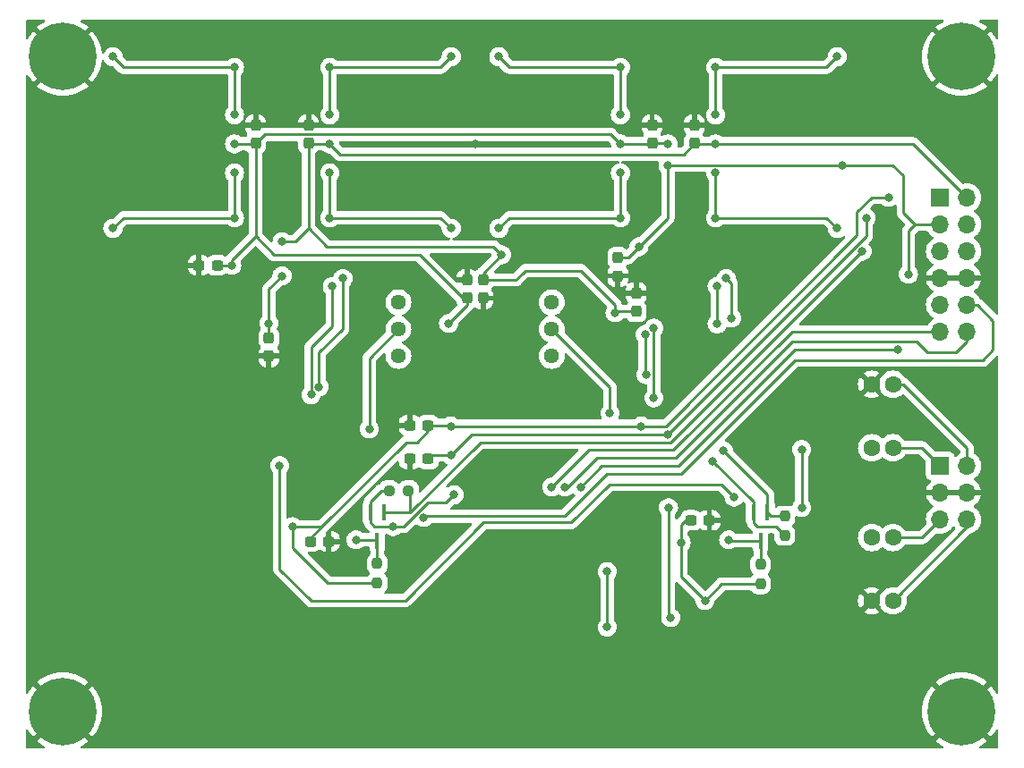
<source format=gbr>
%TF.GenerationSoftware,KiCad,Pcbnew,(6.0.0)*%
%TF.CreationDate,2022-04-09T17:19:21-04:00*%
%TF.ProjectId,ToneEncoderDecoder,546f6e65-456e-4636-9f64-65724465636f,rev?*%
%TF.SameCoordinates,Original*%
%TF.FileFunction,Copper,L2,Bot*%
%TF.FilePolarity,Positive*%
%FSLAX46Y46*%
G04 Gerber Fmt 4.6, Leading zero omitted, Abs format (unit mm)*
G04 Created by KiCad (PCBNEW (6.0.0)) date 2022-04-09 17:19:21*
%MOMM*%
%LPD*%
G01*
G04 APERTURE LIST*
G04 Aperture macros list*
%AMRoundRect*
0 Rectangle with rounded corners*
0 $1 Rounding radius*
0 $2 $3 $4 $5 $6 $7 $8 $9 X,Y pos of 4 corners*
0 Add a 4 corners polygon primitive as box body*
4,1,4,$2,$3,$4,$5,$6,$7,$8,$9,$2,$3,0*
0 Add four circle primitives for the rounded corners*
1,1,$1+$1,$2,$3*
1,1,$1+$1,$4,$5*
1,1,$1+$1,$6,$7*
1,1,$1+$1,$8,$9*
0 Add four rect primitives between the rounded corners*
20,1,$1+$1,$2,$3,$4,$5,0*
20,1,$1+$1,$4,$5,$6,$7,0*
20,1,$1+$1,$6,$7,$8,$9,0*
20,1,$1+$1,$8,$9,$2,$3,0*%
G04 Aperture macros list end*
%TA.AperFunction,ComponentPad*%
%ADD10R,1.700000X1.700000*%
%TD*%
%TA.AperFunction,ComponentPad*%
%ADD11O,1.700000X1.700000*%
%TD*%
%TA.AperFunction,ComponentPad*%
%ADD12C,1.440000*%
%TD*%
%TA.AperFunction,ComponentPad*%
%ADD13C,6.400000*%
%TD*%
%TA.AperFunction,ComponentPad*%
%ADD14C,1.600000*%
%TD*%
%TA.AperFunction,SMDPad,CuDef*%
%ADD15RoundRect,0.237500X-0.300000X-0.237500X0.300000X-0.237500X0.300000X0.237500X-0.300000X0.237500X0*%
%TD*%
%TA.AperFunction,SMDPad,CuDef*%
%ADD16R,0.450000X1.500000*%
%TD*%
%TA.AperFunction,SMDPad,CuDef*%
%ADD17RoundRect,0.237500X0.300000X0.237500X-0.300000X0.237500X-0.300000X-0.237500X0.300000X-0.237500X0*%
%TD*%
%TA.AperFunction,SMDPad,CuDef*%
%ADD18RoundRect,0.237500X0.237500X-0.300000X0.237500X0.300000X-0.237500X0.300000X-0.237500X-0.300000X0*%
%TD*%
%TA.AperFunction,SMDPad,CuDef*%
%ADD19RoundRect,0.237500X-0.237500X0.300000X-0.237500X-0.300000X0.237500X-0.300000X0.237500X0.300000X0*%
%TD*%
%TA.AperFunction,SMDPad,CuDef*%
%ADD20RoundRect,0.237500X0.237500X-0.250000X0.237500X0.250000X-0.237500X0.250000X-0.237500X-0.250000X0*%
%TD*%
%TA.AperFunction,SMDPad,CuDef*%
%ADD21RoundRect,0.237500X-0.250000X-0.237500X0.250000X-0.237500X0.250000X0.237500X-0.250000X0.237500X0*%
%TD*%
%TA.AperFunction,ViaPad*%
%ADD22C,0.800000*%
%TD*%
%TA.AperFunction,Conductor*%
%ADD23C,0.250000*%
%TD*%
G04 APERTURE END LIST*
D10*
%TO.P,J2,1,Pin_1*%
%TO.N,+5VD*%
X111500000Y-34840000D03*
D11*
%TO.P,J2,2,Pin_2*%
%TO.N,+5VA*%
X114040000Y-34840000D03*
%TO.P,J2,3,Pin_3*%
%TO.N,-5VA*%
X111500000Y-37380000D03*
%TO.P,J2,4,Pin_4*%
%TO.N,+3V3*%
X114040000Y-37380000D03*
%TO.P,J2,5,Pin_5*%
%TO.N,/TI1*%
X111500000Y-39920000D03*
%TO.P,J2,6,Pin_6*%
%TO.N,/TI2*%
X114040000Y-39920000D03*
%TO.P,J2,7,Pin_7*%
%TO.N,GND*%
X111500000Y-42460000D03*
%TO.P,J2,8,Pin_8*%
X114040000Y-42460000D03*
%TO.P,J2,9,Pin_9*%
%TO.N,/A0*%
X111500000Y-45000000D03*
%TO.P,J2,10,Pin_10*%
%TO.N,/A1*%
X114040000Y-45000000D03*
%TO.P,J2,11,Pin_11*%
%TO.N,/SDA*%
X111500000Y-47540000D03*
%TO.P,J2,12,Pin_12*%
%TO.N,/SCL*%
X114040000Y-47540000D03*
%TD*%
D12*
%TO.P,RV1,1,1*%
%TO.N,/T1*%
X60250000Y-44750000D03*
%TO.P,RV1,2,2*%
X60250000Y-47290000D03*
%TO.P,RV1,3,3*%
%TO.N,Net-(IC7-Pad2)*%
X60250000Y-49830000D03*
%TD*%
D13*
%TO.P,H2,1,1*%
%TO.N,GND*%
X113500000Y-21500000D03*
%TD*%
%TO.P,H4,1,1*%
%TO.N,GND*%
X113500000Y-83500000D03*
%TD*%
D14*
%TO.P,C36,1*%
%TO.N,GND*%
X105025000Y-52525000D03*
%TO.P,C36,2*%
%TO.N,/T1T*%
X107025000Y-52525000D03*
%TD*%
D13*
%TO.P,H1,1,1*%
%TO.N,GND*%
X28500000Y-21500000D03*
%TD*%
D14*
%TO.P,C38,1*%
%TO.N,GND*%
X105025000Y-73025000D03*
%TO.P,C38,2*%
%TO.N,/T2T*%
X107025000Y-73025000D03*
%TD*%
D13*
%TO.P,H3,1,1*%
%TO.N,GND*%
X28500000Y-83500000D03*
%TD*%
D14*
%TO.P,C35,1*%
%TO.N,/T1*%
X105025000Y-58525000D03*
%TO.P,C35,2*%
%TO.N,/T1R*%
X107025000Y-58525000D03*
%TD*%
D10*
%TO.P,J1,1,Pin_1*%
%TO.N,/T1R*%
X111500000Y-60250000D03*
D11*
%TO.P,J1,2,Pin_2*%
%TO.N,/T1T*%
X114040000Y-60250000D03*
%TO.P,J1,3,Pin_3*%
%TO.N,GND*%
X111500000Y-62790000D03*
%TO.P,J1,4,Pin_4*%
X114040000Y-62790000D03*
%TO.P,J1,5,Pin_5*%
%TO.N,/T2R*%
X111500000Y-65330000D03*
%TO.P,J1,6,Pin_6*%
%TO.N,/T2T*%
X114040000Y-65330000D03*
%TD*%
D14*
%TO.P,C37,1*%
%TO.N,/T2*%
X105025000Y-67025000D03*
%TO.P,C37,2*%
%TO.N,/T2R*%
X107025000Y-67025000D03*
%TD*%
D12*
%TO.P,RV2,1,1*%
%TO.N,/T2*%
X74750000Y-44750000D03*
%TO.P,RV2,2,2*%
X74750000Y-47290000D03*
%TO.P,RV2,3,3*%
%TO.N,Net-(IC7-Pad6)*%
X74750000Y-49830000D03*
%TD*%
D15*
%TO.P,C1,1*%
%TO.N,+5VD*%
X51937500Y-67400000D03*
%TO.P,C1,2*%
%TO.N,GND*%
X53662500Y-67400000D03*
%TD*%
%TO.P,C2,1*%
%TO.N,+5VD*%
X87937500Y-65400000D03*
%TO.P,C2,2*%
%TO.N,GND*%
X89662500Y-65400000D03*
%TD*%
D16*
%TO.P,Q1,1,G*%
%TO.N,+3V3*%
X57600000Y-64670000D03*
%TO.P,Q1,2,S*%
%TO.N,/TI1*%
X58900000Y-64670000D03*
%TO.P,Q1,3,D*%
%TO.N,/DH1*%
X58250000Y-67330000D03*
%TD*%
D17*
%TO.P,C15,1*%
%TO.N,+5VD*%
X63062500Y-56400000D03*
%TO.P,C15,2*%
%TO.N,GND*%
X61337500Y-56400000D03*
%TD*%
D16*
%TO.P,Q2,1,G*%
%TO.N,+3V3*%
X93850000Y-64670000D03*
%TO.P,Q2,2,S*%
%TO.N,/TI2*%
X95150000Y-64670000D03*
%TO.P,Q2,3,D*%
%TO.N,/DH2*%
X94500000Y-67330000D03*
%TD*%
D18*
%TO.P,C7,1*%
%TO.N,+5VA*%
X88250000Y-29712500D03*
%TO.P,C7,2*%
%TO.N,GND*%
X88250000Y-27987500D03*
%TD*%
D15*
%TO.P,C12,1*%
%TO.N,GND*%
X41387500Y-41250000D03*
%TO.P,C12,2*%
%TO.N,-5VA*%
X43112500Y-41250000D03*
%TD*%
D19*
%TO.P,C11,1*%
%TO.N,+5VA*%
X48000000Y-48137500D03*
%TO.P,C11,2*%
%TO.N,GND*%
X48000000Y-49862500D03*
%TD*%
%TO.P,C8,1*%
%TO.N,GND*%
X84250000Y-27987500D03*
%TO.P,C8,2*%
%TO.N,-5VA*%
X84250000Y-29712500D03*
%TD*%
%TO.P,C6,1*%
%TO.N,GND*%
X66750000Y-42637500D03*
%TO.P,C6,2*%
%TO.N,-5VA*%
X66750000Y-44362500D03*
%TD*%
D20*
%TO.P,R50,1*%
%TO.N,+5VD*%
X58250000Y-71325000D03*
%TO.P,R50,2*%
%TO.N,/DH1*%
X58250000Y-69500000D03*
%TD*%
%TO.P,R52,1*%
%TO.N,+5VD*%
X94500000Y-71412500D03*
%TO.P,R52,2*%
%TO.N,/DH2*%
X94500000Y-69587500D03*
%TD*%
D18*
%TO.P,C9,1*%
%TO.N,+5VA*%
X82750000Y-45612500D03*
%TO.P,C9,2*%
%TO.N,GND*%
X82750000Y-43887500D03*
%TD*%
D19*
%TO.P,C5,1*%
%TO.N,+5VA*%
X68250000Y-42637500D03*
%TO.P,C5,2*%
%TO.N,GND*%
X68250000Y-44362500D03*
%TD*%
%TO.P,C4,1*%
%TO.N,GND*%
X46750000Y-27987500D03*
%TO.P,C4,2*%
%TO.N,-5VA*%
X46750000Y-29712500D03*
%TD*%
D21*
%TO.P,R49,1*%
%TO.N,+3V3*%
X59375000Y-62600000D03*
%TO.P,R49,2*%
%TO.N,/TI1*%
X61200000Y-62600000D03*
%TD*%
D18*
%TO.P,C10,1*%
%TO.N,GND*%
X81000000Y-42250000D03*
%TO.P,C10,2*%
%TO.N,-5VA*%
X81000000Y-40525000D03*
%TD*%
%TO.P,C3,1*%
%TO.N,+5VA*%
X51750000Y-29712500D03*
%TO.P,C3,2*%
%TO.N,GND*%
X51750000Y-27987500D03*
%TD*%
D20*
%TO.P,R51,1*%
%TO.N,+3V3*%
X96800000Y-66825000D03*
%TO.P,R51,2*%
%TO.N,/TI2*%
X96800000Y-65000000D03*
%TD*%
D17*
%TO.P,C16,1*%
%TO.N,+3V3*%
X63062500Y-59600000D03*
%TO.P,C16,2*%
%TO.N,GND*%
X61337500Y-59600000D03*
%TD*%
D22*
%TO.N,+5VD*%
X89250000Y-73000000D03*
X106600000Y-34800000D03*
X83225500Y-56475500D03*
X50250000Y-66000000D03*
X65200000Y-56475500D03*
X87000000Y-67500000D03*
%TO.N,GND*%
X81250000Y-38250000D03*
X98000000Y-69800000D03*
X67250000Y-40750000D03*
X81250000Y-38250000D03*
X73750000Y-59750000D03*
X90250000Y-38250000D03*
X103500000Y-44700000D03*
X62200000Y-68600000D03*
X44750000Y-38250000D03*
X62800000Y-61200000D03*
X102400000Y-62700000D03*
X54250000Y-38250000D03*
X49250000Y-31250000D03*
X85750000Y-39500000D03*
X76750000Y-67500000D03*
X67500000Y-29750000D03*
%TO.N,+5VA*%
X48000000Y-46750000D03*
X53750000Y-29750000D03*
X70000000Y-40250000D03*
X49250000Y-39000000D03*
X49250000Y-42250000D03*
X90250000Y-29750000D03*
X80750000Y-45750000D03*
%TO.N,-5VA*%
X65000000Y-46750000D03*
X81250000Y-29750000D03*
X102200000Y-31800000D03*
X85750000Y-29750000D03*
X44500000Y-41250000D03*
X98400000Y-58700000D03*
X98400000Y-64200000D03*
X83000000Y-39500000D03*
X108500000Y-42100000D03*
X44750000Y-29750000D03*
X85750000Y-31750000D03*
%TO.N,+3V3*%
X90000000Y-59800000D03*
X65512299Y-62987701D03*
X65200000Y-59200000D03*
X104500000Y-36750000D03*
X59750000Y-66000000D03*
X85750000Y-57250000D03*
%TO.N,Net-(C34-Pad1)*%
X80000000Y-75500000D03*
X80000000Y-70250000D03*
%TO.N,/T1*%
X57500000Y-56750000D03*
X92000000Y-63200000D03*
X49025000Y-60225000D03*
%TO.N,/T2*%
X86000000Y-74600000D03*
X80250000Y-55250000D03*
X85800000Y-64200000D03*
%TO.N,Net-(D1-Pad3)*%
X53750000Y-36750000D03*
X65250000Y-37750000D03*
X53750000Y-32500000D03*
%TO.N,Net-(D2-Pad3)*%
X101750000Y-37750000D03*
X90250000Y-32500000D03*
X90250000Y-36750000D03*
%TO.N,Net-(D3-Pad3)*%
X53750000Y-27000000D03*
X65250000Y-21500000D03*
X53750000Y-22500000D03*
%TO.N,Net-(D4-Pad3)*%
X101750000Y-21500000D03*
X90250000Y-27000000D03*
X90250000Y-22500000D03*
%TO.N,Net-(D5-Pad3)*%
X33250000Y-21500000D03*
X44750000Y-22500000D03*
X44750000Y-27000000D03*
%TO.N,Net-(D6-Pad3)*%
X81250000Y-22500000D03*
X81250000Y-27000000D03*
X69750000Y-21500000D03*
%TO.N,Net-(D9-Pad3)*%
X33250000Y-37750000D03*
X44750000Y-32500000D03*
X44750000Y-36750000D03*
%TO.N,Net-(D10-Pad3)*%
X81250000Y-36750000D03*
X81250000Y-32500000D03*
X69750000Y-37750000D03*
%TO.N,/A1*%
X62637299Y-65137299D03*
%TO.N,/A0*%
X77500000Y-62250000D03*
X107500000Y-49250000D03*
%TO.N,/SCL*%
X76000000Y-62250000D03*
%TO.N,/SDA*%
X74750000Y-62250000D03*
%TO.N,/620B*%
X84400000Y-53800000D03*
X84400000Y-47200000D03*
%TO.N,/480B*%
X91250000Y-42500000D03*
X91750000Y-46250000D03*
%TO.N,/440B*%
X90400000Y-46800000D03*
X90400000Y-43224500D03*
%TO.N,/350B*%
X83600000Y-47800000D03*
X83675500Y-51600000D03*
%TO.N,/480A*%
X52750000Y-52750000D03*
X55000000Y-42500000D03*
%TO.N,/440A*%
X54000000Y-43250000D03*
X52000000Y-53500000D03*
%TO.N,/DH1*%
X56250000Y-67250000D03*
%TO.N,/DH2*%
X91500000Y-67250000D03*
%TO.N,/TI1*%
X104112299Y-39912299D03*
%TO.N,/TI2*%
X91000000Y-58800000D03*
%TD*%
D23*
%TO.N,+5VD*%
X51937500Y-67062500D02*
X53000000Y-66000000D01*
X87000000Y-65800000D02*
X87000000Y-67500000D01*
X51937500Y-67400000D02*
X51937500Y-67062500D01*
X62000000Y-58000000D02*
X61000000Y-58000000D01*
X61000000Y-58000000D02*
X53000000Y-66000000D01*
X63062500Y-56937500D02*
X62000000Y-58000000D01*
X53000000Y-66000000D02*
X50250000Y-66000000D01*
X50250000Y-68000000D02*
X53575000Y-71325000D01*
X87000000Y-70750000D02*
X89250000Y-73000000D01*
X85524500Y-56475500D02*
X65200000Y-56475500D01*
X89250000Y-73000000D02*
X90837500Y-71412500D01*
X87000000Y-67500000D02*
X87000000Y-70750000D01*
X103600000Y-36200000D02*
X103600000Y-38400000D01*
X87937500Y-65400000D02*
X87400000Y-65400000D01*
X106600000Y-34800000D02*
X105000000Y-34800000D01*
X53575000Y-71325000D02*
X58250000Y-71325000D01*
X105000000Y-34800000D02*
X103600000Y-36200000D01*
X103600000Y-38400000D02*
X85524500Y-56475500D01*
X50250000Y-66000000D02*
X50250000Y-68000000D01*
X65124500Y-56400000D02*
X65200000Y-56475500D01*
X63062500Y-56400000D02*
X65124500Y-56400000D01*
X63062500Y-56400000D02*
X63062500Y-56937500D01*
X87400000Y-65400000D02*
X87000000Y-65800000D01*
X90837500Y-71412500D02*
X94500000Y-71412500D01*
%TO.N,+5VA*%
X90225000Y-29725000D02*
X90250000Y-29750000D01*
X114040000Y-34840000D02*
X108950000Y-29750000D01*
X51775000Y-29750000D02*
X51750000Y-29725000D01*
X70000000Y-40250000D02*
X69250000Y-39500000D01*
X49250000Y-42250000D02*
X48000000Y-43500000D01*
X50500000Y-39000000D02*
X49250000Y-39000000D01*
X51750000Y-37750000D02*
X50500000Y-39000000D01*
X88250000Y-29725000D02*
X90225000Y-29725000D01*
X53500000Y-39500000D02*
X51750000Y-37750000D01*
X53750000Y-29750000D02*
X51775000Y-29750000D01*
X72000000Y-42000000D02*
X72250000Y-41750000D01*
X69250000Y-39500000D02*
X53500000Y-39500000D01*
X48000000Y-46750000D02*
X48000000Y-48137500D01*
X54750000Y-30750000D02*
X53750000Y-29750000D01*
X71362500Y-42637500D02*
X72000000Y-42000000D01*
X77500000Y-41750000D02*
X80750000Y-45000000D01*
X70112500Y-42637500D02*
X71362500Y-42637500D01*
X70000000Y-40250000D02*
X68250000Y-42000000D01*
X80750000Y-45000000D02*
X80750000Y-45750000D01*
X80887500Y-45612500D02*
X80750000Y-45750000D01*
X68250000Y-42000000D02*
X68250000Y-42637500D01*
X48000000Y-43500000D02*
X48000000Y-46750000D01*
X72250000Y-41750000D02*
X77500000Y-41750000D01*
X108950000Y-29750000D02*
X90250000Y-29750000D01*
X88250000Y-29712500D02*
X87212500Y-30750000D01*
X68250000Y-42637500D02*
X70112500Y-42637500D01*
X51750000Y-37750000D02*
X51750000Y-29712500D01*
X87212500Y-30750000D02*
X54750000Y-30750000D01*
X82750000Y-45612500D02*
X80887500Y-45612500D01*
%TO.N,-5VA*%
X44500000Y-41250000D02*
X43112500Y-41250000D01*
X98400000Y-64200000D02*
X98400000Y-58700000D01*
X62250000Y-40250000D02*
X48500000Y-40250000D01*
X46750000Y-38500000D02*
X44500000Y-40750000D01*
X66362500Y-44362500D02*
X62250000Y-40250000D01*
X102250000Y-31750000D02*
X107000000Y-31750000D01*
X80350480Y-28850480D02*
X47612020Y-28850480D01*
X46750000Y-38500000D02*
X46750000Y-29712500D01*
X65000000Y-46750000D02*
X66750000Y-45000000D01*
X66750000Y-45000000D02*
X66750000Y-44362500D01*
X47612020Y-28850480D02*
X46750000Y-29712500D01*
X85712500Y-29712500D02*
X85750000Y-29750000D01*
X84250000Y-29712500D02*
X85712500Y-29712500D01*
X48500000Y-40250000D02*
X46750000Y-38500000D01*
X108000000Y-36250000D02*
X109130000Y-37380000D01*
X108500000Y-38010000D02*
X109130000Y-37380000D01*
X81000000Y-40525000D02*
X81975000Y-40525000D01*
X109130000Y-37380000D02*
X111500000Y-37380000D01*
X44500000Y-40750000D02*
X44500000Y-41250000D01*
X46725000Y-29750000D02*
X46750000Y-29725000D01*
X108000000Y-32750000D02*
X108000000Y-36250000D01*
X102200000Y-31800000D02*
X102150000Y-31750000D01*
X102200000Y-31800000D02*
X102250000Y-31750000D01*
X66750000Y-44362500D02*
X66362500Y-44362500D01*
X85750000Y-36750000D02*
X83000000Y-39500000D01*
X107000000Y-31750000D02*
X108000000Y-32750000D01*
X85750000Y-31750000D02*
X85750000Y-36750000D01*
X84250000Y-29725000D02*
X81275000Y-29725000D01*
X102150000Y-31750000D02*
X85750000Y-31750000D01*
X81275000Y-29725000D02*
X81250000Y-29750000D01*
X44750000Y-29750000D02*
X46725000Y-29750000D01*
X81250000Y-29750000D02*
X80350480Y-28850480D01*
X108500000Y-42100000D02*
X108500000Y-38010000D01*
X81975000Y-40525000D02*
X83000000Y-39500000D01*
%TO.N,+3V3*%
X64750000Y-63750000D02*
X65512299Y-62987701D01*
X59750000Y-66000000D02*
X60750000Y-66000000D01*
X96800000Y-66825000D02*
X95975000Y-66000000D01*
X95975000Y-66000000D02*
X94200000Y-66000000D01*
X89250000Y-53750000D02*
X85750000Y-57250000D01*
X104500000Y-36750000D02*
X104500000Y-38500000D01*
X57600000Y-64670000D02*
X57600000Y-63600000D01*
X94200000Y-66000000D02*
X93850000Y-65650000D01*
X93850000Y-65650000D02*
X93850000Y-64670000D01*
X65200000Y-59200000D02*
X63462500Y-59200000D01*
X57600000Y-65600000D02*
X57600000Y-64670000D01*
X60750000Y-66000000D02*
X63000000Y-63750000D01*
X93850000Y-63650000D02*
X90000000Y-59800000D01*
X57600000Y-63600000D02*
X58600000Y-62600000D01*
X58600000Y-62600000D02*
X59375000Y-62600000D01*
X59750000Y-66000000D02*
X58000000Y-66000000D01*
X93850000Y-64670000D02*
X93850000Y-63650000D01*
X85750000Y-57250000D02*
X67150000Y-57250000D01*
X63462500Y-59200000D02*
X63062500Y-59600000D01*
X67150000Y-57250000D02*
X65200000Y-59200000D01*
X63000000Y-63750000D02*
X64750000Y-63750000D01*
X104500000Y-38500000D02*
X89250000Y-53750000D01*
X58000000Y-66000000D02*
X57600000Y-65600000D01*
%TO.N,Net-(C34-Pad1)*%
X80000000Y-75500000D02*
X80000000Y-70250000D01*
%TO.N,/T1*%
X49025000Y-70025000D02*
X52000000Y-73000000D01*
X68300000Y-65600000D02*
X76600000Y-65600000D01*
X60900000Y-73000000D02*
X68300000Y-65600000D01*
X90800000Y-62000000D02*
X92000000Y-63200000D01*
X76600000Y-65600000D02*
X80200000Y-62000000D01*
X80200000Y-62000000D02*
X90800000Y-62000000D01*
X57500000Y-50040000D02*
X60250000Y-47290000D01*
X52000000Y-73000000D02*
X60900000Y-73000000D01*
X57500000Y-56750000D02*
X57500000Y-50040000D01*
X49025000Y-60225000D02*
X49025000Y-70025000D01*
%TO.N,/T1R*%
X107025000Y-58525000D02*
X109775000Y-58525000D01*
X109775000Y-58525000D02*
X111500000Y-60250000D01*
%TO.N,/T1T*%
X114040000Y-58540000D02*
X108025000Y-52525000D01*
X114040000Y-60250000D02*
X114040000Y-58540000D01*
X108025000Y-52525000D02*
X107025000Y-52525000D01*
%TO.N,/T2*%
X85800000Y-74400000D02*
X85800000Y-64200000D01*
X80250000Y-52790000D02*
X74750000Y-47290000D01*
X86000000Y-74600000D02*
X85800000Y-74400000D01*
X80250000Y-55250000D02*
X80250000Y-52790000D01*
%TO.N,/T2R*%
X109805000Y-67025000D02*
X111500000Y-65330000D01*
X107025000Y-67025000D02*
X109805000Y-67025000D01*
%TO.N,/T2T*%
X114040000Y-66010000D02*
X114040000Y-65330000D01*
X107025000Y-73025000D02*
X114040000Y-66010000D01*
%TO.N,Net-(D1-Pad3)*%
X64250000Y-36750000D02*
X53750000Y-36750000D01*
X53750000Y-32500000D02*
X53750000Y-36750000D01*
X65250000Y-37750000D02*
X64250000Y-36750000D01*
%TO.N,Net-(D2-Pad3)*%
X90250000Y-32500000D02*
X90250000Y-36750000D01*
X90250000Y-36750000D02*
X100750000Y-36750000D01*
X100750000Y-36750000D02*
X101750000Y-37750000D01*
%TO.N,Net-(D3-Pad3)*%
X64250000Y-22500000D02*
X65250000Y-21500000D01*
X53750000Y-22500000D02*
X64250000Y-22500000D01*
X53750000Y-27000000D02*
X53750000Y-22500000D01*
%TO.N,Net-(D4-Pad3)*%
X90250000Y-27000000D02*
X90250000Y-22500000D01*
X101750000Y-21500000D02*
X100750000Y-22500000D01*
X100750000Y-22500000D02*
X90250000Y-22500000D01*
%TO.N,Net-(D5-Pad3)*%
X44750000Y-27000000D02*
X44750000Y-22500000D01*
X34250000Y-22500000D02*
X33250000Y-21500000D01*
X44750000Y-22500000D02*
X34250000Y-22500000D01*
%TO.N,Net-(D6-Pad3)*%
X70750000Y-22500000D02*
X81250000Y-22500000D01*
X69750000Y-21500000D02*
X70750000Y-22500000D01*
X81250000Y-27000000D02*
X81250000Y-22500000D01*
%TO.N,Net-(D9-Pad3)*%
X44750000Y-36750000D02*
X44750000Y-32500000D01*
X34250000Y-36750000D02*
X44750000Y-36750000D01*
X34250000Y-36750000D02*
X33250000Y-37750000D01*
%TO.N,Net-(D10-Pad3)*%
X70750000Y-36750000D02*
X69750000Y-37750000D01*
X81250000Y-36750000D02*
X70750000Y-36750000D01*
X81250000Y-32500000D02*
X81250000Y-36750000D01*
%TO.N,/A1*%
X115000000Y-45000000D02*
X114040000Y-45000000D01*
X116500000Y-49250000D02*
X116500000Y-46500000D01*
X76000000Y-65000000D02*
X80000000Y-61000000D01*
X62637299Y-65137299D02*
X62774598Y-65000000D01*
X87000000Y-61000000D02*
X97750000Y-50250000D01*
X97750000Y-50250000D02*
X115500000Y-50250000D01*
X62774598Y-65000000D02*
X76000000Y-65000000D01*
X116500000Y-46500000D02*
X115000000Y-45000000D01*
X80000000Y-61000000D02*
X87000000Y-61000000D01*
X115500000Y-50250000D02*
X116500000Y-49250000D01*
%TO.N,/A0*%
X77500000Y-62250000D02*
X79500000Y-60250000D01*
X86750000Y-60250000D02*
X97750000Y-49250000D01*
X79500000Y-60250000D02*
X86750000Y-60250000D01*
X97750000Y-49250000D02*
X107500000Y-49250000D01*
%TO.N,/SCL*%
X113000000Y-49500000D02*
X114040000Y-48460000D01*
X76250000Y-62250000D02*
X79000000Y-59500000D01*
X86500000Y-59500000D02*
X97500000Y-48500000D01*
X76000000Y-62250000D02*
X76250000Y-62250000D01*
X79000000Y-59500000D02*
X86500000Y-59500000D01*
X114040000Y-48460000D02*
X114040000Y-47540000D01*
X97500000Y-48500000D02*
X109250000Y-48500000D01*
X109250000Y-48500000D02*
X110250000Y-49500000D01*
X110250000Y-49500000D02*
X113000000Y-49500000D01*
%TO.N,/SDA*%
X86250000Y-58750000D02*
X97460000Y-47540000D01*
X78250000Y-58750000D02*
X86250000Y-58750000D01*
X74750000Y-62250000D02*
X78250000Y-58750000D01*
X97460000Y-47540000D02*
X111500000Y-47540000D01*
%TO.N,/620B*%
X84400000Y-53800000D02*
X84400000Y-47200000D01*
%TO.N,/480B*%
X91750000Y-43000000D02*
X91250000Y-42500000D01*
X91750000Y-46250000D02*
X91750000Y-43000000D01*
%TO.N,/440B*%
X90400000Y-43224500D02*
X90400000Y-46800000D01*
%TO.N,/350B*%
X83600000Y-51524500D02*
X83675500Y-51600000D01*
X83600000Y-47800000D02*
X83600000Y-51524500D01*
%TO.N,/480A*%
X52750000Y-49500000D02*
X55000000Y-47250000D01*
X55000000Y-47250000D02*
X55000000Y-42500000D01*
X52750000Y-52750000D02*
X52750000Y-49500000D01*
%TO.N,/440A*%
X52000000Y-49000000D02*
X52000000Y-53500000D01*
X54000000Y-47000000D02*
X52000000Y-49000000D01*
X54000000Y-43250000D02*
X54000000Y-47000000D01*
%TO.N,/DH1*%
X56250000Y-67250000D02*
X58170000Y-67250000D01*
X58250000Y-67330000D02*
X58250000Y-69500000D01*
X58170000Y-67250000D02*
X58250000Y-67330000D01*
%TO.N,/DH2*%
X94500000Y-69587500D02*
X94500000Y-67330000D01*
X91500000Y-67250000D02*
X91580000Y-67330000D01*
X91580000Y-67330000D02*
X94500000Y-67330000D01*
%TO.N,/TI1*%
X61130000Y-64670000D02*
X61330000Y-64670000D01*
X104104598Y-39920000D02*
X104080000Y-39920000D01*
X61330000Y-62730000D02*
X61200000Y-62600000D01*
X61330000Y-64670000D02*
X61330000Y-62730000D01*
X86024598Y-58000000D02*
X68000000Y-58000000D01*
X104112299Y-39912299D02*
X104104598Y-39920000D01*
X58900000Y-64670000D02*
X61130000Y-64670000D01*
X88262299Y-55737701D02*
X88262299Y-55762299D01*
X104080000Y-39920000D02*
X88262299Y-55737701D01*
X68000000Y-58000000D02*
X61330000Y-64670000D01*
X88262299Y-55762299D02*
X86024598Y-58000000D01*
%TO.N,/TI2*%
X95480000Y-65000000D02*
X95150000Y-64670000D01*
X95150000Y-64670000D02*
X95150000Y-62950000D01*
X95150000Y-62950000D02*
X91000000Y-58800000D01*
X96800000Y-65000000D02*
X95480000Y-65000000D01*
%TD*%
%TA.AperFunction,Conductor*%
%TO.N,GND*%
G36*
X26769727Y-18019685D02*
G01*
X26815482Y-18072489D01*
X26825426Y-18141647D01*
X26796401Y-18205203D01*
X26758983Y-18234485D01*
X26650354Y-18289834D01*
X26644734Y-18293079D01*
X26324938Y-18500757D01*
X26319684Y-18504574D01*
X26078506Y-18699876D01*
X26070174Y-18711938D01*
X26076407Y-18722854D01*
X28487393Y-21133840D01*
X28501113Y-21141332D01*
X28502919Y-21141203D01*
X28509426Y-21137021D01*
X30922743Y-18723704D01*
X30929769Y-18710837D01*
X30922430Y-18700635D01*
X30680316Y-18504574D01*
X30675062Y-18500757D01*
X30355266Y-18293079D01*
X30349646Y-18289834D01*
X30241017Y-18234485D01*
X30190221Y-18186511D01*
X30173426Y-18118690D01*
X30195963Y-18052555D01*
X30250678Y-18009103D01*
X30297312Y-18000000D01*
X111702688Y-18000000D01*
X111769727Y-18019685D01*
X111815482Y-18072489D01*
X111825426Y-18141647D01*
X111796401Y-18205203D01*
X111758983Y-18234485D01*
X111650354Y-18289834D01*
X111644734Y-18293079D01*
X111324938Y-18500757D01*
X111319684Y-18504574D01*
X111078506Y-18699876D01*
X111070174Y-18711938D01*
X111076407Y-18722854D01*
X113487393Y-21133840D01*
X113501113Y-21141332D01*
X113502919Y-21141203D01*
X113509426Y-21137021D01*
X115922743Y-18723704D01*
X115929769Y-18710837D01*
X115922430Y-18700635D01*
X115680316Y-18504574D01*
X115675062Y-18500757D01*
X115355266Y-18293079D01*
X115349646Y-18289834D01*
X115241017Y-18234485D01*
X115190221Y-18186511D01*
X115173426Y-18118690D01*
X115195963Y-18052555D01*
X115250678Y-18009103D01*
X115297312Y-18000000D01*
X116876000Y-18000000D01*
X116943039Y-18019685D01*
X116988794Y-18072489D01*
X117000000Y-18124000D01*
X117000000Y-19702688D01*
X116980315Y-19769727D01*
X116927511Y-19815482D01*
X116858353Y-19825426D01*
X116794797Y-19796401D01*
X116765515Y-19758983D01*
X116710166Y-19650354D01*
X116706921Y-19644734D01*
X116499243Y-19324938D01*
X116495426Y-19319684D01*
X116300124Y-19078506D01*
X116288062Y-19070174D01*
X116277146Y-19076407D01*
X113866160Y-21487393D01*
X113858668Y-21501113D01*
X113858797Y-21502919D01*
X113862979Y-21509426D01*
X116276296Y-23922743D01*
X116289163Y-23929769D01*
X116299365Y-23922430D01*
X116495426Y-23680316D01*
X116499243Y-23675062D01*
X116706921Y-23355266D01*
X116710166Y-23349646D01*
X116765515Y-23241017D01*
X116813489Y-23190221D01*
X116881310Y-23173426D01*
X116947445Y-23195963D01*
X116990897Y-23250678D01*
X117000000Y-23297312D01*
X117000000Y-45816047D01*
X116980315Y-45883086D01*
X116927511Y-45928841D01*
X116858353Y-45938785D01*
X116794797Y-45909760D01*
X116788319Y-45903728D01*
X115497292Y-44612701D01*
X115489843Y-44604516D01*
X115485786Y-44598123D01*
X115436776Y-44552099D01*
X115433980Y-44549389D01*
X115414471Y-44529880D01*
X115411293Y-44527415D01*
X115402416Y-44519833D01*
X115376271Y-44495280D01*
X115376269Y-44495278D01*
X115370582Y-44489938D01*
X115353027Y-44480287D01*
X115336762Y-44469603D01*
X115327103Y-44462110D01*
X115327099Y-44462108D01*
X115320936Y-44457327D01*
X115313702Y-44454197D01*
X115309196Y-44452246D01*
X115255488Y-44407556D01*
X115246061Y-44390850D01*
X115216325Y-44327082D01*
X115214035Y-44322171D01*
X115208425Y-44314159D01*
X115081601Y-44133034D01*
X115081597Y-44133030D01*
X115078495Y-44128599D01*
X114911401Y-43961505D01*
X114864559Y-43928706D01*
X114725407Y-43831270D01*
X114681782Y-43776693D01*
X114674588Y-43707195D01*
X114706111Y-43644840D01*
X114725406Y-43628120D01*
X114906643Y-43501215D01*
X114914909Y-43494279D01*
X115074281Y-43334907D01*
X115081216Y-43326643D01*
X115210492Y-43142017D01*
X115215890Y-43132667D01*
X115311143Y-42928397D01*
X115314832Y-42918264D01*
X115366022Y-42727221D01*
X115365691Y-42713347D01*
X115357875Y-42710000D01*
X110187194Y-42710000D01*
X110173877Y-42713910D01*
X110172667Y-42722326D01*
X110225168Y-42918264D01*
X110228857Y-42928397D01*
X110324110Y-43132667D01*
X110329508Y-43142017D01*
X110458784Y-43326643D01*
X110465719Y-43334907D01*
X110625091Y-43494279D01*
X110633357Y-43501215D01*
X110814595Y-43628120D01*
X110858219Y-43682697D01*
X110865412Y-43752196D01*
X110833890Y-43814550D01*
X110814594Y-43831270D01*
X110633034Y-43958399D01*
X110633030Y-43958403D01*
X110628599Y-43961505D01*
X110461505Y-44128599D01*
X110458403Y-44133030D01*
X110458399Y-44133034D01*
X110331575Y-44314159D01*
X110325965Y-44322171D01*
X110323675Y-44327082D01*
X110228386Y-44531427D01*
X110228384Y-44531433D01*
X110226097Y-44536337D01*
X110218835Y-44563439D01*
X110174369Y-44729392D01*
X110164937Y-44764592D01*
X110164466Y-44769979D01*
X110164465Y-44769983D01*
X110149501Y-44941023D01*
X110144341Y-45000000D01*
X110144813Y-45005395D01*
X110159130Y-45169030D01*
X110164937Y-45235408D01*
X110166336Y-45240631D01*
X110166337Y-45240634D01*
X110172455Y-45263466D01*
X110226097Y-45463663D01*
X110228384Y-45468567D01*
X110228386Y-45468573D01*
X110289165Y-45598912D01*
X110325965Y-45677829D01*
X110329072Y-45682266D01*
X110329073Y-45682268D01*
X110458399Y-45866966D01*
X110458403Y-45866970D01*
X110461505Y-45871401D01*
X110628599Y-46038495D01*
X110675441Y-46071294D01*
X110814159Y-46168426D01*
X110857783Y-46223003D01*
X110864976Y-46292502D01*
X110833454Y-46354856D01*
X110814160Y-46371575D01*
X110799676Y-46381716D01*
X110633034Y-46498399D01*
X110633033Y-46498400D01*
X110628599Y-46501505D01*
X110461505Y-46668599D01*
X110458403Y-46673030D01*
X110458399Y-46673034D01*
X110326349Y-46861623D01*
X110271772Y-46905248D01*
X110224774Y-46914500D01*
X98269453Y-46914500D01*
X98202414Y-46894815D01*
X98156659Y-46842011D01*
X98146715Y-46772853D01*
X98175740Y-46709297D01*
X98181772Y-46702819D01*
X104035473Y-40849118D01*
X104096796Y-40815633D01*
X104123154Y-40812799D01*
X104206945Y-40812799D01*
X104213303Y-40811447D01*
X104213308Y-40811447D01*
X104328481Y-40786966D01*
X104392102Y-40773443D01*
X104518056Y-40717364D01*
X104559091Y-40699094D01*
X104559093Y-40699093D01*
X104565029Y-40696450D01*
X104718170Y-40585187D01*
X104748062Y-40551989D01*
X104840485Y-40449343D01*
X104840486Y-40449342D01*
X104844832Y-40444515D01*
X104903257Y-40343320D01*
X104936230Y-40286209D01*
X104936231Y-40286208D01*
X104939478Y-40280583D01*
X104997973Y-40100555D01*
X105017759Y-39912299D01*
X104997973Y-39724043D01*
X104939478Y-39544015D01*
X104925815Y-39520349D01*
X104849897Y-39388856D01*
X104844832Y-39380083D01*
X104762325Y-39288450D01*
X104732095Y-39225459D01*
X104740720Y-39156124D01*
X104766794Y-39117797D01*
X104887299Y-38997292D01*
X104895484Y-38989843D01*
X104901877Y-38985786D01*
X104947901Y-38936776D01*
X104950611Y-38933980D01*
X104970120Y-38914471D01*
X104972585Y-38911293D01*
X104980167Y-38902416D01*
X105004720Y-38876271D01*
X105004722Y-38876269D01*
X105010062Y-38870582D01*
X105019713Y-38853027D01*
X105030397Y-38836762D01*
X105037890Y-38827103D01*
X105037892Y-38827099D01*
X105042673Y-38820936D01*
X105045771Y-38813776D01*
X105045775Y-38813770D01*
X105060022Y-38780847D01*
X105065161Y-38770357D01*
X105082438Y-38738930D01*
X105082439Y-38738929D01*
X105086197Y-38732092D01*
X105088387Y-38723565D01*
X105091178Y-38712693D01*
X105097479Y-38694288D01*
X105105438Y-38675896D01*
X105109674Y-38649148D01*
X105112270Y-38632760D01*
X105114638Y-38621322D01*
X105116904Y-38612496D01*
X105125500Y-38579019D01*
X105125500Y-38558983D01*
X105127025Y-38539598D01*
X105130160Y-38519804D01*
X105126050Y-38476324D01*
X105125500Y-38464655D01*
X105125500Y-37448687D01*
X105145185Y-37381648D01*
X105157350Y-37365715D01*
X105228186Y-37287044D01*
X105228187Y-37287043D01*
X105232533Y-37282216D01*
X105288450Y-37185365D01*
X105323931Y-37123910D01*
X105323932Y-37123909D01*
X105327179Y-37118284D01*
X105385674Y-36938256D01*
X105405460Y-36750000D01*
X105385674Y-36561744D01*
X105327179Y-36381716D01*
X105312639Y-36356531D01*
X105248408Y-36245280D01*
X105232533Y-36217784D01*
X105226943Y-36211575D01*
X105110220Y-36081942D01*
X105105871Y-36077112D01*
X105043524Y-36031814D01*
X104957992Y-35969672D01*
X104952730Y-35965849D01*
X104946785Y-35963202D01*
X104943842Y-35961503D01*
X104895625Y-35910937D01*
X104882400Y-35842330D01*
X104908366Y-35777465D01*
X104918158Y-35766433D01*
X105222772Y-35461819D01*
X105284095Y-35428334D01*
X105310453Y-35425500D01*
X105896252Y-35425500D01*
X105963291Y-35445185D01*
X105988398Y-35466524D01*
X105994129Y-35472888D01*
X106147270Y-35584151D01*
X106153206Y-35586794D01*
X106153208Y-35586795D01*
X106205221Y-35609953D01*
X106320197Y-35661144D01*
X106388637Y-35675691D01*
X106498991Y-35699148D01*
X106498996Y-35699148D01*
X106505354Y-35700500D01*
X106694646Y-35700500D01*
X106701004Y-35699148D01*
X106701009Y-35699148D01*
X106811363Y-35675691D01*
X106879803Y-35661144D01*
X106994779Y-35609953D01*
X107046792Y-35586795D01*
X107046794Y-35586794D01*
X107052730Y-35584151D01*
X107177615Y-35493417D01*
X107243421Y-35469937D01*
X107311475Y-35485763D01*
X107360170Y-35535868D01*
X107374500Y-35593735D01*
X107374500Y-36172225D01*
X107373978Y-36183281D01*
X107372327Y-36190667D01*
X107372572Y-36198461D01*
X107374439Y-36257873D01*
X107374500Y-36261768D01*
X107374500Y-36289350D01*
X107374986Y-36293200D01*
X107374987Y-36293208D01*
X107375002Y-36293323D01*
X107375920Y-36304978D01*
X107377291Y-36348627D01*
X107379467Y-36356118D01*
X107379468Y-36356122D01*
X107382880Y-36367866D01*
X107386826Y-36386920D01*
X107389336Y-36406792D01*
X107392209Y-36414047D01*
X107405414Y-36447399D01*
X107409199Y-36458455D01*
X107421382Y-36500390D01*
X107431578Y-36517630D01*
X107440138Y-36535103D01*
X107447514Y-36553732D01*
X107452101Y-36560045D01*
X107473181Y-36589060D01*
X107479593Y-36598822D01*
X107497856Y-36629703D01*
X107497862Y-36629711D01*
X107501830Y-36636420D01*
X107515994Y-36650584D01*
X107528631Y-36665380D01*
X107540406Y-36681587D01*
X107546419Y-36686561D01*
X107574059Y-36709427D01*
X107582700Y-36717290D01*
X108157728Y-37292319D01*
X108191213Y-37353642D01*
X108186229Y-37423334D01*
X108157728Y-37467681D01*
X108112701Y-37512708D01*
X108104516Y-37520157D01*
X108098123Y-37524214D01*
X108086309Y-37536795D01*
X108052099Y-37573224D01*
X108049388Y-37576021D01*
X108029880Y-37595529D01*
X108027415Y-37598707D01*
X108019835Y-37607581D01*
X107989938Y-37639418D01*
X107986179Y-37646256D01*
X107980288Y-37656972D01*
X107969603Y-37673238D01*
X107962110Y-37682897D01*
X107962108Y-37682901D01*
X107957327Y-37689064D01*
X107954229Y-37696224D01*
X107954225Y-37696230D01*
X107939978Y-37729153D01*
X107934839Y-37739643D01*
X107917562Y-37771070D01*
X107913803Y-37777908D01*
X107911862Y-37785466D01*
X107911862Y-37785467D01*
X107908822Y-37797307D01*
X107902521Y-37815712D01*
X107894562Y-37834104D01*
X107893341Y-37841814D01*
X107887730Y-37877240D01*
X107885363Y-37888673D01*
X107874500Y-37930981D01*
X107874500Y-37951017D01*
X107872975Y-37970402D01*
X107869840Y-37990196D01*
X107870574Y-37997962D01*
X107870574Y-37997965D01*
X107873950Y-38033676D01*
X107874500Y-38045345D01*
X107874500Y-41401313D01*
X107854815Y-41468352D01*
X107842650Y-41484285D01*
X107767467Y-41567784D01*
X107745534Y-41605774D01*
X107680865Y-41717784D01*
X107672821Y-41731716D01*
X107614326Y-41911744D01*
X107594540Y-42100000D01*
X107614326Y-42288256D01*
X107672821Y-42468284D01*
X107676068Y-42473909D01*
X107676069Y-42473910D01*
X107691132Y-42500000D01*
X107767467Y-42632216D01*
X107771813Y-42637043D01*
X107771814Y-42637044D01*
X107844513Y-42717784D01*
X107894129Y-42772888D01*
X108047270Y-42884151D01*
X108053206Y-42886794D01*
X108053208Y-42886795D01*
X108069117Y-42893878D01*
X108220197Y-42961144D01*
X108288637Y-42975691D01*
X108398991Y-42999148D01*
X108398996Y-42999148D01*
X108405354Y-43000500D01*
X108594646Y-43000500D01*
X108601004Y-42999148D01*
X108601009Y-42999148D01*
X108711363Y-42975691D01*
X108779803Y-42961144D01*
X108930883Y-42893878D01*
X108946792Y-42886795D01*
X108946794Y-42886794D01*
X108952730Y-42884151D01*
X109105871Y-42772888D01*
X109155487Y-42717784D01*
X109228186Y-42637044D01*
X109228187Y-42637043D01*
X109232533Y-42632216D01*
X109308868Y-42500000D01*
X109323931Y-42473910D01*
X109323932Y-42473909D01*
X109327179Y-42468284D01*
X109385674Y-42288256D01*
X109405460Y-42100000D01*
X109385674Y-41911744D01*
X109327179Y-41731716D01*
X109319136Y-41717784D01*
X109254466Y-41605774D01*
X109232533Y-41567784D01*
X109157350Y-41484285D01*
X109127120Y-41421294D01*
X109125500Y-41401313D01*
X109125500Y-38320452D01*
X109145185Y-38253413D01*
X109161819Y-38232771D01*
X109352771Y-38041819D01*
X109414094Y-38008334D01*
X109440452Y-38005500D01*
X110224774Y-38005500D01*
X110291813Y-38025185D01*
X110326349Y-38058377D01*
X110458399Y-38246966D01*
X110458403Y-38246970D01*
X110461505Y-38251401D01*
X110628599Y-38418495D01*
X110680214Y-38454636D01*
X110814159Y-38548426D01*
X110857783Y-38603003D01*
X110864976Y-38672502D01*
X110833454Y-38734856D01*
X110814160Y-38751575D01*
X110772354Y-38780847D01*
X110633034Y-38878399D01*
X110633033Y-38878400D01*
X110628599Y-38881505D01*
X110461505Y-39048599D01*
X110458403Y-39053030D01*
X110458399Y-39053034D01*
X110349404Y-39208696D01*
X110325965Y-39242171D01*
X110323675Y-39247082D01*
X110228386Y-39451427D01*
X110228384Y-39451433D01*
X110226097Y-39456337D01*
X110203643Y-39540137D01*
X110175014Y-39646985D01*
X110164937Y-39684592D01*
X110164466Y-39689979D01*
X110164465Y-39689983D01*
X110158036Y-39763472D01*
X110144341Y-39920000D01*
X110144813Y-39925395D01*
X110164043Y-40145185D01*
X110164937Y-40155408D01*
X110166336Y-40160631D01*
X110166337Y-40160634D01*
X110191008Y-40252708D01*
X110226097Y-40383663D01*
X110228384Y-40388567D01*
X110228386Y-40388573D01*
X110268462Y-40474514D01*
X110325965Y-40597829D01*
X110329072Y-40602266D01*
X110329073Y-40602268D01*
X110458399Y-40786966D01*
X110458403Y-40786970D01*
X110461505Y-40791401D01*
X110628599Y-40958495D01*
X110726640Y-41027144D01*
X110814595Y-41088731D01*
X110858219Y-41143308D01*
X110865412Y-41212807D01*
X110833890Y-41275161D01*
X110814595Y-41291881D01*
X110633352Y-41418789D01*
X110625093Y-41425719D01*
X110465719Y-41585093D01*
X110458784Y-41593357D01*
X110329508Y-41777983D01*
X110324110Y-41787333D01*
X110228857Y-41991603D01*
X110225168Y-42001736D01*
X110173978Y-42192779D01*
X110174309Y-42206653D01*
X110182125Y-42210000D01*
X115352806Y-42210000D01*
X115366123Y-42206090D01*
X115367333Y-42197674D01*
X115314832Y-42001736D01*
X115311143Y-41991603D01*
X115215890Y-41787333D01*
X115210492Y-41777983D01*
X115081216Y-41593357D01*
X115074281Y-41585093D01*
X114914909Y-41425721D01*
X114906643Y-41418785D01*
X114725406Y-41291880D01*
X114681781Y-41237303D01*
X114674589Y-41167804D01*
X114706111Y-41105449D01*
X114725407Y-41088730D01*
X114906961Y-40961604D01*
X114906962Y-40961604D01*
X114911401Y-40958495D01*
X115078495Y-40791401D01*
X115081597Y-40786970D01*
X115081601Y-40786966D01*
X115210927Y-40602268D01*
X115210928Y-40602266D01*
X115214035Y-40597829D01*
X115271538Y-40474514D01*
X115311614Y-40388573D01*
X115311616Y-40388567D01*
X115313903Y-40383663D01*
X115348992Y-40252708D01*
X115373663Y-40160634D01*
X115373664Y-40160631D01*
X115375063Y-40155408D01*
X115375958Y-40145185D01*
X115395187Y-39925395D01*
X115395659Y-39920000D01*
X115381964Y-39763472D01*
X115375535Y-39689983D01*
X115375534Y-39689979D01*
X115375063Y-39684592D01*
X115364987Y-39646985D01*
X115336357Y-39540137D01*
X115313903Y-39456337D01*
X115311616Y-39451433D01*
X115311614Y-39451427D01*
X115216325Y-39247082D01*
X115214035Y-39242171D01*
X115190596Y-39208696D01*
X115081601Y-39053034D01*
X115081597Y-39053030D01*
X115078495Y-39048599D01*
X114911401Y-38881505D01*
X114725842Y-38751575D01*
X114682218Y-38696998D01*
X114675025Y-38627499D01*
X114706547Y-38565145D01*
X114725842Y-38548425D01*
X114811965Y-38488121D01*
X114911401Y-38418495D01*
X115078495Y-38251401D01*
X115081597Y-38246970D01*
X115081601Y-38246966D01*
X115210927Y-38062268D01*
X115210928Y-38062266D01*
X115214035Y-38057829D01*
X115254798Y-37970414D01*
X115311614Y-37848573D01*
X115311616Y-37848567D01*
X115313903Y-37843663D01*
X115344060Y-37731115D01*
X115373663Y-37620634D01*
X115373664Y-37620631D01*
X115375063Y-37615408D01*
X115376526Y-37598693D01*
X115395187Y-37385395D01*
X115395659Y-37380000D01*
X115384048Y-37247292D01*
X115375535Y-37149983D01*
X115375534Y-37149979D01*
X115375063Y-37144592D01*
X115369522Y-37123910D01*
X115328193Y-36969670D01*
X115313903Y-36916337D01*
X115311616Y-36911433D01*
X115311614Y-36911427D01*
X115216325Y-36707082D01*
X115214035Y-36702171D01*
X115177914Y-36650584D01*
X115081601Y-36513034D01*
X115081597Y-36513030D01*
X115078495Y-36508599D01*
X114911401Y-36341505D01*
X114725842Y-36211575D01*
X114682218Y-36156998D01*
X114675025Y-36087499D01*
X114706547Y-36025145D01*
X114725842Y-36008425D01*
X114750921Y-35990864D01*
X114911401Y-35878495D01*
X115078495Y-35711401D01*
X115081597Y-35706970D01*
X115081601Y-35706966D01*
X115210927Y-35522268D01*
X115210928Y-35522266D01*
X115214035Y-35517829D01*
X115233210Y-35476709D01*
X115311614Y-35308573D01*
X115311616Y-35308567D01*
X115313903Y-35303663D01*
X115375063Y-35075408D01*
X115395659Y-34840000D01*
X115375063Y-34604592D01*
X115313903Y-34376337D01*
X115311616Y-34371433D01*
X115311614Y-34371427D01*
X115220446Y-34175920D01*
X115214035Y-34162171D01*
X115151810Y-34073304D01*
X115081601Y-33973034D01*
X115081597Y-33973030D01*
X115078495Y-33968599D01*
X114911401Y-33801505D01*
X114717830Y-33665965D01*
X114503663Y-33566097D01*
X114418859Y-33543374D01*
X114280634Y-33506337D01*
X114280631Y-33506336D01*
X114275408Y-33504937D01*
X114270021Y-33504466D01*
X114270017Y-33504465D01*
X114045395Y-33484813D01*
X114040000Y-33484341D01*
X114034605Y-33484813D01*
X113809983Y-33504465D01*
X113809979Y-33504466D01*
X113804592Y-33504937D01*
X113799371Y-33506336D01*
X113799365Y-33506337D01*
X113704126Y-33531856D01*
X113634276Y-33530193D01*
X113584352Y-33499762D01*
X111532580Y-31447989D01*
X109447292Y-29362701D01*
X109439843Y-29354516D01*
X109435786Y-29348123D01*
X109386776Y-29302099D01*
X109383980Y-29299389D01*
X109364471Y-29279880D01*
X109361293Y-29277415D01*
X109352416Y-29269833D01*
X109326271Y-29245280D01*
X109326269Y-29245278D01*
X109320582Y-29239938D01*
X109303027Y-29230287D01*
X109286762Y-29219603D01*
X109277103Y-29212110D01*
X109277099Y-29212108D01*
X109270936Y-29207327D01*
X109263776Y-29204229D01*
X109263770Y-29204225D01*
X109230847Y-29189978D01*
X109220357Y-29184839D01*
X109188930Y-29167562D01*
X109188929Y-29167561D01*
X109182092Y-29163803D01*
X109174534Y-29161862D01*
X109174533Y-29161862D01*
X109162693Y-29158822D01*
X109144288Y-29152521D01*
X109125896Y-29144562D01*
X109101230Y-29140655D01*
X109082760Y-29137730D01*
X109071327Y-29135363D01*
X109029019Y-29124500D01*
X109008983Y-29124500D01*
X108989598Y-29122975D01*
X108969804Y-29119840D01*
X108962038Y-29120574D01*
X108962035Y-29120574D01*
X108926324Y-29123950D01*
X108914655Y-29124500D01*
X90953748Y-29124500D01*
X90886709Y-29104815D01*
X90861601Y-29083476D01*
X90860219Y-29081941D01*
X90855871Y-29077112D01*
X90702730Y-28965849D01*
X90671601Y-28951989D01*
X90638660Y-28937323D01*
X90529803Y-28888856D01*
X90461363Y-28874309D01*
X90351009Y-28850852D01*
X90351004Y-28850852D01*
X90344646Y-28849500D01*
X90155354Y-28849500D01*
X90148996Y-28850852D01*
X90148991Y-28850852D01*
X90038637Y-28874309D01*
X89970197Y-28888856D01*
X89861340Y-28937323D01*
X89828400Y-28951989D01*
X89797270Y-28965849D01*
X89792010Y-28969670D01*
X89792011Y-28969670D01*
X89645910Y-29075818D01*
X89573025Y-29099500D01*
X89230803Y-29099500D01*
X89163764Y-29079815D01*
X89125359Y-29040750D01*
X89098125Y-28996740D01*
X89069803Y-28950972D01*
X89064706Y-28945884D01*
X89064703Y-28945880D01*
X89056131Y-28937323D01*
X89022592Y-28876030D01*
X89027515Y-28806334D01*
X89055977Y-28761961D01*
X89065124Y-28752798D01*
X89073991Y-28741570D01*
X89156675Y-28607432D01*
X89162719Y-28594471D01*
X89212462Y-28444501D01*
X89215284Y-28431335D01*
X89224678Y-28339654D01*
X89225000Y-28333346D01*
X89225000Y-28255330D01*
X89220596Y-28240331D01*
X89219226Y-28239144D01*
X89211668Y-28237500D01*
X87292831Y-28237500D01*
X87277832Y-28241904D01*
X87276645Y-28243274D01*
X87275001Y-28250832D01*
X87275001Y-28333308D01*
X87275331Y-28339687D01*
X87284970Y-28432596D01*
X87287817Y-28445779D01*
X87337816Y-28595643D01*
X87343885Y-28608599D01*
X87426800Y-28742590D01*
X87435693Y-28753810D01*
X87443869Y-28761971D01*
X87477407Y-28823265D01*
X87472483Y-28892961D01*
X87444023Y-28937331D01*
X87434485Y-28946886D01*
X87434481Y-28946891D01*
X87429392Y-28951989D01*
X87425613Y-28958120D01*
X87425612Y-28958121D01*
X87418496Y-28969666D01*
X87339092Y-29098484D01*
X87284914Y-29261824D01*
X87284224Y-29268560D01*
X87284223Y-29268564D01*
X87281065Y-29299389D01*
X87274500Y-29363465D01*
X87274501Y-29568205D01*
X87274501Y-29752047D01*
X87254817Y-29819086D01*
X87238182Y-29839728D01*
X86989728Y-30088181D01*
X86928405Y-30121666D01*
X86902047Y-30124500D01*
X86745831Y-30124500D01*
X86678792Y-30104815D01*
X86633037Y-30052011D01*
X86623093Y-29982853D01*
X86627900Y-29962182D01*
X86633666Y-29944435D01*
X86635674Y-29938256D01*
X86655460Y-29750000D01*
X86635674Y-29561744D01*
X86577179Y-29381716D01*
X86564826Y-29360319D01*
X86498408Y-29245280D01*
X86482533Y-29217784D01*
X86473118Y-29207327D01*
X86360220Y-29081942D01*
X86360219Y-29081941D01*
X86355871Y-29077112D01*
X86202730Y-28965849D01*
X86171601Y-28951989D01*
X86138660Y-28937323D01*
X86029803Y-28888856D01*
X85961363Y-28874309D01*
X85851009Y-28850852D01*
X85851004Y-28850852D01*
X85844646Y-28849500D01*
X85655354Y-28849500D01*
X85648996Y-28850852D01*
X85648991Y-28850852D01*
X85538637Y-28874309D01*
X85470197Y-28888856D01*
X85361340Y-28937323D01*
X85328400Y-28951989D01*
X85297270Y-28965849D01*
X85254751Y-28996741D01*
X85188946Y-29020219D01*
X85120892Y-29004393D01*
X85076425Y-28961673D01*
X85073593Y-28957097D01*
X85069803Y-28950972D01*
X85064706Y-28945884D01*
X85064703Y-28945880D01*
X85056131Y-28937323D01*
X85022592Y-28876030D01*
X85027515Y-28806334D01*
X85055977Y-28761961D01*
X85065124Y-28752798D01*
X85073991Y-28741570D01*
X85156675Y-28607432D01*
X85162719Y-28594471D01*
X85212462Y-28444501D01*
X85215284Y-28431335D01*
X85224678Y-28339654D01*
X85225000Y-28333346D01*
X85225000Y-28255330D01*
X85220596Y-28240331D01*
X85219226Y-28239144D01*
X85211668Y-28237500D01*
X83292831Y-28237500D01*
X83277832Y-28241904D01*
X83276645Y-28243274D01*
X83275001Y-28250832D01*
X83275001Y-28333308D01*
X83275331Y-28339687D01*
X83284970Y-28432596D01*
X83287817Y-28445779D01*
X83337816Y-28595643D01*
X83343885Y-28608599D01*
X83426800Y-28742590D01*
X83435693Y-28753810D01*
X83443869Y-28761971D01*
X83477407Y-28823265D01*
X83472483Y-28892961D01*
X83444023Y-28937331D01*
X83434485Y-28946886D01*
X83434481Y-28946891D01*
X83429392Y-28951989D01*
X83425613Y-28958120D01*
X83425612Y-28958121D01*
X83374793Y-29040566D01*
X83322858Y-29087306D01*
X83269235Y-29099500D01*
X81926975Y-29099500D01*
X81854090Y-29075818D01*
X81707989Y-28969670D01*
X81707990Y-28969670D01*
X81702730Y-28965849D01*
X81671601Y-28951989D01*
X81638660Y-28937323D01*
X81529803Y-28888856D01*
X81461363Y-28874309D01*
X81351009Y-28850852D01*
X81351004Y-28850852D01*
X81344646Y-28849500D01*
X81285453Y-28849500D01*
X81218414Y-28829815D01*
X81197772Y-28813181D01*
X80847772Y-28463181D01*
X80840323Y-28454996D01*
X80836266Y-28448603D01*
X80787256Y-28402579D01*
X80784460Y-28399869D01*
X80764951Y-28380360D01*
X80761773Y-28377895D01*
X80752896Y-28370313D01*
X80726751Y-28345760D01*
X80726749Y-28345758D01*
X80721062Y-28340418D01*
X80703507Y-28330767D01*
X80687242Y-28320083D01*
X80677583Y-28312590D01*
X80677579Y-28312588D01*
X80671416Y-28307807D01*
X80664256Y-28304709D01*
X80664250Y-28304705D01*
X80631327Y-28290458D01*
X80620837Y-28285319D01*
X80589410Y-28268042D01*
X80589409Y-28268041D01*
X80582572Y-28264283D01*
X80575014Y-28262342D01*
X80575013Y-28262342D01*
X80563173Y-28259302D01*
X80544768Y-28253001D01*
X80526376Y-28245042D01*
X80496631Y-28240331D01*
X80483240Y-28238210D01*
X80471807Y-28235843D01*
X80429499Y-28224980D01*
X80409463Y-28224980D01*
X80390078Y-28223455D01*
X80370284Y-28220320D01*
X80362518Y-28221054D01*
X80362515Y-28221054D01*
X80326804Y-28224430D01*
X80315135Y-28224980D01*
X47689791Y-28224980D01*
X47678738Y-28224459D01*
X47671352Y-28222808D01*
X47663554Y-28223053D01*
X47604164Y-28224919D01*
X47600270Y-28224980D01*
X47572670Y-28224980D01*
X47568701Y-28225481D01*
X47557054Y-28226399D01*
X47527477Y-28227328D01*
X47521187Y-28227526D01*
X47521186Y-28227526D01*
X47513392Y-28227771D01*
X47505900Y-28229948D01*
X47505898Y-28229948D01*
X47496852Y-28232576D01*
X47462257Y-28237500D01*
X45792831Y-28237500D01*
X45777832Y-28241904D01*
X45776645Y-28243274D01*
X45775001Y-28250832D01*
X45775001Y-28333308D01*
X45775331Y-28339687D01*
X45784970Y-28432596D01*
X45787817Y-28445779D01*
X45837816Y-28595643D01*
X45843885Y-28608599D01*
X45926800Y-28742590D01*
X45935693Y-28753810D01*
X45943869Y-28761971D01*
X45977407Y-28823265D01*
X45972483Y-28892961D01*
X45944023Y-28937331D01*
X45934485Y-28946886D01*
X45934481Y-28946891D01*
X45929392Y-28951989D01*
X45925613Y-28958120D01*
X45925612Y-28958121D01*
X45918496Y-28969666D01*
X45874680Y-29040750D01*
X45859383Y-29065566D01*
X45807449Y-29112306D01*
X45753825Y-29124500D01*
X45453748Y-29124500D01*
X45386709Y-29104815D01*
X45361601Y-29083476D01*
X45360219Y-29081941D01*
X45355871Y-29077112D01*
X45202730Y-28965849D01*
X45171601Y-28951989D01*
X45138660Y-28937323D01*
X45029803Y-28888856D01*
X44961363Y-28874309D01*
X44851009Y-28850852D01*
X44851004Y-28850852D01*
X44844646Y-28849500D01*
X44655354Y-28849500D01*
X44648996Y-28850852D01*
X44648991Y-28850852D01*
X44538637Y-28874309D01*
X44470197Y-28888856D01*
X44361340Y-28937323D01*
X44328400Y-28951989D01*
X44297270Y-28965849D01*
X44144129Y-29077112D01*
X44139781Y-29081941D01*
X44139780Y-29081942D01*
X44026883Y-29207327D01*
X44017467Y-29217784D01*
X44001592Y-29245280D01*
X43935175Y-29360319D01*
X43922821Y-29381716D01*
X43864326Y-29561744D01*
X43844540Y-29750000D01*
X43864326Y-29938256D01*
X43922821Y-30118284D01*
X43926068Y-30123909D01*
X43926069Y-30123910D01*
X43953188Y-30170881D01*
X44017467Y-30282216D01*
X44021813Y-30287043D01*
X44021814Y-30287044D01*
X44112440Y-30387694D01*
X44144129Y-30422888D01*
X44297270Y-30534151D01*
X44470197Y-30611144D01*
X44538637Y-30625691D01*
X44648991Y-30649148D01*
X44648996Y-30649148D01*
X44655354Y-30650500D01*
X44844646Y-30650500D01*
X44851004Y-30649148D01*
X44851009Y-30649148D01*
X44961363Y-30625691D01*
X45029803Y-30611144D01*
X45202730Y-30534151D01*
X45355871Y-30422888D01*
X45361601Y-30416524D01*
X45362622Y-30415895D01*
X45365050Y-30413709D01*
X45365450Y-30414153D01*
X45421089Y-30379878D01*
X45453748Y-30375500D01*
X45800137Y-30375500D01*
X45867176Y-30395185D01*
X45905581Y-30434249D01*
X45926406Y-30467903D01*
X45926409Y-30467907D01*
X45930197Y-30474028D01*
X45935292Y-30479114D01*
X45935295Y-30479118D01*
X45986597Y-30530330D01*
X46051989Y-30595608D01*
X46058117Y-30599386D01*
X46058123Y-30599390D01*
X46065567Y-30603978D01*
X46112306Y-30655912D01*
X46124500Y-30709535D01*
X46124500Y-38189547D01*
X46104815Y-38256586D01*
X46088181Y-38277228D01*
X44112701Y-40252708D01*
X44104516Y-40260157D01*
X44098123Y-40264214D01*
X44071250Y-40292831D01*
X44052100Y-40313223D01*
X44049389Y-40316020D01*
X44029880Y-40335529D01*
X44027415Y-40338707D01*
X44019835Y-40347581D01*
X43989938Y-40379418D01*
X43988385Y-40377959D01*
X43941741Y-40413921D01*
X43872127Y-40419895D01*
X43831695Y-40403924D01*
X43732649Y-40342872D01*
X43732646Y-40342871D01*
X43726516Y-40339092D01*
X43563176Y-40284914D01*
X43556440Y-40284224D01*
X43556436Y-40284223D01*
X43464681Y-40274822D01*
X43464674Y-40274822D01*
X43461535Y-40274500D01*
X43114587Y-40274500D01*
X42763466Y-40274501D01*
X42760286Y-40274831D01*
X42760285Y-40274831D01*
X42755466Y-40275331D01*
X42660555Y-40285178D01*
X42654121Y-40287325D01*
X42654119Y-40287325D01*
X42517920Y-40332765D01*
X42497310Y-40339641D01*
X42350972Y-40430197D01*
X42345884Y-40435294D01*
X42345880Y-40435297D01*
X42337323Y-40443869D01*
X42276030Y-40477408D01*
X42206334Y-40472485D01*
X42161961Y-40444023D01*
X42152798Y-40434876D01*
X42141570Y-40426009D01*
X42007432Y-40343325D01*
X41994471Y-40337281D01*
X41844501Y-40287538D01*
X41831335Y-40284716D01*
X41739654Y-40275322D01*
X41733346Y-40275000D01*
X41655330Y-40275000D01*
X41640331Y-40279404D01*
X41639144Y-40280774D01*
X41637500Y-40288332D01*
X41637500Y-42207169D01*
X41641904Y-42222168D01*
X41643274Y-42223355D01*
X41650832Y-42224999D01*
X41733308Y-42224999D01*
X41739687Y-42224669D01*
X41832596Y-42215030D01*
X41845779Y-42212183D01*
X41995643Y-42162184D01*
X42008599Y-42156115D01*
X42142590Y-42073200D01*
X42153810Y-42064307D01*
X42161971Y-42056131D01*
X42223265Y-42022593D01*
X42292961Y-42027517D01*
X42337331Y-42055977D01*
X42346886Y-42065515D01*
X42346891Y-42065519D01*
X42351989Y-42070608D01*
X42498484Y-42160908D01*
X42576618Y-42186824D01*
X42636400Y-42206653D01*
X42661824Y-42215086D01*
X42668560Y-42215776D01*
X42668564Y-42215777D01*
X42760319Y-42225178D01*
X42760326Y-42225178D01*
X42763465Y-42225500D01*
X43110413Y-42225500D01*
X43461534Y-42225499D01*
X43466354Y-42224999D01*
X43557698Y-42215522D01*
X43564445Y-42214822D01*
X43570879Y-42212675D01*
X43570881Y-42212675D01*
X43720856Y-42162639D01*
X43727690Y-42160359D01*
X43874028Y-42069803D01*
X43893161Y-42050636D01*
X43954457Y-42017099D01*
X44024152Y-42022023D01*
X44042390Y-42030605D01*
X44047270Y-42034151D01*
X44220197Y-42111144D01*
X44288637Y-42125691D01*
X44398991Y-42149148D01*
X44398996Y-42149148D01*
X44405354Y-42150500D01*
X44594646Y-42150500D01*
X44601004Y-42149148D01*
X44601009Y-42149148D01*
X44711363Y-42125691D01*
X44779803Y-42111144D01*
X44952730Y-42034151D01*
X45069892Y-41949028D01*
X45100612Y-41926709D01*
X45100613Y-41926708D01*
X45105871Y-41922888D01*
X45153174Y-41870353D01*
X45228186Y-41787044D01*
X45228187Y-41787043D01*
X45232533Y-41782216D01*
X45300415Y-41664641D01*
X45323931Y-41623910D01*
X45323932Y-41623909D01*
X45327179Y-41618284D01*
X45385674Y-41438256D01*
X45405460Y-41250000D01*
X45385674Y-41061744D01*
X45332438Y-40897901D01*
X45330443Y-40828060D01*
X45362688Y-40771902D01*
X46662319Y-39472271D01*
X46723642Y-39438786D01*
X46793334Y-39443770D01*
X46837681Y-39472271D01*
X48002709Y-40637299D01*
X48010156Y-40645483D01*
X48014214Y-40651877D01*
X48019903Y-40657219D01*
X48063240Y-40697916D01*
X48066037Y-40700627D01*
X48085530Y-40720120D01*
X48088612Y-40722511D01*
X48088619Y-40722517D01*
X48088711Y-40722589D01*
X48097577Y-40730162D01*
X48123732Y-40754723D01*
X48123734Y-40754725D01*
X48129418Y-40760062D01*
X48136252Y-40763819D01*
X48146970Y-40769711D01*
X48163230Y-40780391D01*
X48179064Y-40792674D01*
X48186222Y-40795772D01*
X48186228Y-40795775D01*
X48219158Y-40810025D01*
X48229645Y-40815162D01*
X48267908Y-40836197D01*
X48275461Y-40838136D01*
X48275463Y-40838137D01*
X48287311Y-40841179D01*
X48305716Y-40847480D01*
X48324105Y-40855438D01*
X48367269Y-40862275D01*
X48378663Y-40864635D01*
X48420981Y-40875500D01*
X48441017Y-40875500D01*
X48460402Y-40877025D01*
X48480196Y-40880160D01*
X48487962Y-40879426D01*
X48487965Y-40879426D01*
X48523676Y-40876050D01*
X48535345Y-40875500D01*
X61939548Y-40875500D01*
X62006587Y-40895185D01*
X62027229Y-40911819D01*
X65738182Y-44622773D01*
X65771667Y-44684096D01*
X65773930Y-44705148D01*
X65774335Y-44705127D01*
X65774501Y-44708336D01*
X65774501Y-44711534D01*
X65785178Y-44814445D01*
X65787325Y-44820879D01*
X65787325Y-44820881D01*
X65827408Y-44941023D01*
X65829952Y-45010846D01*
X65797463Y-45067947D01*
X65406979Y-45458430D01*
X65052228Y-45813181D01*
X64990905Y-45846666D01*
X64964547Y-45849500D01*
X64905354Y-45849500D01*
X64898996Y-45850852D01*
X64898991Y-45850852D01*
X64823182Y-45866966D01*
X64720197Y-45888856D01*
X64623756Y-45931795D01*
X64564057Y-45958375D01*
X64547270Y-45965849D01*
X64394129Y-46077112D01*
X64267467Y-46217784D01*
X64244430Y-46257685D01*
X64177260Y-46374028D01*
X64172821Y-46381716D01*
X64114326Y-46561744D01*
X64094540Y-46750000D01*
X64114326Y-46938256D01*
X64172821Y-47118284D01*
X64267467Y-47282216D01*
X64271813Y-47287043D01*
X64271814Y-47287044D01*
X64362946Y-47388256D01*
X64394129Y-47422888D01*
X64547270Y-47534151D01*
X64720197Y-47611144D01*
X64753417Y-47618205D01*
X64898991Y-47649148D01*
X64898996Y-47649148D01*
X64905354Y-47650500D01*
X65094646Y-47650500D01*
X65101004Y-47649148D01*
X65101009Y-47649148D01*
X65246583Y-47618205D01*
X65279803Y-47611144D01*
X65452730Y-47534151D01*
X65605871Y-47422888D01*
X65637054Y-47388256D01*
X65728186Y-47287044D01*
X65728187Y-47287043D01*
X65732533Y-47282216D01*
X65827179Y-47118284D01*
X65885674Y-46938256D01*
X65903321Y-46770348D01*
X65929905Y-46705734D01*
X65938961Y-46695629D01*
X67137299Y-45497291D01*
X67145483Y-45489844D01*
X67151877Y-45485786D01*
X67197917Y-45436759D01*
X67200627Y-45433963D01*
X67220120Y-45414470D01*
X67222511Y-45411388D01*
X67222517Y-45411381D01*
X67222589Y-45411289D01*
X67230162Y-45402423D01*
X67254718Y-45376273D01*
X67254719Y-45376272D01*
X67260062Y-45370582D01*
X67260186Y-45370356D01*
X67302482Y-45335428D01*
X67302690Y-45335359D01*
X67308814Y-45331569D01*
X67308817Y-45331568D01*
X67413701Y-45266664D01*
X67435110Y-45253416D01*
X67502474Y-45234878D01*
X67565426Y-45253303D01*
X67692568Y-45331675D01*
X67705529Y-45337719D01*
X67855499Y-45387462D01*
X67868665Y-45390284D01*
X67960346Y-45399678D01*
X67966654Y-45400000D01*
X67982170Y-45400000D01*
X67997169Y-45395596D01*
X67998356Y-45394226D01*
X68000000Y-45386668D01*
X68000000Y-45382169D01*
X68500000Y-45382169D01*
X68504404Y-45397168D01*
X68505774Y-45398355D01*
X68513332Y-45399999D01*
X68533308Y-45399999D01*
X68539687Y-45399669D01*
X68632596Y-45390030D01*
X68645779Y-45387183D01*
X68795643Y-45337184D01*
X68808599Y-45331115D01*
X68942590Y-45248200D01*
X68953805Y-45239311D01*
X69065128Y-45127793D01*
X69073991Y-45116570D01*
X69156675Y-44982432D01*
X69162719Y-44969471D01*
X69212462Y-44819501D01*
X69215284Y-44806335D01*
X69224678Y-44714654D01*
X69225000Y-44708346D01*
X69225000Y-44630330D01*
X69220596Y-44615331D01*
X69219226Y-44614144D01*
X69211668Y-44612500D01*
X68517830Y-44612500D01*
X68502831Y-44616904D01*
X68501644Y-44618274D01*
X68500000Y-44625832D01*
X68500000Y-45382169D01*
X68000000Y-45382169D01*
X68000000Y-44236500D01*
X68019685Y-44169461D01*
X68072489Y-44123706D01*
X68124000Y-44112500D01*
X69207169Y-44112500D01*
X69222168Y-44108096D01*
X69223355Y-44106726D01*
X69224999Y-44099168D01*
X69224999Y-44016692D01*
X69224669Y-44010313D01*
X69215030Y-43917404D01*
X69212183Y-43904221D01*
X69162184Y-43754357D01*
X69156115Y-43741401D01*
X69073200Y-43607410D01*
X69064307Y-43596190D01*
X69056131Y-43588029D01*
X69022593Y-43526735D01*
X69027517Y-43457039D01*
X69055977Y-43412669D01*
X69065515Y-43403114D01*
X69065519Y-43403109D01*
X69070608Y-43398011D01*
X69117502Y-43321934D01*
X69169437Y-43275194D01*
X69223060Y-43263000D01*
X71284725Y-43263000D01*
X71295781Y-43263522D01*
X71303167Y-43265173D01*
X71370373Y-43263061D01*
X71374268Y-43263000D01*
X71401850Y-43263000D01*
X71405700Y-43262514D01*
X71405708Y-43262513D01*
X71405823Y-43262498D01*
X71417478Y-43261580D01*
X71461127Y-43260209D01*
X71468618Y-43258033D01*
X71468622Y-43258032D01*
X71480366Y-43254620D01*
X71499420Y-43250674D01*
X71519292Y-43248164D01*
X71559901Y-43232085D01*
X71570955Y-43228301D01*
X71605400Y-43218294D01*
X71612890Y-43216118D01*
X71630130Y-43205922D01*
X71647603Y-43197362D01*
X71658974Y-43192860D01*
X71658977Y-43192859D01*
X71666232Y-43189986D01*
X71701560Y-43164319D01*
X71711322Y-43157907D01*
X71742203Y-43139644D01*
X71742211Y-43139638D01*
X71748920Y-43135670D01*
X71763084Y-43121506D01*
X71777880Y-43108869D01*
X71787773Y-43101681D01*
X71794087Y-43097094D01*
X71821926Y-43063442D01*
X71829789Y-43054801D01*
X72470120Y-42414471D01*
X72472772Y-42411819D01*
X72534095Y-42378334D01*
X72560453Y-42375500D01*
X77189548Y-42375500D01*
X77256587Y-42395185D01*
X77277229Y-42411819D01*
X79974244Y-45108835D01*
X80007729Y-45170158D01*
X80002745Y-45239850D01*
X79993950Y-45258516D01*
X79931306Y-45367020D01*
X79922821Y-45381716D01*
X79864326Y-45561744D01*
X79844540Y-45750000D01*
X79864326Y-45938256D01*
X79922821Y-46118284D01*
X80017467Y-46282216D01*
X80021813Y-46287043D01*
X80021814Y-46287044D01*
X80083272Y-46355300D01*
X80144129Y-46422888D01*
X80297270Y-46534151D01*
X80470197Y-46611144D01*
X80530257Y-46623910D01*
X80648991Y-46649148D01*
X80648996Y-46649148D01*
X80655354Y-46650500D01*
X80844646Y-46650500D01*
X80851004Y-46649148D01*
X80851009Y-46649148D01*
X80969743Y-46623910D01*
X81029803Y-46611144D01*
X81202730Y-46534151D01*
X81355871Y-46422888D01*
X81429152Y-46341502D01*
X81482533Y-46282216D01*
X81483961Y-46283502D01*
X81532006Y-46246451D01*
X81576999Y-46238000D01*
X81776932Y-46238000D01*
X81843971Y-46257685D01*
X81882376Y-46296750D01*
X81894906Y-46316998D01*
X81930197Y-46374028D01*
X82051989Y-46495608D01*
X82058120Y-46499387D01*
X82058121Y-46499388D01*
X82103098Y-46527112D01*
X82198484Y-46585908D01*
X82361824Y-46640086D01*
X82368560Y-46640776D01*
X82368564Y-46640777D01*
X82460319Y-46650178D01*
X82460326Y-46650178D01*
X82463465Y-46650500D01*
X82748287Y-46650500D01*
X83036534Y-46650499D01*
X83139445Y-46639822D01*
X83145879Y-46637675D01*
X83145881Y-46637675D01*
X83295856Y-46587639D01*
X83302690Y-46585359D01*
X83449028Y-46494803D01*
X83570608Y-46373011D01*
X83660908Y-46226516D01*
X83698368Y-46113579D01*
X83712954Y-46069604D01*
X83712954Y-46069603D01*
X83715086Y-46063176D01*
X83716302Y-46051313D01*
X83725178Y-45964681D01*
X83725178Y-45964674D01*
X83725500Y-45961535D01*
X83725499Y-45263466D01*
X83720760Y-45217784D01*
X83715522Y-45167302D01*
X83714822Y-45160555D01*
X83700148Y-45116570D01*
X83662639Y-45004144D01*
X83660359Y-44997310D01*
X83569803Y-44850972D01*
X83564706Y-44845884D01*
X83564703Y-44845880D01*
X83556131Y-44837323D01*
X83522592Y-44776030D01*
X83527515Y-44706334D01*
X83555977Y-44661961D01*
X83565124Y-44652798D01*
X83573991Y-44641570D01*
X83656675Y-44507432D01*
X83662719Y-44494471D01*
X83712462Y-44344501D01*
X83715284Y-44331335D01*
X83724678Y-44239654D01*
X83725000Y-44233346D01*
X83725000Y-44155330D01*
X83720596Y-44140331D01*
X83719226Y-44139144D01*
X83711668Y-44137500D01*
X81792831Y-44137500D01*
X81777832Y-44141904D01*
X81776645Y-44143274D01*
X81775001Y-44150832D01*
X81775001Y-44233308D01*
X81775331Y-44239687D01*
X81784970Y-44332596D01*
X81787817Y-44345779D01*
X81837816Y-44495643D01*
X81843885Y-44508599D01*
X81926800Y-44642590D01*
X81935693Y-44653810D01*
X81943869Y-44661971D01*
X81977407Y-44723265D01*
X81972483Y-44792961D01*
X81944023Y-44837331D01*
X81934485Y-44846886D01*
X81934481Y-44846891D01*
X81929392Y-44851989D01*
X81925613Y-44858120D01*
X81925612Y-44858121D01*
X81882498Y-44928066D01*
X81830563Y-44974806D01*
X81776940Y-44987000D01*
X81490688Y-44987000D01*
X81423649Y-44967315D01*
X81377894Y-44914511D01*
X81371611Y-44897594D01*
X81367119Y-44882132D01*
X81363174Y-44863078D01*
X81362548Y-44858121D01*
X81360664Y-44843208D01*
X81344585Y-44802599D01*
X81340801Y-44791545D01*
X81330794Y-44757100D01*
X81328618Y-44749610D01*
X81318422Y-44732370D01*
X81309862Y-44714897D01*
X81305360Y-44703526D01*
X81305359Y-44703523D01*
X81302486Y-44696268D01*
X81276819Y-44660940D01*
X81270407Y-44651178D01*
X81252144Y-44620297D01*
X81252138Y-44620289D01*
X81248170Y-44613580D01*
X81234006Y-44599416D01*
X81221369Y-44584620D01*
X81214181Y-44574727D01*
X81209594Y-44568413D01*
X81175941Y-44540573D01*
X81167300Y-44532710D01*
X79230399Y-42595808D01*
X80025001Y-42595808D01*
X80025331Y-42602187D01*
X80034970Y-42695096D01*
X80037817Y-42708279D01*
X80087816Y-42858143D01*
X80093885Y-42871099D01*
X80176800Y-43005090D01*
X80185689Y-43016305D01*
X80297207Y-43127628D01*
X80308430Y-43136491D01*
X80442568Y-43219175D01*
X80455529Y-43225219D01*
X80605499Y-43274962D01*
X80618665Y-43277784D01*
X80710346Y-43287178D01*
X80716654Y-43287500D01*
X80732170Y-43287500D01*
X80747169Y-43283096D01*
X80748356Y-43281726D01*
X80750000Y-43274168D01*
X80750000Y-43269669D01*
X81250000Y-43269669D01*
X81254404Y-43284668D01*
X81255774Y-43285855D01*
X81263332Y-43287499D01*
X81283308Y-43287499D01*
X81289687Y-43287169D01*
X81382596Y-43277530D01*
X81395779Y-43274683D01*
X81545643Y-43224684D01*
X81558606Y-43218612D01*
X81644600Y-43165397D01*
X81711965Y-43146858D01*
X81778659Y-43167683D01*
X81823507Y-43221259D01*
X81832270Y-43290577D01*
X81827546Y-43309878D01*
X81787538Y-43430499D01*
X81784716Y-43443665D01*
X81775322Y-43535346D01*
X81775000Y-43541654D01*
X81775000Y-43619670D01*
X81779404Y-43634669D01*
X81780774Y-43635856D01*
X81788332Y-43637500D01*
X82482170Y-43637500D01*
X82497169Y-43633096D01*
X82498356Y-43631726D01*
X82500000Y-43624168D01*
X82500000Y-43619670D01*
X83000000Y-43619670D01*
X83004404Y-43634669D01*
X83005774Y-43635856D01*
X83013332Y-43637500D01*
X83707169Y-43637500D01*
X83722168Y-43633096D01*
X83723355Y-43631726D01*
X83724999Y-43624168D01*
X83724999Y-43541692D01*
X83724669Y-43535313D01*
X83715030Y-43442404D01*
X83712183Y-43429221D01*
X83662184Y-43279357D01*
X83656115Y-43266401D01*
X83573200Y-43132410D01*
X83564311Y-43121195D01*
X83452793Y-43009872D01*
X83441570Y-43001009D01*
X83307432Y-42918325D01*
X83294471Y-42912281D01*
X83144501Y-42862538D01*
X83131335Y-42859716D01*
X83039654Y-42850322D01*
X83033346Y-42850000D01*
X83017830Y-42850000D01*
X83002831Y-42854404D01*
X83001644Y-42855774D01*
X83000000Y-42863332D01*
X83000000Y-43619670D01*
X82500000Y-43619670D01*
X82500000Y-42867831D01*
X82495596Y-42852832D01*
X82494226Y-42851645D01*
X82486668Y-42850001D01*
X82466692Y-42850001D01*
X82460313Y-42850331D01*
X82367404Y-42859970D01*
X82354221Y-42862817D01*
X82204357Y-42912816D01*
X82191394Y-42918888D01*
X82105400Y-42972103D01*
X82038035Y-42990642D01*
X81971341Y-42969817D01*
X81926493Y-42916241D01*
X81917730Y-42846923D01*
X81922454Y-42827622D01*
X81962462Y-42707001D01*
X81965284Y-42693835D01*
X81974678Y-42602154D01*
X81975000Y-42595846D01*
X81975000Y-42517830D01*
X81970596Y-42502831D01*
X81969226Y-42501644D01*
X81961668Y-42500000D01*
X81267830Y-42500000D01*
X81252831Y-42504404D01*
X81251644Y-42505774D01*
X81250000Y-42513332D01*
X81250000Y-43269669D01*
X80750000Y-43269669D01*
X80750000Y-42517830D01*
X80745596Y-42502831D01*
X80744226Y-42501644D01*
X80736668Y-42500000D01*
X80042831Y-42500000D01*
X80027832Y-42504404D01*
X80026645Y-42505774D01*
X80025001Y-42513332D01*
X80025001Y-42595808D01*
X79230399Y-42595808D01*
X77997292Y-41362701D01*
X77989843Y-41354516D01*
X77985786Y-41348123D01*
X77936776Y-41302099D01*
X77933980Y-41299389D01*
X77914471Y-41279880D01*
X77911293Y-41277415D01*
X77902416Y-41269833D01*
X77876271Y-41245280D01*
X77876269Y-41245278D01*
X77870582Y-41239938D01*
X77853027Y-41230287D01*
X77836762Y-41219603D01*
X77827103Y-41212110D01*
X77827099Y-41212108D01*
X77820936Y-41207327D01*
X77813776Y-41204229D01*
X77813770Y-41204225D01*
X77780847Y-41189978D01*
X77770357Y-41184839D01*
X77738930Y-41167562D01*
X77738929Y-41167561D01*
X77732092Y-41163803D01*
X77724534Y-41161862D01*
X77724533Y-41161862D01*
X77712693Y-41158822D01*
X77694288Y-41152521D01*
X77675896Y-41144562D01*
X77643291Y-41139398D01*
X77632760Y-41137730D01*
X77621327Y-41135363D01*
X77579019Y-41124500D01*
X77558983Y-41124500D01*
X77539598Y-41122975D01*
X77519804Y-41119840D01*
X77512038Y-41120574D01*
X77512035Y-41120574D01*
X77476324Y-41123950D01*
X77464655Y-41124500D01*
X72327771Y-41124500D01*
X72316718Y-41123979D01*
X72309332Y-41122328D01*
X72301534Y-41122573D01*
X72242144Y-41124439D01*
X72238250Y-41124500D01*
X72210650Y-41124500D01*
X72206681Y-41125001D01*
X72195034Y-41125919D01*
X72165457Y-41126848D01*
X72159167Y-41127046D01*
X72159166Y-41127046D01*
X72151372Y-41127291D01*
X72143884Y-41129467D01*
X72143881Y-41129467D01*
X72132134Y-41132880D01*
X72113084Y-41136825D01*
X72111035Y-41137084D01*
X72093208Y-41139336D01*
X72085956Y-41142207D01*
X72085953Y-41142208D01*
X72052593Y-41155416D01*
X72041542Y-41159200D01*
X71999610Y-41171383D01*
X71992900Y-41175351D01*
X71992898Y-41175352D01*
X71982364Y-41181581D01*
X71964900Y-41190136D01*
X71955388Y-41193903D01*
X71946268Y-41197514D01*
X71910922Y-41223194D01*
X71901174Y-41229596D01*
X71863579Y-41251830D01*
X71849415Y-41265994D01*
X71834619Y-41278631D01*
X71824726Y-41285818D01*
X71824720Y-41285824D01*
X71818413Y-41290406D01*
X71813441Y-41296416D01*
X71813440Y-41296417D01*
X71790578Y-41324053D01*
X71782715Y-41332694D01*
X71139728Y-41975681D01*
X71078405Y-42009166D01*
X71052047Y-42012000D01*
X69421952Y-42012000D01*
X69354913Y-41992315D01*
X69309158Y-41939511D01*
X69299214Y-41870353D01*
X69328239Y-41806797D01*
X69334271Y-41800319D01*
X69947771Y-41186819D01*
X70009094Y-41153334D01*
X70035452Y-41150500D01*
X70094646Y-41150500D01*
X70101004Y-41149148D01*
X70101009Y-41149148D01*
X70214610Y-41125001D01*
X70279803Y-41111144D01*
X70452730Y-41034151D01*
X70567259Y-40950941D01*
X70600612Y-40926709D01*
X70600613Y-40926708D01*
X70605871Y-40922888D01*
X70615838Y-40911819D01*
X70728186Y-40787044D01*
X70728187Y-40787043D01*
X70732533Y-40782216D01*
X70827179Y-40618284D01*
X70885674Y-40438256D01*
X70905460Y-40250000D01*
X70885674Y-40061744D01*
X70827179Y-39881716D01*
X70732533Y-39717784D01*
X70711510Y-39694435D01*
X70610220Y-39581942D01*
X70605871Y-39577112D01*
X70452730Y-39465849D01*
X70443120Y-39461570D01*
X70352980Y-39421437D01*
X70279803Y-39388856D01*
X70211363Y-39374309D01*
X70101009Y-39350852D01*
X70101004Y-39350852D01*
X70094646Y-39349500D01*
X70035453Y-39349500D01*
X69968414Y-39329815D01*
X69947772Y-39313181D01*
X69747292Y-39112701D01*
X69739843Y-39104516D01*
X69735786Y-39098123D01*
X69686776Y-39052099D01*
X69683980Y-39049389D01*
X69664471Y-39029880D01*
X69661293Y-39027415D01*
X69652416Y-39019833D01*
X69626271Y-38995280D01*
X69626269Y-38995278D01*
X69620582Y-38989938D01*
X69603027Y-38980287D01*
X69586762Y-38969603D01*
X69577103Y-38962110D01*
X69577099Y-38962108D01*
X69570936Y-38957327D01*
X69563776Y-38954229D01*
X69563770Y-38954225D01*
X69530847Y-38939978D01*
X69520357Y-38934839D01*
X69488930Y-38917562D01*
X69488929Y-38917561D01*
X69482092Y-38913803D01*
X69474534Y-38911862D01*
X69474533Y-38911862D01*
X69462693Y-38908822D01*
X69444288Y-38902521D01*
X69425896Y-38894562D01*
X69401230Y-38890655D01*
X69382760Y-38887730D01*
X69371327Y-38885363D01*
X69329019Y-38874500D01*
X69308983Y-38874500D01*
X69289598Y-38872975D01*
X69269804Y-38869840D01*
X69262038Y-38870574D01*
X69262035Y-38870574D01*
X69226324Y-38873950D01*
X69214655Y-38874500D01*
X65470589Y-38874500D01*
X65403550Y-38854815D01*
X65357795Y-38802011D01*
X65347851Y-38732853D01*
X65376876Y-38669297D01*
X65435654Y-38631523D01*
X65444808Y-38629210D01*
X65455290Y-38626982D01*
X65529803Y-38611144D01*
X65670668Y-38548426D01*
X65696792Y-38536795D01*
X65696794Y-38536794D01*
X65702730Y-38534151D01*
X65800722Y-38462956D01*
X65850612Y-38426709D01*
X65850613Y-38426708D01*
X65855871Y-38422888D01*
X65863276Y-38414664D01*
X65978186Y-38287044D01*
X65978187Y-38287043D01*
X65982533Y-38282216D01*
X66063774Y-38141502D01*
X66073931Y-38123910D01*
X66073932Y-38123909D01*
X66077179Y-38118284D01*
X66135674Y-37938256D01*
X66155460Y-37750000D01*
X66135674Y-37561744D01*
X66077179Y-37381716D01*
X66073074Y-37374605D01*
X65985781Y-37223410D01*
X65982533Y-37217784D01*
X65916631Y-37144592D01*
X65860220Y-37081942D01*
X65855871Y-37077112D01*
X65847371Y-37070936D01*
X65707989Y-36969670D01*
X65707990Y-36969670D01*
X65702730Y-36965849D01*
X65529803Y-36888856D01*
X65461363Y-36874309D01*
X65351009Y-36850852D01*
X65351004Y-36850852D01*
X65344646Y-36849500D01*
X65285452Y-36849500D01*
X65218413Y-36829815D01*
X65197771Y-36813181D01*
X64983413Y-36598822D01*
X64747292Y-36362701D01*
X64739843Y-36354516D01*
X64735786Y-36348123D01*
X64686775Y-36302098D01*
X64683979Y-36299388D01*
X64664471Y-36279880D01*
X64661293Y-36277415D01*
X64652416Y-36269833D01*
X64626271Y-36245280D01*
X64626269Y-36245278D01*
X64620582Y-36239938D01*
X64603027Y-36230287D01*
X64586762Y-36219603D01*
X64577103Y-36212110D01*
X64577099Y-36212108D01*
X64570936Y-36207327D01*
X64563776Y-36204229D01*
X64563770Y-36204225D01*
X64530847Y-36189978D01*
X64520357Y-36184839D01*
X64488930Y-36167562D01*
X64488929Y-36167561D01*
X64482092Y-36163803D01*
X64474534Y-36161862D01*
X64474533Y-36161862D01*
X64462693Y-36158822D01*
X64444288Y-36152521D01*
X64425896Y-36144562D01*
X64401230Y-36140655D01*
X64382760Y-36137730D01*
X64371327Y-36135363D01*
X64329019Y-36124500D01*
X64308983Y-36124500D01*
X64289598Y-36122975D01*
X64269804Y-36119840D01*
X64262038Y-36120574D01*
X64262035Y-36120574D01*
X64226324Y-36123950D01*
X64214655Y-36124500D01*
X54499500Y-36124500D01*
X54432461Y-36104815D01*
X54386706Y-36052011D01*
X54375500Y-36000500D01*
X54375500Y-33198687D01*
X54395185Y-33131648D01*
X54407350Y-33115715D01*
X54478186Y-33037044D01*
X54478187Y-33037043D01*
X54482533Y-33032216D01*
X54577179Y-32868284D01*
X54635674Y-32688256D01*
X54655460Y-32500000D01*
X54635674Y-32311744D01*
X54577179Y-32131716D01*
X54482533Y-31967784D01*
X54461510Y-31944435D01*
X54360220Y-31831942D01*
X54355871Y-31827112D01*
X54202730Y-31715849D01*
X54029803Y-31638856D01*
X53961363Y-31624309D01*
X53851009Y-31600852D01*
X53851004Y-31600852D01*
X53844646Y-31599500D01*
X53655354Y-31599500D01*
X53648996Y-31600852D01*
X53648991Y-31600852D01*
X53538637Y-31624309D01*
X53470197Y-31638856D01*
X53297270Y-31715849D01*
X53144129Y-31827112D01*
X53139780Y-31831942D01*
X53038491Y-31944435D01*
X53017467Y-31967784D01*
X52922821Y-32131716D01*
X52864326Y-32311744D01*
X52844540Y-32500000D01*
X52864326Y-32688256D01*
X52922821Y-32868284D01*
X53017467Y-33032216D01*
X53021813Y-33037043D01*
X53021814Y-33037044D01*
X53092650Y-33115715D01*
X53122880Y-33178706D01*
X53124500Y-33198687D01*
X53124500Y-36051313D01*
X53104815Y-36118352D01*
X53092650Y-36134285D01*
X53080605Y-36147662D01*
X53023058Y-36211575D01*
X53017467Y-36217784D01*
X53001592Y-36245280D01*
X52937362Y-36356531D01*
X52922821Y-36381716D01*
X52864326Y-36561744D01*
X52844540Y-36750000D01*
X52864326Y-36938256D01*
X52922821Y-37118284D01*
X52926068Y-37123909D01*
X52926069Y-37123910D01*
X52961550Y-37185365D01*
X53017467Y-37282216D01*
X53021813Y-37287043D01*
X53021814Y-37287044D01*
X53105512Y-37380000D01*
X53144129Y-37422888D01*
X53149387Y-37426708D01*
X53149388Y-37426709D01*
X53220700Y-37478520D01*
X53297270Y-37534151D01*
X53470197Y-37611144D01*
X53538637Y-37625691D01*
X53648991Y-37649148D01*
X53648996Y-37649148D01*
X53655354Y-37650500D01*
X53844646Y-37650500D01*
X53851004Y-37649148D01*
X53851009Y-37649148D01*
X53961363Y-37625691D01*
X54029803Y-37611144D01*
X54202730Y-37534151D01*
X54279300Y-37478520D01*
X54350612Y-37426709D01*
X54350613Y-37426708D01*
X54355871Y-37422888D01*
X54361601Y-37416524D01*
X54362622Y-37415895D01*
X54365050Y-37413709D01*
X54365450Y-37414153D01*
X54421089Y-37379878D01*
X54453748Y-37375500D01*
X63939548Y-37375500D01*
X64006587Y-37395185D01*
X64027229Y-37411819D01*
X64311039Y-37695629D01*
X64344524Y-37756952D01*
X64346678Y-37770344D01*
X64364326Y-37938256D01*
X64422821Y-38118284D01*
X64426068Y-38123909D01*
X64426069Y-38123910D01*
X64436226Y-38141502D01*
X64517467Y-38282216D01*
X64521813Y-38287043D01*
X64521814Y-38287044D01*
X64636724Y-38414664D01*
X64644129Y-38422888D01*
X64649387Y-38426708D01*
X64649388Y-38426709D01*
X64699278Y-38462956D01*
X64797270Y-38534151D01*
X64803206Y-38536794D01*
X64803208Y-38536795D01*
X64829332Y-38548426D01*
X64970197Y-38611144D01*
X65044710Y-38626982D01*
X65055192Y-38629210D01*
X65116674Y-38662402D01*
X65150450Y-38723565D01*
X65145798Y-38793280D01*
X65104193Y-38849412D01*
X65038846Y-38874141D01*
X65029411Y-38874500D01*
X53810452Y-38874500D01*
X53743413Y-38854815D01*
X53722771Y-38838181D01*
X52411819Y-37527228D01*
X52378334Y-37465905D01*
X52375500Y-37439547D01*
X52375500Y-30709392D01*
X52395185Y-30642353D01*
X52434249Y-30603949D01*
X52442900Y-30598595D01*
X52442903Y-30598593D01*
X52449028Y-30594803D01*
X52570608Y-30473011D01*
X52594387Y-30434434D01*
X52646322Y-30387694D01*
X52699945Y-30375500D01*
X53046252Y-30375500D01*
X53113291Y-30395185D01*
X53138398Y-30416524D01*
X53144129Y-30422888D01*
X53297270Y-30534151D01*
X53470197Y-30611144D01*
X53538637Y-30625691D01*
X53648991Y-30649148D01*
X53648996Y-30649148D01*
X53655354Y-30650500D01*
X53714548Y-30650500D01*
X53781587Y-30670185D01*
X53802229Y-30686819D01*
X54252709Y-31137299D01*
X54260156Y-31145483D01*
X54264214Y-31151877D01*
X54269903Y-31157219D01*
X54313240Y-31197916D01*
X54316037Y-31200627D01*
X54335530Y-31220120D01*
X54338612Y-31222511D01*
X54338619Y-31222517D01*
X54338711Y-31222589D01*
X54347577Y-31230162D01*
X54373732Y-31254723D01*
X54373734Y-31254725D01*
X54379418Y-31260062D01*
X54386252Y-31263819D01*
X54396970Y-31269711D01*
X54413230Y-31280391D01*
X54429064Y-31292674D01*
X54436222Y-31295772D01*
X54436228Y-31295775D01*
X54469158Y-31310025D01*
X54479645Y-31315162D01*
X54517908Y-31336197D01*
X54525461Y-31338136D01*
X54525463Y-31338137D01*
X54537311Y-31341179D01*
X54555716Y-31347480D01*
X54574105Y-31355438D01*
X54617269Y-31362275D01*
X54628663Y-31364635D01*
X54670981Y-31375500D01*
X54691017Y-31375500D01*
X54710402Y-31377025D01*
X54730196Y-31380160D01*
X54737962Y-31379426D01*
X54737965Y-31379426D01*
X54773676Y-31376050D01*
X54785345Y-31375500D01*
X81029411Y-31375500D01*
X81096450Y-31395185D01*
X81142205Y-31447989D01*
X81152149Y-31517147D01*
X81123124Y-31580703D01*
X81064346Y-31618477D01*
X81055194Y-31620789D01*
X80970197Y-31638856D01*
X80797270Y-31715849D01*
X80644129Y-31827112D01*
X80639780Y-31831942D01*
X80538491Y-31944435D01*
X80517467Y-31967784D01*
X80422821Y-32131716D01*
X80364326Y-32311744D01*
X80344540Y-32500000D01*
X80364326Y-32688256D01*
X80422821Y-32868284D01*
X80517467Y-33032216D01*
X80521813Y-33037043D01*
X80521814Y-33037044D01*
X80592650Y-33115715D01*
X80622880Y-33178706D01*
X80624500Y-33198687D01*
X80624500Y-36000500D01*
X80604815Y-36067539D01*
X80552011Y-36113294D01*
X80500500Y-36124500D01*
X70827775Y-36124500D01*
X70816719Y-36123978D01*
X70809333Y-36122327D01*
X70757709Y-36123949D01*
X70742113Y-36124439D01*
X70738219Y-36124500D01*
X70710650Y-36124500D01*
X70706800Y-36124986D01*
X70706792Y-36124987D01*
X70706685Y-36125001D01*
X70695030Y-36125919D01*
X70673877Y-36126583D01*
X70659168Y-36127045D01*
X70659167Y-36127045D01*
X70651373Y-36127290D01*
X70643885Y-36129465D01*
X70643882Y-36129466D01*
X70632133Y-36132880D01*
X70613083Y-36136825D01*
X70593208Y-36139336D01*
X70572180Y-36147662D01*
X70552604Y-36155413D01*
X70541552Y-36159197D01*
X70499610Y-36171382D01*
X70482370Y-36181578D01*
X70464897Y-36190138D01*
X70453526Y-36194640D01*
X70453523Y-36194641D01*
X70446268Y-36197514D01*
X70426915Y-36211575D01*
X70410940Y-36223181D01*
X70401178Y-36229593D01*
X70370297Y-36247856D01*
X70370289Y-36247862D01*
X70363580Y-36251830D01*
X70349416Y-36265994D01*
X70334620Y-36278631D01*
X70318413Y-36290406D01*
X70309837Y-36300773D01*
X70290573Y-36324059D01*
X70282710Y-36332700D01*
X69802228Y-36813181D01*
X69740905Y-36846666D01*
X69714547Y-36849500D01*
X69655354Y-36849500D01*
X69648996Y-36850852D01*
X69648991Y-36850852D01*
X69538637Y-36874309D01*
X69470197Y-36888856D01*
X69297270Y-36965849D01*
X69292010Y-36969670D01*
X69292011Y-36969670D01*
X69152630Y-37070936D01*
X69144129Y-37077112D01*
X69139780Y-37081942D01*
X69083370Y-37144592D01*
X69017467Y-37217784D01*
X69014219Y-37223410D01*
X68926927Y-37374605D01*
X68922821Y-37381716D01*
X68864326Y-37561744D01*
X68844540Y-37750000D01*
X68864326Y-37938256D01*
X68922821Y-38118284D01*
X68926068Y-38123909D01*
X68926069Y-38123910D01*
X68936226Y-38141502D01*
X69017467Y-38282216D01*
X69021813Y-38287043D01*
X69021814Y-38287044D01*
X69136724Y-38414664D01*
X69144129Y-38422888D01*
X69149387Y-38426708D01*
X69149388Y-38426709D01*
X69199278Y-38462956D01*
X69297270Y-38534151D01*
X69303206Y-38536794D01*
X69303208Y-38536795D01*
X69329332Y-38548426D01*
X69470197Y-38611144D01*
X69538637Y-38625691D01*
X69648991Y-38649148D01*
X69648996Y-38649148D01*
X69655354Y-38650500D01*
X69844646Y-38650500D01*
X69851004Y-38649148D01*
X69851009Y-38649148D01*
X69961363Y-38625691D01*
X70029803Y-38611144D01*
X70170668Y-38548426D01*
X70196792Y-38536795D01*
X70196794Y-38536794D01*
X70202730Y-38534151D01*
X70300722Y-38462956D01*
X70350612Y-38426709D01*
X70350613Y-38426708D01*
X70355871Y-38422888D01*
X70363276Y-38414664D01*
X70478186Y-38287044D01*
X70478187Y-38287043D01*
X70482533Y-38282216D01*
X70563774Y-38141502D01*
X70573931Y-38123910D01*
X70573932Y-38123909D01*
X70577179Y-38118284D01*
X70635674Y-37938256D01*
X70653321Y-37770348D01*
X70679905Y-37705734D01*
X70688961Y-37695629D01*
X70972771Y-37411819D01*
X71034094Y-37378334D01*
X71060452Y-37375500D01*
X80546252Y-37375500D01*
X80613291Y-37395185D01*
X80638398Y-37416524D01*
X80644129Y-37422888D01*
X80649387Y-37426708D01*
X80649388Y-37426709D01*
X80720700Y-37478520D01*
X80797270Y-37534151D01*
X80970197Y-37611144D01*
X81038637Y-37625691D01*
X81148991Y-37649148D01*
X81148996Y-37649148D01*
X81155354Y-37650500D01*
X81344646Y-37650500D01*
X81351004Y-37649148D01*
X81351009Y-37649148D01*
X81461363Y-37625691D01*
X81529803Y-37611144D01*
X81702730Y-37534151D01*
X81779300Y-37478520D01*
X81850612Y-37426709D01*
X81850613Y-37426708D01*
X81855871Y-37422888D01*
X81894488Y-37380000D01*
X81978186Y-37287044D01*
X81978187Y-37287043D01*
X81982533Y-37282216D01*
X82038450Y-37185365D01*
X82073931Y-37123910D01*
X82073932Y-37123909D01*
X82077179Y-37118284D01*
X82135674Y-36938256D01*
X82155460Y-36750000D01*
X82135674Y-36561744D01*
X82077179Y-36381716D01*
X82062639Y-36356531D01*
X81998408Y-36245280D01*
X81982533Y-36217784D01*
X81976943Y-36211575D01*
X81919395Y-36147662D01*
X81907350Y-36134285D01*
X81877120Y-36071294D01*
X81875500Y-36051313D01*
X81875500Y-33198687D01*
X81895185Y-33131648D01*
X81907350Y-33115715D01*
X81978186Y-33037044D01*
X81978187Y-33037043D01*
X81982533Y-33032216D01*
X82077179Y-32868284D01*
X82135674Y-32688256D01*
X82155460Y-32500000D01*
X82135674Y-32311744D01*
X82077179Y-32131716D01*
X81982533Y-31967784D01*
X81961510Y-31944435D01*
X81860220Y-31831942D01*
X81855871Y-31827112D01*
X81702730Y-31715849D01*
X81529803Y-31638856D01*
X81444808Y-31620790D01*
X81383326Y-31587598D01*
X81349550Y-31526435D01*
X81354202Y-31456720D01*
X81395807Y-31400588D01*
X81461154Y-31375859D01*
X81470589Y-31375500D01*
X84754169Y-31375500D01*
X84821208Y-31395185D01*
X84866963Y-31447989D01*
X84876907Y-31517147D01*
X84872100Y-31537818D01*
X84864326Y-31561744D01*
X84844540Y-31750000D01*
X84864326Y-31938256D01*
X84922821Y-32118284D01*
X85017467Y-32282216D01*
X85021813Y-32287043D01*
X85021814Y-32287044D01*
X85092650Y-32365715D01*
X85122880Y-32428706D01*
X85124500Y-32448687D01*
X85124500Y-36439547D01*
X85104815Y-36506586D01*
X85088181Y-36527228D01*
X83052228Y-38563181D01*
X82990905Y-38596666D01*
X82964547Y-38599500D01*
X82905354Y-38599500D01*
X82898996Y-38600852D01*
X82898991Y-38600852D01*
X82788637Y-38624309D01*
X82720197Y-38638856D01*
X82644628Y-38672502D01*
X82589610Y-38696998D01*
X82547270Y-38715849D01*
X82524913Y-38732092D01*
X82402630Y-38820936D01*
X82394129Y-38827112D01*
X82389780Y-38831942D01*
X82276883Y-38957327D01*
X82267467Y-38967784D01*
X82226528Y-39038693D01*
X82187362Y-39106531D01*
X82172821Y-39131716D01*
X82114326Y-39311744D01*
X82096947Y-39477105D01*
X82096679Y-39479651D01*
X82070095Y-39544266D01*
X82061039Y-39554371D01*
X81923490Y-39691920D01*
X81862167Y-39725405D01*
X81792475Y-39720421D01*
X81748205Y-39691997D01*
X81703114Y-39646985D01*
X81703109Y-39646981D01*
X81698011Y-39641892D01*
X81551516Y-39551592D01*
X81452908Y-39518885D01*
X81394604Y-39499546D01*
X81394603Y-39499546D01*
X81388176Y-39497414D01*
X81381440Y-39496724D01*
X81381436Y-39496723D01*
X81289681Y-39487322D01*
X81289674Y-39487322D01*
X81286535Y-39487000D01*
X81001713Y-39487000D01*
X80713466Y-39487001D01*
X80610555Y-39497678D01*
X80604121Y-39499825D01*
X80604119Y-39499825D01*
X80470914Y-39544266D01*
X80447310Y-39552141D01*
X80300972Y-39642697D01*
X80179392Y-39764489D01*
X80175613Y-39770620D01*
X80175612Y-39770621D01*
X80140867Y-39826989D01*
X80089092Y-39910984D01*
X80034914Y-40074324D01*
X80034224Y-40081060D01*
X80034223Y-40081064D01*
X80025949Y-40161819D01*
X80024500Y-40175965D01*
X80024501Y-40874034D01*
X80035178Y-40976945D01*
X80037325Y-40983379D01*
X80037325Y-40983381D01*
X80072473Y-41088731D01*
X80089641Y-41140190D01*
X80180197Y-41286528D01*
X80185294Y-41291616D01*
X80185297Y-41291620D01*
X80193869Y-41300177D01*
X80227408Y-41361470D01*
X80222485Y-41431166D01*
X80194023Y-41475539D01*
X80184876Y-41484702D01*
X80176009Y-41495930D01*
X80093325Y-41630068D01*
X80087281Y-41643029D01*
X80037538Y-41792999D01*
X80034716Y-41806165D01*
X80025322Y-41897846D01*
X80025000Y-41904154D01*
X80025000Y-41982170D01*
X80029404Y-41997169D01*
X80030774Y-41998356D01*
X80038332Y-42000000D01*
X81957169Y-42000000D01*
X81972168Y-41995596D01*
X81973355Y-41994226D01*
X81974999Y-41986668D01*
X81974999Y-41904192D01*
X81974669Y-41897813D01*
X81965030Y-41804904D01*
X81962183Y-41791721D01*
X81912184Y-41641857D01*
X81906115Y-41628901D01*
X81823200Y-41494910D01*
X81814307Y-41483690D01*
X81806131Y-41475529D01*
X81772593Y-41414235D01*
X81777517Y-41344539D01*
X81805977Y-41300169D01*
X81815515Y-41290614D01*
X81815519Y-41290609D01*
X81820608Y-41285511D01*
X81867232Y-41209872D01*
X81919165Y-41163133D01*
X81968896Y-41151000D01*
X81978385Y-41150702D01*
X81982876Y-41150561D01*
X81986768Y-41150500D01*
X82014350Y-41150500D01*
X82018200Y-41150014D01*
X82018208Y-41150013D01*
X82018323Y-41149998D01*
X82029978Y-41149080D01*
X82073627Y-41147709D01*
X82081118Y-41145533D01*
X82081122Y-41145532D01*
X82092866Y-41142120D01*
X82111920Y-41138174D01*
X82131792Y-41135664D01*
X82172401Y-41119585D01*
X82183455Y-41115801D01*
X82217900Y-41105794D01*
X82225390Y-41103618D01*
X82242630Y-41093422D01*
X82260103Y-41084862D01*
X82271474Y-41080360D01*
X82271477Y-41080359D01*
X82278732Y-41077486D01*
X82314060Y-41051819D01*
X82323822Y-41045407D01*
X82354703Y-41027144D01*
X82354711Y-41027138D01*
X82361420Y-41023170D01*
X82375584Y-41009006D01*
X82390380Y-40996369D01*
X82391444Y-40995596D01*
X82406587Y-40984594D01*
X82434427Y-40950941D01*
X82442290Y-40942300D01*
X82947772Y-40436819D01*
X83009095Y-40403334D01*
X83035453Y-40400500D01*
X83094646Y-40400500D01*
X83101004Y-40399148D01*
X83101009Y-40399148D01*
X83211363Y-40375691D01*
X83279803Y-40361144D01*
X83433235Y-40292831D01*
X83446792Y-40286795D01*
X83446794Y-40286794D01*
X83452730Y-40284151D01*
X83560068Y-40206166D01*
X83600612Y-40176709D01*
X83600613Y-40176708D01*
X83605871Y-40172888D01*
X83648255Y-40125816D01*
X83728186Y-40037044D01*
X83728187Y-40037043D01*
X83732533Y-40032216D01*
X83827179Y-39868284D01*
X83885674Y-39688256D01*
X83903321Y-39520348D01*
X83929905Y-39455734D01*
X83938961Y-39445629D01*
X85029776Y-38354815D01*
X86137299Y-37247292D01*
X86145484Y-37239843D01*
X86151877Y-37235786D01*
X86197901Y-37186776D01*
X86200611Y-37183980D01*
X86220120Y-37164471D01*
X86222585Y-37161293D01*
X86230167Y-37152416D01*
X86254720Y-37126271D01*
X86254722Y-37126269D01*
X86260062Y-37120582D01*
X86269713Y-37103027D01*
X86280397Y-37086762D01*
X86287890Y-37077103D01*
X86287892Y-37077099D01*
X86292673Y-37070936D01*
X86295774Y-37063770D01*
X86310021Y-37030849D01*
X86315159Y-37020360D01*
X86332439Y-36988927D01*
X86336197Y-36982092D01*
X86341180Y-36962683D01*
X86347481Y-36944281D01*
X86352339Y-36933055D01*
X86355437Y-36925896D01*
X86361304Y-36888856D01*
X86362268Y-36882766D01*
X86364637Y-36871325D01*
X86370241Y-36849500D01*
X86375500Y-36829019D01*
X86375500Y-36808983D01*
X86377027Y-36789585D01*
X86378939Y-36777513D01*
X86380160Y-36769804D01*
X86378714Y-36754500D01*
X86376050Y-36726324D01*
X86375500Y-36714655D01*
X86375500Y-32499500D01*
X86395185Y-32432461D01*
X86447989Y-32386706D01*
X86499500Y-32375500D01*
X89221219Y-32375500D01*
X89288258Y-32395185D01*
X89334013Y-32447989D01*
X89344797Y-32497558D01*
X89344540Y-32500000D01*
X89364326Y-32688256D01*
X89422821Y-32868284D01*
X89517467Y-33032216D01*
X89521813Y-33037043D01*
X89521814Y-33037044D01*
X89592650Y-33115715D01*
X89622880Y-33178706D01*
X89624500Y-33198687D01*
X89624500Y-36051313D01*
X89604815Y-36118352D01*
X89592650Y-36134285D01*
X89580605Y-36147662D01*
X89523058Y-36211575D01*
X89517467Y-36217784D01*
X89501592Y-36245280D01*
X89437362Y-36356531D01*
X89422821Y-36381716D01*
X89364326Y-36561744D01*
X89344540Y-36750000D01*
X89364326Y-36938256D01*
X89422821Y-37118284D01*
X89426068Y-37123909D01*
X89426069Y-37123910D01*
X89461550Y-37185365D01*
X89517467Y-37282216D01*
X89521813Y-37287043D01*
X89521814Y-37287044D01*
X89605512Y-37380000D01*
X89644129Y-37422888D01*
X89649387Y-37426708D01*
X89649388Y-37426709D01*
X89720700Y-37478520D01*
X89797270Y-37534151D01*
X89970197Y-37611144D01*
X90038637Y-37625691D01*
X90148991Y-37649148D01*
X90148996Y-37649148D01*
X90155354Y-37650500D01*
X90344646Y-37650500D01*
X90351004Y-37649148D01*
X90351009Y-37649148D01*
X90461363Y-37625691D01*
X90529803Y-37611144D01*
X90702730Y-37534151D01*
X90779300Y-37478520D01*
X90850612Y-37426709D01*
X90850613Y-37426708D01*
X90855871Y-37422888D01*
X90861601Y-37416524D01*
X90862622Y-37415895D01*
X90865050Y-37413709D01*
X90865450Y-37414153D01*
X90921089Y-37379878D01*
X90953748Y-37375500D01*
X100439548Y-37375500D01*
X100506587Y-37395185D01*
X100527229Y-37411819D01*
X100811039Y-37695629D01*
X100844524Y-37756952D01*
X100846678Y-37770344D01*
X100864326Y-37938256D01*
X100922821Y-38118284D01*
X100926068Y-38123909D01*
X100926069Y-38123910D01*
X100936226Y-38141502D01*
X101017467Y-38282216D01*
X101021813Y-38287043D01*
X101021814Y-38287044D01*
X101136724Y-38414664D01*
X101144129Y-38422888D01*
X101149387Y-38426708D01*
X101149388Y-38426709D01*
X101199278Y-38462956D01*
X101297270Y-38534151D01*
X101303206Y-38536794D01*
X101303208Y-38536795D01*
X101329332Y-38548426D01*
X101470197Y-38611144D01*
X101538637Y-38625691D01*
X101648991Y-38649148D01*
X101648996Y-38649148D01*
X101655354Y-38650500D01*
X101844646Y-38650500D01*
X101851004Y-38649148D01*
X101851009Y-38649148D01*
X101961363Y-38625691D01*
X102029803Y-38611144D01*
X102170668Y-38548426D01*
X102196792Y-38536795D01*
X102196794Y-38536794D01*
X102202730Y-38534151D01*
X102312300Y-38454544D01*
X102378106Y-38431064D01*
X102446160Y-38446890D01*
X102494855Y-38496995D01*
X102508730Y-38565473D01*
X102483381Y-38630582D01*
X102472866Y-38642543D01*
X85301728Y-55813681D01*
X85240405Y-55847166D01*
X85214047Y-55850000D01*
X83929248Y-55850000D01*
X83862209Y-55830315D01*
X83837101Y-55808976D01*
X83835719Y-55807441D01*
X83831371Y-55802612D01*
X83678230Y-55691349D01*
X83505303Y-55614356D01*
X83436863Y-55599809D01*
X83326509Y-55576352D01*
X83326504Y-55576352D01*
X83320146Y-55575000D01*
X83130854Y-55575000D01*
X83124496Y-55576352D01*
X83124491Y-55576352D01*
X83014137Y-55599809D01*
X82945697Y-55614356D01*
X82772770Y-55691349D01*
X82619629Y-55802612D01*
X82615281Y-55807441D01*
X82613899Y-55808976D01*
X82612878Y-55809605D01*
X82610450Y-55811791D01*
X82610050Y-55811347D01*
X82554411Y-55845622D01*
X82521752Y-55850000D01*
X81158172Y-55850000D01*
X81091133Y-55830315D01*
X81045378Y-55777511D01*
X81035434Y-55708353D01*
X81050785Y-55664000D01*
X81073931Y-55623910D01*
X81073932Y-55623909D01*
X81077179Y-55618284D01*
X81135674Y-55438256D01*
X81155460Y-55250000D01*
X81135674Y-55061744D01*
X81077179Y-54881716D01*
X80982533Y-54717784D01*
X80966971Y-54700500D01*
X80907350Y-54634285D01*
X80877120Y-54571294D01*
X80875500Y-54551313D01*
X80875500Y-52867775D01*
X80876022Y-52856719D01*
X80877673Y-52849333D01*
X80875561Y-52782113D01*
X80875500Y-52778219D01*
X80875500Y-52750650D01*
X80875014Y-52746800D01*
X80875013Y-52746792D01*
X80874999Y-52746685D01*
X80874081Y-52735026D01*
X80872955Y-52699168D01*
X80872955Y-52699167D01*
X80872710Y-52691373D01*
X80867120Y-52672133D01*
X80863175Y-52653083D01*
X80860664Y-52633208D01*
X80844586Y-52592601D01*
X80840802Y-52581549D01*
X80830793Y-52547098D01*
X80828618Y-52539610D01*
X80818422Y-52522370D01*
X80809862Y-52504897D01*
X80805360Y-52493526D01*
X80805359Y-52493523D01*
X80802486Y-52486268D01*
X80776819Y-52450940D01*
X80770407Y-52441178D01*
X80752144Y-52410297D01*
X80752138Y-52410289D01*
X80748170Y-52403580D01*
X80734006Y-52389416D01*
X80721369Y-52374620D01*
X80714181Y-52364727D01*
X80709594Y-52358413D01*
X80675941Y-52330573D01*
X80667300Y-52322710D01*
X76144591Y-47800000D01*
X82694540Y-47800000D01*
X82714326Y-47988256D01*
X82772821Y-48168284D01*
X82776068Y-48173909D01*
X82776069Y-48173910D01*
X82782579Y-48185185D01*
X82867467Y-48332216D01*
X82871813Y-48337043D01*
X82871814Y-48337044D01*
X82942650Y-48415715D01*
X82972880Y-48478706D01*
X82974500Y-48498687D01*
X82974500Y-50985248D01*
X82950819Y-51058132D01*
X82947315Y-51062955D01*
X82942967Y-51067784D01*
X82848321Y-51231716D01*
X82789826Y-51411744D01*
X82770040Y-51600000D01*
X82789826Y-51788256D01*
X82848321Y-51968284D01*
X82851568Y-51973909D01*
X82851569Y-51973910D01*
X82869685Y-52005288D01*
X82942967Y-52132216D01*
X83069629Y-52272888D01*
X83222770Y-52384151D01*
X83228706Y-52386794D01*
X83228708Y-52386795D01*
X83266408Y-52403580D01*
X83395697Y-52461144D01*
X83464137Y-52475691D01*
X83574491Y-52499148D01*
X83574496Y-52499148D01*
X83580854Y-52500500D01*
X83650500Y-52500500D01*
X83717539Y-52520185D01*
X83763294Y-52572989D01*
X83774500Y-52624500D01*
X83774500Y-53101313D01*
X83754815Y-53168352D01*
X83742650Y-53184285D01*
X83667467Y-53267784D01*
X83620144Y-53349750D01*
X83611837Y-53364139D01*
X83572821Y-53431716D01*
X83514326Y-53611744D01*
X83494540Y-53800000D01*
X83514326Y-53988256D01*
X83572821Y-54168284D01*
X83667467Y-54332216D01*
X83794129Y-54472888D01*
X83947270Y-54584151D01*
X84120197Y-54661144D01*
X84188637Y-54675691D01*
X84298991Y-54699148D01*
X84298996Y-54699148D01*
X84305354Y-54700500D01*
X84494646Y-54700500D01*
X84501004Y-54699148D01*
X84501009Y-54699148D01*
X84611363Y-54675691D01*
X84679803Y-54661144D01*
X84852730Y-54584151D01*
X85005871Y-54472888D01*
X85132533Y-54332216D01*
X85227179Y-54168284D01*
X85285674Y-53988256D01*
X85305460Y-53800000D01*
X85285674Y-53611744D01*
X85227179Y-53431716D01*
X85188164Y-53364139D01*
X85179856Y-53349750D01*
X85132533Y-53267784D01*
X85057350Y-53184285D01*
X85027120Y-53121294D01*
X85025500Y-53101313D01*
X85025500Y-47898687D01*
X85045185Y-47831648D01*
X85057350Y-47815715D01*
X85128186Y-47737044D01*
X85128187Y-47737043D01*
X85132533Y-47732216D01*
X85202434Y-47611144D01*
X85223931Y-47573910D01*
X85223932Y-47573909D01*
X85227179Y-47568284D01*
X85285674Y-47388256D01*
X85305460Y-47200000D01*
X85285674Y-47011744D01*
X85227179Y-46831716D01*
X85212598Y-46806460D01*
X85208868Y-46800000D01*
X89494540Y-46800000D01*
X89514326Y-46988256D01*
X89572821Y-47168284D01*
X89576068Y-47173909D01*
X89576069Y-47173910D01*
X89591132Y-47200000D01*
X89667467Y-47332216D01*
X89671813Y-47337043D01*
X89671814Y-47337044D01*
X89762620Y-47437894D01*
X89794129Y-47472888D01*
X89799387Y-47476708D01*
X89799388Y-47476709D01*
X89842418Y-47507972D01*
X89947270Y-47584151D01*
X89953206Y-47586794D01*
X89953208Y-47586795D01*
X89970462Y-47594477D01*
X90120197Y-47661144D01*
X90188637Y-47675691D01*
X90298991Y-47699148D01*
X90298996Y-47699148D01*
X90305354Y-47700500D01*
X90494646Y-47700500D01*
X90501004Y-47699148D01*
X90501009Y-47699148D01*
X90611363Y-47675691D01*
X90679803Y-47661144D01*
X90829538Y-47594477D01*
X90846792Y-47586795D01*
X90846794Y-47586794D01*
X90852730Y-47584151D01*
X90957582Y-47507972D01*
X91000612Y-47476709D01*
X91000613Y-47476708D01*
X91005871Y-47472888D01*
X91037380Y-47437894D01*
X91128186Y-47337044D01*
X91128187Y-47337043D01*
X91132533Y-47332216D01*
X91208868Y-47200000D01*
X91223931Y-47173910D01*
X91223932Y-47173909D01*
X91227179Y-47168284D01*
X91231555Y-47154816D01*
X91270992Y-47097141D01*
X91335351Y-47069942D01*
X91399921Y-47079855D01*
X91470197Y-47111144D01*
X91527345Y-47123291D01*
X91648991Y-47149148D01*
X91648996Y-47149148D01*
X91655354Y-47150500D01*
X91844646Y-47150500D01*
X91851004Y-47149148D01*
X91851009Y-47149148D01*
X91972655Y-47123291D01*
X92029803Y-47111144D01*
X92202730Y-47034151D01*
X92355871Y-46922888D01*
X92482533Y-46782216D01*
X92540202Y-46682330D01*
X92573931Y-46623910D01*
X92573932Y-46623909D01*
X92577179Y-46618284D01*
X92635674Y-46438256D01*
X92655460Y-46250000D01*
X92635674Y-46061744D01*
X92577179Y-45881716D01*
X92482533Y-45717784D01*
X92407350Y-45634285D01*
X92377120Y-45571294D01*
X92375500Y-45551313D01*
X92375500Y-43077775D01*
X92376022Y-43066719D01*
X92377673Y-43059333D01*
X92375561Y-42992127D01*
X92375500Y-42988232D01*
X92375500Y-42960650D01*
X92375014Y-42956800D01*
X92375013Y-42956792D01*
X92374998Y-42956677D01*
X92374080Y-42945018D01*
X92373069Y-42912816D01*
X92372709Y-42901373D01*
X92367120Y-42882134D01*
X92363174Y-42863078D01*
X92363051Y-42862106D01*
X92360664Y-42843208D01*
X92344585Y-42802599D01*
X92340801Y-42791545D01*
X92330794Y-42757100D01*
X92328618Y-42749610D01*
X92318422Y-42732370D01*
X92309862Y-42714897D01*
X92305360Y-42703526D01*
X92305359Y-42703523D01*
X92302486Y-42696268D01*
X92276819Y-42660940D01*
X92270407Y-42651178D01*
X92252144Y-42620297D01*
X92252138Y-42620289D01*
X92248170Y-42613580D01*
X92234006Y-42599416D01*
X92221369Y-42584620D01*
X92214181Y-42574727D01*
X92209594Y-42568413D01*
X92203583Y-42563440D01*
X92203578Y-42563435D01*
X92197169Y-42558133D01*
X92158063Y-42500232D01*
X92152891Y-42475554D01*
X92136353Y-42318204D01*
X92135674Y-42311744D01*
X92077179Y-42131716D01*
X92062598Y-42106460D01*
X91985781Y-41973410D01*
X91982533Y-41967784D01*
X91937760Y-41918058D01*
X91860220Y-41831942D01*
X91855871Y-41827112D01*
X91818994Y-41800319D01*
X91756888Y-41755197D01*
X91702730Y-41715849D01*
X91696233Y-41712956D01*
X91596231Y-41668432D01*
X91529803Y-41638856D01*
X91433019Y-41618284D01*
X91351009Y-41600852D01*
X91351004Y-41600852D01*
X91344646Y-41599500D01*
X91155354Y-41599500D01*
X91148996Y-41600852D01*
X91148991Y-41600852D01*
X91066981Y-41618284D01*
X90970197Y-41638856D01*
X90903769Y-41668432D01*
X90803768Y-41712956D01*
X90797270Y-41715849D01*
X90743112Y-41755197D01*
X90681007Y-41800319D01*
X90644129Y-41827112D01*
X90639780Y-41831942D01*
X90562241Y-41918058D01*
X90517467Y-41967784D01*
X90514219Y-41973410D01*
X90437403Y-42106460D01*
X90422821Y-42131716D01*
X90395732Y-42215086D01*
X90386546Y-42243358D01*
X90347108Y-42301033D01*
X90294396Y-42326329D01*
X90228891Y-42340252D01*
X90120197Y-42363356D01*
X89947270Y-42440349D01*
X89942010Y-42444170D01*
X89942011Y-42444170D01*
X89859106Y-42504404D01*
X89794129Y-42551612D01*
X89789780Y-42556442D01*
X89732285Y-42620297D01*
X89667467Y-42692284D01*
X89649174Y-42723968D01*
X89587646Y-42830539D01*
X89572821Y-42856216D01*
X89514326Y-43036244D01*
X89494540Y-43224500D01*
X89514326Y-43412756D01*
X89572821Y-43592784D01*
X89576068Y-43598409D01*
X89576069Y-43598410D01*
X89598638Y-43637500D01*
X89667467Y-43756716D01*
X89671813Y-43761543D01*
X89671814Y-43761544D01*
X89742650Y-43840215D01*
X89772880Y-43903206D01*
X89774500Y-43923187D01*
X89774500Y-46101313D01*
X89754815Y-46168352D01*
X89742650Y-46184285D01*
X89710777Y-46219684D01*
X89667467Y-46267784D01*
X89664219Y-46273410D01*
X89603772Y-46378108D01*
X89572821Y-46431716D01*
X89514326Y-46611744D01*
X89494540Y-46800000D01*
X85208868Y-46800000D01*
X85135781Y-46673410D01*
X85132533Y-46667784D01*
X85116971Y-46650500D01*
X85010220Y-46531942D01*
X85005871Y-46527112D01*
X84978074Y-46506916D01*
X84874569Y-46431716D01*
X84852730Y-46415849D01*
X84679803Y-46338856D01*
X84611363Y-46324309D01*
X84501009Y-46300852D01*
X84501004Y-46300852D01*
X84494646Y-46299500D01*
X84305354Y-46299500D01*
X84298996Y-46300852D01*
X84298991Y-46300852D01*
X84188637Y-46324309D01*
X84120197Y-46338856D01*
X83947270Y-46415849D01*
X83925431Y-46431716D01*
X83821927Y-46506916D01*
X83794129Y-46527112D01*
X83789780Y-46531942D01*
X83683030Y-46650500D01*
X83667467Y-46667784D01*
X83664219Y-46673410D01*
X83587403Y-46806460D01*
X83572821Y-46831716D01*
X83572076Y-46834008D01*
X83527807Y-46886090D01*
X83485560Y-46903707D01*
X83401223Y-46921634D01*
X83320197Y-46938856D01*
X83307667Y-46944435D01*
X83156490Y-47011744D01*
X83147270Y-47015849D01*
X82994129Y-47127112D01*
X82989780Y-47131942D01*
X82910036Y-47220507D01*
X82867467Y-47267784D01*
X82772821Y-47431716D01*
X82714326Y-47611744D01*
X82694540Y-47800000D01*
X76144591Y-47800000D01*
X75984093Y-47639502D01*
X75950608Y-47578179D01*
X75952000Y-47519726D01*
X75955146Y-47507987D01*
X75955149Y-47507972D01*
X75956549Y-47502747D01*
X75975162Y-47290000D01*
X75966723Y-47193540D01*
X75957021Y-47082643D01*
X75957020Y-47082638D01*
X75956549Y-47077253D01*
X75901276Y-46870970D01*
X75898989Y-46866066D01*
X75898987Y-46866060D01*
X75813311Y-46682330D01*
X75811021Y-46677419D01*
X75800894Y-46662956D01*
X75691635Y-46506916D01*
X75691631Y-46506912D01*
X75688529Y-46502481D01*
X75537519Y-46351471D01*
X75533088Y-46348369D01*
X75533084Y-46348365D01*
X75367020Y-46232087D01*
X75367018Y-46232086D01*
X75362581Y-46228979D01*
X75328220Y-46212956D01*
X75173933Y-46141010D01*
X75173930Y-46141009D01*
X75169030Y-46138724D01*
X75163806Y-46137324D01*
X75161599Y-46136521D01*
X75105336Y-46095095D01*
X75080401Y-46029826D01*
X75094711Y-45961437D01*
X75143724Y-45911642D01*
X75161599Y-45903479D01*
X75163806Y-45902676D01*
X75169030Y-45901276D01*
X75173930Y-45898991D01*
X75173933Y-45898990D01*
X75357670Y-45813311D01*
X75362581Y-45811021D01*
X75458955Y-45743540D01*
X75533084Y-45691635D01*
X75533088Y-45691631D01*
X75537519Y-45688529D01*
X75688529Y-45537519D01*
X75691631Y-45533088D01*
X75691635Y-45533084D01*
X75807913Y-45367020D01*
X75807914Y-45367018D01*
X75811021Y-45362581D01*
X75855748Y-45266664D01*
X75898988Y-45173937D01*
X75898989Y-45173935D01*
X75901276Y-45169030D01*
X75956549Y-44962747D01*
X75957589Y-44950866D01*
X75974690Y-44755395D01*
X75975162Y-44750000D01*
X75973359Y-44729392D01*
X75957021Y-44542643D01*
X75957020Y-44542638D01*
X75956549Y-44537253D01*
X75901276Y-44330970D01*
X75898989Y-44326066D01*
X75898987Y-44326060D01*
X75813311Y-44142330D01*
X75811021Y-44137419D01*
X75724229Y-44013466D01*
X75691635Y-43966916D01*
X75691631Y-43966912D01*
X75688529Y-43962481D01*
X75537519Y-43811471D01*
X75533088Y-43808369D01*
X75533084Y-43808365D01*
X75367020Y-43692087D01*
X75367018Y-43692086D01*
X75362581Y-43688979D01*
X75310777Y-43664822D01*
X75173940Y-43601013D01*
X75173934Y-43601011D01*
X75169030Y-43598724D01*
X74962747Y-43543451D01*
X74957362Y-43542980D01*
X74957357Y-43542979D01*
X74755395Y-43525310D01*
X74750000Y-43524838D01*
X74744605Y-43525310D01*
X74542643Y-43542979D01*
X74542638Y-43542980D01*
X74537253Y-43543451D01*
X74330970Y-43598724D01*
X74326066Y-43601011D01*
X74326060Y-43601013D01*
X74189223Y-43664822D01*
X74137419Y-43688979D01*
X74132982Y-43692086D01*
X74132980Y-43692087D01*
X73966916Y-43808365D01*
X73966912Y-43808369D01*
X73962481Y-43811471D01*
X73811471Y-43962481D01*
X73808369Y-43966912D01*
X73808365Y-43966916D01*
X73775771Y-44013466D01*
X73688979Y-44137419D01*
X73686689Y-44142330D01*
X73601013Y-44326060D01*
X73601011Y-44326066D01*
X73598724Y-44330970D01*
X73543451Y-44537253D01*
X73542980Y-44542638D01*
X73542979Y-44542643D01*
X73526641Y-44729392D01*
X73524838Y-44750000D01*
X73525310Y-44755395D01*
X73542412Y-44950866D01*
X73543451Y-44962747D01*
X73598724Y-45169030D01*
X73601011Y-45173935D01*
X73601012Y-45173937D01*
X73644252Y-45266664D01*
X73688979Y-45362581D01*
X73692086Y-45367018D01*
X73692087Y-45367020D01*
X73808365Y-45533084D01*
X73808369Y-45533088D01*
X73811471Y-45537519D01*
X73962481Y-45688529D01*
X73966912Y-45691631D01*
X73966916Y-45691635D01*
X74041045Y-45743540D01*
X74137419Y-45811021D01*
X74142330Y-45813311D01*
X74326067Y-45898990D01*
X74326070Y-45898991D01*
X74330970Y-45901276D01*
X74336194Y-45902676D01*
X74338401Y-45903479D01*
X74394664Y-45944905D01*
X74419599Y-46010174D01*
X74405289Y-46078563D01*
X74356276Y-46128358D01*
X74338401Y-46136521D01*
X74336194Y-46137324D01*
X74330970Y-46138724D01*
X74326070Y-46141009D01*
X74326067Y-46141010D01*
X74171780Y-46212956D01*
X74137419Y-46228979D01*
X74132982Y-46232086D01*
X74132980Y-46232087D01*
X73966916Y-46348365D01*
X73966912Y-46348369D01*
X73962481Y-46351471D01*
X73811471Y-46502481D01*
X73808369Y-46506912D01*
X73808365Y-46506916D01*
X73699106Y-46662956D01*
X73688979Y-46677419D01*
X73686689Y-46682330D01*
X73601013Y-46866060D01*
X73601011Y-46866066D01*
X73598724Y-46870970D01*
X73543451Y-47077253D01*
X73542980Y-47082638D01*
X73542979Y-47082643D01*
X73533277Y-47193540D01*
X73524838Y-47290000D01*
X73525310Y-47295395D01*
X73542979Y-47497348D01*
X73543451Y-47502747D01*
X73598724Y-47709030D01*
X73601011Y-47713934D01*
X73601013Y-47713940D01*
X73648472Y-47815715D01*
X73688979Y-47902581D01*
X73692086Y-47907018D01*
X73692087Y-47907020D01*
X73808365Y-48073084D01*
X73808369Y-48073088D01*
X73811471Y-48077519D01*
X73962481Y-48228529D01*
X73966912Y-48231631D01*
X73966916Y-48231635D01*
X74132980Y-48347913D01*
X74137419Y-48351021D01*
X74142330Y-48353311D01*
X74326067Y-48438990D01*
X74326070Y-48438991D01*
X74330970Y-48441276D01*
X74336194Y-48442676D01*
X74338401Y-48443479D01*
X74394664Y-48484905D01*
X74419599Y-48550174D01*
X74405289Y-48618563D01*
X74356276Y-48668358D01*
X74338401Y-48676521D01*
X74336194Y-48677324D01*
X74330970Y-48678724D01*
X74326070Y-48681009D01*
X74326067Y-48681010D01*
X74214891Y-48732853D01*
X74137419Y-48768979D01*
X74132982Y-48772086D01*
X74132980Y-48772087D01*
X73966916Y-48888365D01*
X73966912Y-48888369D01*
X73962481Y-48891471D01*
X73811471Y-49042481D01*
X73808369Y-49046912D01*
X73808365Y-49046916D01*
X73692087Y-49212980D01*
X73688979Y-49217419D01*
X73686689Y-49222330D01*
X73601013Y-49406060D01*
X73601011Y-49406066D01*
X73598724Y-49410970D01*
X73543451Y-49617253D01*
X73542980Y-49622638D01*
X73542979Y-49622643D01*
X73527369Y-49801070D01*
X73524838Y-49830000D01*
X73525310Y-49835395D01*
X73542158Y-50027965D01*
X73543451Y-50042747D01*
X73598724Y-50249030D01*
X73601011Y-50253934D01*
X73601013Y-50253940D01*
X73625446Y-50306335D01*
X73688979Y-50442581D01*
X73692086Y-50447018D01*
X73692087Y-50447020D01*
X73808365Y-50613084D01*
X73808369Y-50613088D01*
X73811471Y-50617519D01*
X73962481Y-50768529D01*
X73966912Y-50771631D01*
X73966916Y-50771635D01*
X74132336Y-50887462D01*
X74137419Y-50891021D01*
X74142330Y-50893311D01*
X74326060Y-50978987D01*
X74326066Y-50978989D01*
X74330970Y-50981276D01*
X74537253Y-51036549D01*
X74542638Y-51037020D01*
X74542643Y-51037021D01*
X74744605Y-51054690D01*
X74750000Y-51055162D01*
X74755395Y-51054690D01*
X74957357Y-51037021D01*
X74957362Y-51037020D01*
X74962747Y-51036549D01*
X75169030Y-50981276D01*
X75173934Y-50978989D01*
X75173940Y-50978987D01*
X75357670Y-50893311D01*
X75362581Y-50891021D01*
X75367664Y-50887462D01*
X75533084Y-50771635D01*
X75533088Y-50771631D01*
X75537519Y-50768529D01*
X75688529Y-50617519D01*
X75691631Y-50613088D01*
X75691635Y-50613084D01*
X75807913Y-50447020D01*
X75807914Y-50447018D01*
X75811021Y-50442581D01*
X75874554Y-50306335D01*
X75898987Y-50253940D01*
X75898989Y-50253934D01*
X75901276Y-50249030D01*
X75956549Y-50042747D01*
X75957843Y-50027965D01*
X75974690Y-49835395D01*
X75975162Y-49830000D01*
X75963604Y-49697891D01*
X75977371Y-49629391D01*
X76025986Y-49579208D01*
X76094015Y-49563275D01*
X76159858Y-49586650D01*
X76174813Y-49599403D01*
X79588181Y-53012771D01*
X79621666Y-53074094D01*
X79624500Y-53100452D01*
X79624500Y-54551313D01*
X79604815Y-54618352D01*
X79592650Y-54634285D01*
X79533030Y-54700500D01*
X79517467Y-54717784D01*
X79422821Y-54881716D01*
X79364326Y-55061744D01*
X79344540Y-55250000D01*
X79364326Y-55438256D01*
X79422821Y-55618284D01*
X79426068Y-55623909D01*
X79426069Y-55623910D01*
X79449215Y-55664000D01*
X79465688Y-55731900D01*
X79442835Y-55797927D01*
X79387914Y-55841118D01*
X79341828Y-55850000D01*
X65903748Y-55850000D01*
X65836709Y-55830315D01*
X65811601Y-55808976D01*
X65810219Y-55807441D01*
X65805871Y-55802612D01*
X65652730Y-55691349D01*
X65479803Y-55614356D01*
X65411363Y-55599809D01*
X65301009Y-55576352D01*
X65301004Y-55576352D01*
X65294646Y-55575000D01*
X65105354Y-55575000D01*
X65098996Y-55576352D01*
X65098991Y-55576352D01*
X64988637Y-55599809D01*
X64920197Y-55614356D01*
X64747270Y-55691349D01*
X64665418Y-55750818D01*
X64599612Y-55774298D01*
X64592533Y-55774500D01*
X64059392Y-55774500D01*
X63992353Y-55754815D01*
X63953949Y-55715751D01*
X63948595Y-55707100D01*
X63944803Y-55700972D01*
X63823011Y-55579392D01*
X63676516Y-55489092D01*
X63513176Y-55434914D01*
X63506440Y-55434224D01*
X63506436Y-55434223D01*
X63414681Y-55424822D01*
X63414674Y-55424822D01*
X63411535Y-55424500D01*
X63064587Y-55424500D01*
X62713466Y-55424501D01*
X62710286Y-55424831D01*
X62710285Y-55424831D01*
X62705466Y-55425331D01*
X62610555Y-55435178D01*
X62604121Y-55437325D01*
X62604119Y-55437325D01*
X62601101Y-55438332D01*
X62447310Y-55489641D01*
X62300972Y-55580197D01*
X62295884Y-55585294D01*
X62295880Y-55585297D01*
X62287323Y-55593869D01*
X62226030Y-55627408D01*
X62156334Y-55622485D01*
X62111961Y-55594023D01*
X62102798Y-55584876D01*
X62091570Y-55576009D01*
X61957432Y-55493325D01*
X61944471Y-55487281D01*
X61794501Y-55437538D01*
X61781335Y-55434716D01*
X61689654Y-55425322D01*
X61683346Y-55425000D01*
X61605330Y-55425000D01*
X61590331Y-55429404D01*
X61589144Y-55430774D01*
X61587500Y-55438332D01*
X61587500Y-56526000D01*
X61567815Y-56593039D01*
X61515011Y-56638794D01*
X61463500Y-56650000D01*
X60317831Y-56650000D01*
X60302832Y-56654404D01*
X60301645Y-56655774D01*
X60300001Y-56663332D01*
X60300001Y-56683308D01*
X60300331Y-56689687D01*
X60309970Y-56782596D01*
X60312817Y-56795779D01*
X60362816Y-56945643D01*
X60368885Y-56958599D01*
X60451800Y-57092590D01*
X60460689Y-57103805D01*
X60572207Y-57215128D01*
X60583433Y-57223993D01*
X60653386Y-57267113D01*
X60700126Y-57319047D01*
X60711368Y-57388006D01*
X60683543Y-57452096D01*
X60661297Y-57472921D01*
X60661025Y-57473119D01*
X60651174Y-57479597D01*
X60613579Y-57501830D01*
X60599415Y-57515994D01*
X60584619Y-57528631D01*
X60574726Y-57535818D01*
X60574720Y-57535824D01*
X60568413Y-57540406D01*
X60563441Y-57546416D01*
X60563440Y-57546417D01*
X60540578Y-57574053D01*
X60532715Y-57582694D01*
X52777228Y-65338181D01*
X52715905Y-65371666D01*
X52689547Y-65374500D01*
X50953748Y-65374500D01*
X50886709Y-65354815D01*
X50861601Y-65333476D01*
X50860219Y-65331941D01*
X50855871Y-65327112D01*
X50702730Y-65215849D01*
X50529803Y-65138856D01*
X50425529Y-65116692D01*
X50351009Y-65100852D01*
X50351004Y-65100852D01*
X50344646Y-65099500D01*
X50155354Y-65099500D01*
X50148996Y-65100852D01*
X50148991Y-65100852D01*
X50074471Y-65116692D01*
X49970197Y-65138856D01*
X49870627Y-65183188D01*
X49824936Y-65203531D01*
X49755686Y-65212816D01*
X49692409Y-65183188D01*
X49655196Y-65124053D01*
X49650500Y-65090252D01*
X49650500Y-60923687D01*
X49670185Y-60856648D01*
X49682350Y-60840715D01*
X49753186Y-60762044D01*
X49753187Y-60762043D01*
X49757533Y-60757216D01*
X49852179Y-60593284D01*
X49910674Y-60413256D01*
X49930460Y-60225000D01*
X49910674Y-60036744D01*
X49852179Y-59856716D01*
X49837934Y-59832042D01*
X49760781Y-59698410D01*
X49757533Y-59692784D01*
X49726086Y-59657858D01*
X49635220Y-59556942D01*
X49630871Y-59552112D01*
X49477730Y-59440849D01*
X49304803Y-59363856D01*
X49236363Y-59349309D01*
X49126009Y-59325852D01*
X49126004Y-59325852D01*
X49119646Y-59324500D01*
X48930354Y-59324500D01*
X48923996Y-59325852D01*
X48923991Y-59325852D01*
X48813637Y-59349309D01*
X48745197Y-59363856D01*
X48572270Y-59440849D01*
X48419129Y-59552112D01*
X48414780Y-59556942D01*
X48323915Y-59657858D01*
X48292467Y-59692784D01*
X48289219Y-59698410D01*
X48212067Y-59832042D01*
X48197821Y-59856716D01*
X48139326Y-60036744D01*
X48119540Y-60225000D01*
X48139326Y-60413256D01*
X48197821Y-60593284D01*
X48292467Y-60757216D01*
X48296813Y-60762043D01*
X48296814Y-60762044D01*
X48367650Y-60840715D01*
X48397880Y-60903706D01*
X48399500Y-60923687D01*
X48399500Y-69947225D01*
X48398978Y-69958281D01*
X48397327Y-69965667D01*
X48399372Y-70030731D01*
X48399439Y-70032873D01*
X48399500Y-70036768D01*
X48399500Y-70064350D01*
X48399986Y-70068200D01*
X48399987Y-70068208D01*
X48400002Y-70068323D01*
X48400920Y-70079978D01*
X48402291Y-70123627D01*
X48404467Y-70131118D01*
X48404468Y-70131122D01*
X48407880Y-70142866D01*
X48411826Y-70161920D01*
X48414336Y-70181792D01*
X48417209Y-70189047D01*
X48430414Y-70222399D01*
X48434199Y-70233455D01*
X48446382Y-70275390D01*
X48456578Y-70292630D01*
X48465138Y-70310103D01*
X48472514Y-70328732D01*
X48477101Y-70335045D01*
X48498181Y-70364060D01*
X48504593Y-70373822D01*
X48522856Y-70404703D01*
X48522862Y-70404711D01*
X48526830Y-70411420D01*
X48540994Y-70425584D01*
X48553631Y-70440380D01*
X48565406Y-70456587D01*
X48571419Y-70461561D01*
X48599059Y-70484427D01*
X48607700Y-70492290D01*
X51502708Y-73387299D01*
X51510157Y-73395484D01*
X51514214Y-73401877D01*
X51563223Y-73447900D01*
X51566020Y-73450611D01*
X51585529Y-73470120D01*
X51588707Y-73472585D01*
X51597584Y-73480167D01*
X51616755Y-73498170D01*
X51629418Y-73510062D01*
X51636257Y-73513821D01*
X51636256Y-73513821D01*
X51646972Y-73519712D01*
X51663238Y-73530397D01*
X51672897Y-73537890D01*
X51672901Y-73537892D01*
X51679064Y-73542673D01*
X51686230Y-73545774D01*
X51719151Y-73560021D01*
X51729638Y-73565158D01*
X51767908Y-73586197D01*
X51787317Y-73591180D01*
X51805717Y-73597480D01*
X51824104Y-73605437D01*
X51831808Y-73606657D01*
X51831811Y-73606658D01*
X51867234Y-73612268D01*
X51878669Y-73614636D01*
X51920981Y-73625500D01*
X51941017Y-73625500D01*
X51960415Y-73627027D01*
X51980196Y-73630160D01*
X51987962Y-73629426D01*
X51987965Y-73629426D01*
X52023676Y-73626050D01*
X52035345Y-73625500D01*
X60822225Y-73625500D01*
X60833281Y-73626022D01*
X60840667Y-73627673D01*
X60907873Y-73625561D01*
X60911768Y-73625500D01*
X60939350Y-73625500D01*
X60943200Y-73625014D01*
X60943208Y-73625013D01*
X60943323Y-73624998D01*
X60954978Y-73624080D01*
X60998627Y-73622709D01*
X61006118Y-73620533D01*
X61006122Y-73620532D01*
X61017866Y-73617120D01*
X61036920Y-73613174D01*
X61056792Y-73610664D01*
X61097401Y-73594585D01*
X61108455Y-73590801D01*
X61142900Y-73580794D01*
X61150390Y-73578618D01*
X61167630Y-73568422D01*
X61185103Y-73559862D01*
X61196474Y-73555360D01*
X61196477Y-73555359D01*
X61203732Y-73552486D01*
X61239060Y-73526819D01*
X61248822Y-73520407D01*
X61279703Y-73502144D01*
X61279711Y-73502138D01*
X61286420Y-73498170D01*
X61300584Y-73484006D01*
X61315380Y-73471369D01*
X61320903Y-73467356D01*
X61331587Y-73459594D01*
X61359427Y-73425941D01*
X61367290Y-73417300D01*
X68522772Y-66261819D01*
X68584095Y-66228334D01*
X68610453Y-66225500D01*
X76522225Y-66225500D01*
X76533281Y-66226022D01*
X76540667Y-66227673D01*
X76607873Y-66225561D01*
X76611768Y-66225500D01*
X76639350Y-66225500D01*
X76643200Y-66225014D01*
X76643208Y-66225013D01*
X76643323Y-66224998D01*
X76654978Y-66224080D01*
X76698627Y-66222709D01*
X76706118Y-66220533D01*
X76706122Y-66220532D01*
X76717866Y-66217120D01*
X76736920Y-66213174D01*
X76756792Y-66210664D01*
X76797401Y-66194585D01*
X76808455Y-66190801D01*
X76842900Y-66180794D01*
X76850390Y-66178618D01*
X76867630Y-66168422D01*
X76885103Y-66159862D01*
X76896474Y-66155360D01*
X76896477Y-66155359D01*
X76903732Y-66152486D01*
X76939060Y-66126819D01*
X76948822Y-66120407D01*
X76979703Y-66102144D01*
X76979711Y-66102138D01*
X76986420Y-66098170D01*
X77000584Y-66084006D01*
X77015380Y-66071369D01*
X77015685Y-66071147D01*
X77031587Y-66059594D01*
X77059427Y-66025941D01*
X77067290Y-66017300D01*
X80422772Y-62661819D01*
X80484095Y-62628334D01*
X80510453Y-62625500D01*
X90489548Y-62625500D01*
X90556587Y-62645185D01*
X90577229Y-62661819D01*
X91061039Y-63145629D01*
X91094524Y-63206952D01*
X91096678Y-63220344D01*
X91114326Y-63388256D01*
X91172821Y-63568284D01*
X91176068Y-63573909D01*
X91176069Y-63573910D01*
X91178694Y-63578457D01*
X91267467Y-63732216D01*
X91271813Y-63737043D01*
X91271814Y-63737044D01*
X91373698Y-63850197D01*
X91394129Y-63872888D01*
X91399387Y-63876708D01*
X91399388Y-63876709D01*
X91419106Y-63891035D01*
X91547270Y-63984151D01*
X91720197Y-64061144D01*
X91782209Y-64074325D01*
X91898991Y-64099148D01*
X91898996Y-64099148D01*
X91905354Y-64100500D01*
X92094646Y-64100500D01*
X92101004Y-64099148D01*
X92101009Y-64099148D01*
X92217791Y-64074325D01*
X92279803Y-64061144D01*
X92452730Y-63984151D01*
X92580894Y-63891035D01*
X92600612Y-63876709D01*
X92600613Y-63876708D01*
X92605871Y-63872888D01*
X92626302Y-63850197D01*
X92728186Y-63737044D01*
X92728187Y-63737043D01*
X92732533Y-63732216D01*
X92767065Y-63672405D01*
X92817632Y-63624189D01*
X92886239Y-63610966D01*
X92951104Y-63636935D01*
X92962133Y-63646724D01*
X93088806Y-63773397D01*
X93122291Y-63834720D01*
X93124944Y-63867781D01*
X93124863Y-63869283D01*
X93124500Y-63872623D01*
X93124501Y-65467376D01*
X93131149Y-65528580D01*
X93156183Y-65595360D01*
X93178374Y-65654556D01*
X93178376Y-65654559D01*
X93181474Y-65662824D01*
X93186770Y-65669891D01*
X93186771Y-65669892D01*
X93205153Y-65694419D01*
X93227228Y-65746612D01*
X93227291Y-65748627D01*
X93229467Y-65756116D01*
X93229467Y-65756118D01*
X93232880Y-65767866D01*
X93236826Y-65786920D01*
X93239336Y-65806792D01*
X93249437Y-65832303D01*
X93255414Y-65847399D01*
X93259199Y-65858455D01*
X93266941Y-65885103D01*
X93271382Y-65900390D01*
X93281577Y-65917629D01*
X93290138Y-65935103D01*
X93297514Y-65953732D01*
X93302101Y-65960045D01*
X93323181Y-65989060D01*
X93329593Y-65998822D01*
X93347856Y-66029703D01*
X93347862Y-66029711D01*
X93351830Y-66036420D01*
X93365994Y-66050584D01*
X93378631Y-66065380D01*
X93390406Y-66081587D01*
X93410407Y-66098133D01*
X93424059Y-66109427D01*
X93432700Y-66117290D01*
X93702709Y-66387299D01*
X93710156Y-66395483D01*
X93714214Y-66401877D01*
X93719904Y-66407220D01*
X93736741Y-66423032D01*
X93772135Y-66483274D01*
X93775131Y-66526816D01*
X93774876Y-66529164D01*
X93774500Y-66532623D01*
X93774500Y-66580500D01*
X93754815Y-66647539D01*
X93702011Y-66693294D01*
X93650500Y-66704500D01*
X92275780Y-66704500D01*
X92208741Y-66684815D01*
X92183630Y-66663472D01*
X92110220Y-66581942D01*
X92110219Y-66581941D01*
X92105871Y-66577112D01*
X91952730Y-66465849D01*
X91938682Y-66459594D01*
X91877740Y-66432461D01*
X91779803Y-66388856D01*
X91701753Y-66372266D01*
X91601009Y-66350852D01*
X91601004Y-66350852D01*
X91594646Y-66349500D01*
X91405354Y-66349500D01*
X91398996Y-66350852D01*
X91398991Y-66350852D01*
X91298247Y-66372266D01*
X91220197Y-66388856D01*
X91122260Y-66432461D01*
X91061319Y-66459594D01*
X91047270Y-66465849D01*
X90894129Y-66577112D01*
X90889781Y-66581941D01*
X90889780Y-66581942D01*
X90791845Y-66690710D01*
X90767467Y-66717784D01*
X90672821Y-66881716D01*
X90614326Y-67061744D01*
X90594540Y-67250000D01*
X90614326Y-67438256D01*
X90672821Y-67618284D01*
X90676068Y-67623909D01*
X90676069Y-67623910D01*
X90697537Y-67661093D01*
X90767467Y-67782216D01*
X90771813Y-67787043D01*
X90771814Y-67787044D01*
X90869185Y-67895185D01*
X90894129Y-67922888D01*
X90899387Y-67926708D01*
X90899388Y-67926709D01*
X90928678Y-67947989D01*
X91047270Y-68034151D01*
X91053206Y-68036794D01*
X91053208Y-68036795D01*
X91105221Y-68059953D01*
X91220197Y-68111144D01*
X91280751Y-68124015D01*
X91398991Y-68149148D01*
X91398996Y-68149148D01*
X91405354Y-68150500D01*
X91594646Y-68150500D01*
X91601004Y-68149148D01*
X91601009Y-68149148D01*
X91719249Y-68124015D01*
X91779803Y-68111144D01*
X91894779Y-68059953D01*
X91946792Y-68036795D01*
X91946794Y-68036794D01*
X91952730Y-68034151D01*
X92028390Y-67979181D01*
X92094194Y-67955702D01*
X92101273Y-67955500D01*
X93650501Y-67955500D01*
X93717540Y-67975185D01*
X93763295Y-68027989D01*
X93774501Y-68079500D01*
X93774501Y-68127376D01*
X93781149Y-68188580D01*
X93813933Y-68276032D01*
X93827082Y-68311107D01*
X93831474Y-68322824D01*
X93836770Y-68329891D01*
X93836771Y-68329892D01*
X93849725Y-68347176D01*
X93874179Y-68412627D01*
X93874500Y-68421543D01*
X93874500Y-68640608D01*
X93854815Y-68707647D01*
X93815751Y-68746051D01*
X93808385Y-68750610D01*
X93800972Y-68755197D01*
X93679392Y-68876989D01*
X93589092Y-69023484D01*
X93534914Y-69186824D01*
X93534224Y-69193560D01*
X93534223Y-69193564D01*
X93524822Y-69285319D01*
X93524500Y-69288465D01*
X93524501Y-69886534D01*
X93535178Y-69989445D01*
X93537325Y-69995879D01*
X93537325Y-69995881D01*
X93565384Y-70079982D01*
X93589641Y-70152690D01*
X93680197Y-70299028D01*
X93685290Y-70304112D01*
X93685297Y-70304121D01*
X93793516Y-70412151D01*
X93827054Y-70473445D01*
X93822130Y-70543140D01*
X93793668Y-70587513D01*
X93684484Y-70696887D01*
X93684480Y-70696892D01*
X93679392Y-70701989D01*
X93675613Y-70708120D01*
X93675612Y-70708121D01*
X93663318Y-70728066D01*
X93611383Y-70774806D01*
X93557760Y-70787000D01*
X90915275Y-70787000D01*
X90904219Y-70786478D01*
X90896833Y-70784827D01*
X90831769Y-70786872D01*
X90829627Y-70786939D01*
X90825732Y-70787000D01*
X90798150Y-70787000D01*
X90794300Y-70787486D01*
X90794292Y-70787487D01*
X90794177Y-70787502D01*
X90782522Y-70788420D01*
X90738873Y-70789791D01*
X90731382Y-70791967D01*
X90731378Y-70791968D01*
X90719634Y-70795380D01*
X90700580Y-70799326D01*
X90680708Y-70801836D01*
X90640101Y-70817914D01*
X90629045Y-70821699D01*
X90587110Y-70833882D01*
X90569870Y-70844078D01*
X90552397Y-70852638D01*
X90541026Y-70857140D01*
X90541023Y-70857141D01*
X90533768Y-70860014D01*
X90505487Y-70880561D01*
X90498440Y-70885681D01*
X90488678Y-70892093D01*
X90457797Y-70910356D01*
X90457789Y-70910362D01*
X90451080Y-70914330D01*
X90436916Y-70928494D01*
X90422120Y-70941131D01*
X90405913Y-70952906D01*
X90400939Y-70958919D01*
X90378073Y-70986559D01*
X90370210Y-70995200D01*
X89337681Y-72027728D01*
X89276358Y-72061213D01*
X89206666Y-72056229D01*
X89162319Y-72027728D01*
X87661819Y-70527228D01*
X87628334Y-70465905D01*
X87625500Y-70439547D01*
X87625500Y-68198687D01*
X87645185Y-68131648D01*
X87657350Y-68115715D01*
X87728186Y-68037044D01*
X87728187Y-68037043D01*
X87732533Y-68032216D01*
X87793447Y-67926709D01*
X87823931Y-67873910D01*
X87823932Y-67873909D01*
X87827179Y-67868284D01*
X87885674Y-67688256D01*
X87905460Y-67500000D01*
X87885674Y-67311744D01*
X87827179Y-67131716D01*
X87822745Y-67124035D01*
X87735781Y-66973410D01*
X87732533Y-66967784D01*
X87657350Y-66884285D01*
X87627120Y-66821294D01*
X87625500Y-66801313D01*
X87625500Y-66499500D01*
X87645185Y-66432461D01*
X87697989Y-66386706D01*
X87749500Y-66375500D01*
X88269914Y-66375499D01*
X88286534Y-66375499D01*
X88291354Y-66374999D01*
X88382698Y-66365522D01*
X88389445Y-66364822D01*
X88395879Y-66362675D01*
X88395881Y-66362675D01*
X88545856Y-66312639D01*
X88552690Y-66310359D01*
X88699028Y-66219803D01*
X88704116Y-66214706D01*
X88704120Y-66214703D01*
X88712677Y-66206131D01*
X88773970Y-66172592D01*
X88843666Y-66177515D01*
X88888039Y-66205977D01*
X88897202Y-66215124D01*
X88908430Y-66223991D01*
X89042568Y-66306675D01*
X89055529Y-66312719D01*
X89205499Y-66362462D01*
X89218665Y-66365284D01*
X89310346Y-66374678D01*
X89316654Y-66375000D01*
X89394670Y-66375000D01*
X89409669Y-66370596D01*
X89410856Y-66369226D01*
X89412500Y-66361668D01*
X89412500Y-66357169D01*
X89912500Y-66357169D01*
X89916904Y-66372168D01*
X89918274Y-66373355D01*
X89925832Y-66374999D01*
X90008308Y-66374999D01*
X90014687Y-66374669D01*
X90107596Y-66365030D01*
X90120779Y-66362183D01*
X90270643Y-66312184D01*
X90283599Y-66306115D01*
X90417590Y-66223200D01*
X90428805Y-66214311D01*
X90540128Y-66102793D01*
X90548991Y-66091570D01*
X90631675Y-65957432D01*
X90637719Y-65944471D01*
X90687462Y-65794501D01*
X90690284Y-65781335D01*
X90699678Y-65689654D01*
X90700000Y-65683346D01*
X90700000Y-65667830D01*
X90695596Y-65652831D01*
X90694226Y-65651644D01*
X90686668Y-65650000D01*
X89930330Y-65650000D01*
X89915331Y-65654404D01*
X89914144Y-65655774D01*
X89912500Y-65663332D01*
X89912500Y-66357169D01*
X89412500Y-66357169D01*
X89412500Y-65132170D01*
X89912500Y-65132170D01*
X89916904Y-65147169D01*
X89918274Y-65148356D01*
X89925832Y-65150000D01*
X90682169Y-65150000D01*
X90697168Y-65145596D01*
X90698355Y-65144226D01*
X90699999Y-65136668D01*
X90699999Y-65116692D01*
X90699669Y-65110313D01*
X90690030Y-65017404D01*
X90687183Y-65004221D01*
X90637184Y-64854357D01*
X90631115Y-64841401D01*
X90548200Y-64707410D01*
X90539311Y-64696195D01*
X90427793Y-64584872D01*
X90416570Y-64576009D01*
X90282432Y-64493325D01*
X90269471Y-64487281D01*
X90119501Y-64437538D01*
X90106335Y-64434716D01*
X90014654Y-64425322D01*
X90008346Y-64425000D01*
X89930330Y-64425000D01*
X89915331Y-64429404D01*
X89914144Y-64430774D01*
X89912500Y-64438332D01*
X89912500Y-65132170D01*
X89412500Y-65132170D01*
X89412500Y-64442831D01*
X89408096Y-64427832D01*
X89406726Y-64426645D01*
X89399168Y-64425001D01*
X89316692Y-64425001D01*
X89310313Y-64425331D01*
X89217404Y-64434970D01*
X89204221Y-64437817D01*
X89054357Y-64487816D01*
X89041401Y-64493885D01*
X88907410Y-64576800D01*
X88896190Y-64585693D01*
X88888029Y-64593869D01*
X88826735Y-64627407D01*
X88757039Y-64622483D01*
X88712669Y-64594023D01*
X88703114Y-64584485D01*
X88703109Y-64584481D01*
X88698011Y-64579392D01*
X88689118Y-64573910D01*
X88635511Y-64540867D01*
X88551516Y-64489092D01*
X88388176Y-64434914D01*
X88381440Y-64434224D01*
X88381436Y-64434223D01*
X88289681Y-64424822D01*
X88289674Y-64424822D01*
X88286535Y-64424500D01*
X87939587Y-64424500D01*
X87588466Y-64424501D01*
X87585286Y-64424831D01*
X87585285Y-64424831D01*
X87580466Y-64425331D01*
X87485555Y-64435178D01*
X87479121Y-64437325D01*
X87479119Y-64437325D01*
X87335167Y-64485351D01*
X87322310Y-64489641D01*
X87175972Y-64580197D01*
X87054392Y-64701989D01*
X86964092Y-64848484D01*
X86961827Y-64855313D01*
X86961826Y-64855315D01*
X86922301Y-64974479D01*
X86892287Y-65023122D01*
X86637181Y-65278228D01*
X86575858Y-65311713D01*
X86506166Y-65306729D01*
X86450233Y-65264857D01*
X86425816Y-65199393D01*
X86425500Y-65190547D01*
X86425500Y-64898687D01*
X86445185Y-64831648D01*
X86457350Y-64815715D01*
X86528186Y-64737044D01*
X86528187Y-64737043D01*
X86532533Y-64732216D01*
X86617602Y-64584872D01*
X86623931Y-64573910D01*
X86623932Y-64573909D01*
X86627179Y-64568284D01*
X86685674Y-64388256D01*
X86705460Y-64200000D01*
X86685674Y-64011744D01*
X86627179Y-63831716D01*
X86532533Y-63667784D01*
X86518733Y-63652457D01*
X86410220Y-63531942D01*
X86405871Y-63527112D01*
X86397433Y-63520981D01*
X86257989Y-63419670D01*
X86257990Y-63419670D01*
X86252730Y-63415849D01*
X86079803Y-63338856D01*
X85987107Y-63319153D01*
X85901009Y-63300852D01*
X85901004Y-63300852D01*
X85894646Y-63299500D01*
X85705354Y-63299500D01*
X85698996Y-63300852D01*
X85698991Y-63300852D01*
X85612893Y-63319153D01*
X85520197Y-63338856D01*
X85347270Y-63415849D01*
X85342010Y-63419670D01*
X85342011Y-63419670D01*
X85202568Y-63520981D01*
X85194129Y-63527112D01*
X85189780Y-63531942D01*
X85081268Y-63652457D01*
X85067467Y-63667784D01*
X84972821Y-63831716D01*
X84914326Y-64011744D01*
X84894540Y-64200000D01*
X84914326Y-64388256D01*
X84972821Y-64568284D01*
X84976068Y-64573909D01*
X84976069Y-64573910D01*
X84982398Y-64584872D01*
X85067467Y-64732216D01*
X85071813Y-64737043D01*
X85071814Y-64737044D01*
X85142650Y-64815715D01*
X85172880Y-64878706D01*
X85174500Y-64898687D01*
X85174500Y-74206909D01*
X85168431Y-74245227D01*
X85114326Y-74411744D01*
X85094540Y-74600000D01*
X85114326Y-74788256D01*
X85172821Y-74968284D01*
X85267467Y-75132216D01*
X85271813Y-75137043D01*
X85271814Y-75137044D01*
X85389780Y-75268058D01*
X85394129Y-75272888D01*
X85547270Y-75384151D01*
X85720197Y-75461144D01*
X85788637Y-75475691D01*
X85898991Y-75499148D01*
X85898996Y-75499148D01*
X85905354Y-75500500D01*
X86094646Y-75500500D01*
X86101004Y-75499148D01*
X86101009Y-75499148D01*
X86211363Y-75475691D01*
X86279803Y-75461144D01*
X86452730Y-75384151D01*
X86605871Y-75272888D01*
X86610220Y-75268058D01*
X86728186Y-75137044D01*
X86728187Y-75137043D01*
X86732533Y-75132216D01*
X86827179Y-74968284D01*
X86885674Y-74788256D01*
X86905460Y-74600000D01*
X86885674Y-74411744D01*
X86827179Y-74231716D01*
X86752868Y-74103005D01*
X104305808Y-74103005D01*
X104314956Y-74114829D01*
X104368079Y-74152026D01*
X104377425Y-74157423D01*
X104573769Y-74248979D01*
X104583902Y-74252668D01*
X104793163Y-74308739D01*
X104803794Y-74310613D01*
X105019605Y-74329494D01*
X105030395Y-74329494D01*
X105246206Y-74310613D01*
X105256837Y-74308739D01*
X105466098Y-74252668D01*
X105476231Y-74248979D01*
X105672575Y-74157423D01*
X105681921Y-74152026D01*
X105735867Y-74114252D01*
X105744110Y-74103941D01*
X105737154Y-74090708D01*
X105037607Y-73391160D01*
X105023887Y-73383668D01*
X105022082Y-73383797D01*
X105015573Y-73387980D01*
X104312135Y-74091419D01*
X104305808Y-74103005D01*
X86752868Y-74103005D01*
X86732533Y-74067784D01*
X86605871Y-73927112D01*
X86519196Y-73864139D01*
X86476615Y-73833202D01*
X86433949Y-73777872D01*
X86425500Y-73732884D01*
X86425500Y-71359452D01*
X86445185Y-71292413D01*
X86497989Y-71246658D01*
X86567147Y-71236714D01*
X86630703Y-71265739D01*
X86637181Y-71271771D01*
X88311039Y-72945629D01*
X88344524Y-73006952D01*
X88346678Y-73020344D01*
X88364326Y-73188256D01*
X88422821Y-73368284D01*
X88426068Y-73373909D01*
X88426069Y-73373910D01*
X88438787Y-73395938D01*
X88517467Y-73532216D01*
X88521813Y-73537043D01*
X88521814Y-73537044D01*
X88605656Y-73630160D01*
X88644129Y-73672888D01*
X88797270Y-73784151D01*
X88970197Y-73861144D01*
X89002302Y-73867968D01*
X89148991Y-73899148D01*
X89148996Y-73899148D01*
X89155354Y-73900500D01*
X89344646Y-73900500D01*
X89351004Y-73899148D01*
X89351009Y-73899148D01*
X89497698Y-73867968D01*
X89529803Y-73861144D01*
X89702730Y-73784151D01*
X89855871Y-73672888D01*
X89894344Y-73630160D01*
X89978186Y-73537044D01*
X89978187Y-73537043D01*
X89982533Y-73532216D01*
X90061213Y-73395938D01*
X90073931Y-73373910D01*
X90073932Y-73373909D01*
X90077179Y-73368284D01*
X90135674Y-73188256D01*
X90152265Y-73030395D01*
X103720506Y-73030395D01*
X103739387Y-73246206D01*
X103741261Y-73256837D01*
X103797332Y-73466098D01*
X103801021Y-73476231D01*
X103892577Y-73672575D01*
X103897974Y-73681921D01*
X103935748Y-73735867D01*
X103946059Y-73744110D01*
X103959292Y-73737154D01*
X104658840Y-73037607D01*
X104666332Y-73023887D01*
X104666203Y-73022082D01*
X104662020Y-73015573D01*
X103958581Y-72312135D01*
X103946995Y-72305808D01*
X103935171Y-72314956D01*
X103897974Y-72368079D01*
X103892577Y-72377425D01*
X103801021Y-72573769D01*
X103797332Y-72583902D01*
X103741261Y-72793163D01*
X103739387Y-72803794D01*
X103720506Y-73019605D01*
X103720506Y-73030395D01*
X90152265Y-73030395D01*
X90153321Y-73020348D01*
X90179905Y-72955734D01*
X90188961Y-72945629D01*
X91060272Y-72074319D01*
X91121595Y-72040834D01*
X91147953Y-72038000D01*
X93557873Y-72038000D01*
X93624912Y-72057685D01*
X93663317Y-72096750D01*
X93680197Y-72124028D01*
X93801989Y-72245608D01*
X93948484Y-72335908D01*
X93955317Y-72338174D01*
X93955316Y-72338174D01*
X94073653Y-72377425D01*
X94111824Y-72390086D01*
X94118560Y-72390776D01*
X94118564Y-72390777D01*
X94210319Y-72400178D01*
X94210326Y-72400178D01*
X94213465Y-72400500D01*
X94498287Y-72400500D01*
X94786534Y-72400499D01*
X94889445Y-72389822D01*
X94895879Y-72387675D01*
X94895881Y-72387675D01*
X95045856Y-72337639D01*
X95052690Y-72335359D01*
X95199028Y-72244803D01*
X95320608Y-72123011D01*
X95336796Y-72096750D01*
X95382966Y-72021847D01*
X95410908Y-71976516D01*
X95421010Y-71946059D01*
X104305890Y-71946059D01*
X104312846Y-71959292D01*
X105012393Y-72658840D01*
X105026113Y-72666332D01*
X105027918Y-72666203D01*
X105034427Y-72662020D01*
X105737865Y-71958581D01*
X105744192Y-71946995D01*
X105735044Y-71935171D01*
X105681921Y-71897974D01*
X105672575Y-71892577D01*
X105476231Y-71801021D01*
X105466098Y-71797332D01*
X105256837Y-71741261D01*
X105246206Y-71739387D01*
X105030395Y-71720506D01*
X105019605Y-71720506D01*
X104803794Y-71739387D01*
X104793163Y-71741261D01*
X104583902Y-71797332D01*
X104573769Y-71801021D01*
X104377425Y-71892577D01*
X104368079Y-71897974D01*
X104314133Y-71935748D01*
X104305890Y-71946059D01*
X95421010Y-71946059D01*
X95465086Y-71813176D01*
X95466332Y-71801021D01*
X95475178Y-71714681D01*
X95475178Y-71714674D01*
X95475500Y-71711535D01*
X95475499Y-71113466D01*
X95464822Y-71010555D01*
X95444059Y-70948319D01*
X95412639Y-70854144D01*
X95410359Y-70847310D01*
X95319803Y-70700972D01*
X95314710Y-70695888D01*
X95314703Y-70695879D01*
X95206484Y-70587849D01*
X95172946Y-70526555D01*
X95177870Y-70456860D01*
X95206332Y-70412487D01*
X95315516Y-70303113D01*
X95315520Y-70303108D01*
X95320608Y-70298011D01*
X95330415Y-70282102D01*
X95397019Y-70174048D01*
X95410908Y-70151516D01*
X95465086Y-69988176D01*
X95467393Y-69965667D01*
X95475178Y-69889681D01*
X95475178Y-69889674D01*
X95475500Y-69886535D01*
X95475499Y-69288466D01*
X95464822Y-69185555D01*
X95433909Y-69092896D01*
X95412639Y-69029144D01*
X95410359Y-69022310D01*
X95319803Y-68875972D01*
X95198011Y-68754392D01*
X95191883Y-68750614D01*
X95191877Y-68750610D01*
X95184433Y-68746022D01*
X95137694Y-68694088D01*
X95125500Y-68640465D01*
X95125500Y-68421543D01*
X95145185Y-68354504D01*
X95150275Y-68347176D01*
X95163229Y-68329892D01*
X95163230Y-68329891D01*
X95168526Y-68322824D01*
X95172919Y-68311107D01*
X95186067Y-68276032D01*
X95218851Y-68188580D01*
X95225500Y-68127377D01*
X95225499Y-66749500D01*
X95245184Y-66682461D01*
X95297987Y-66636706D01*
X95349499Y-66625500D01*
X95664547Y-66625500D01*
X95731586Y-66645185D01*
X95752229Y-66661820D01*
X95788182Y-66697774D01*
X95821667Y-66759098D01*
X95824500Y-66785454D01*
X95824501Y-66962956D01*
X95824501Y-67124034D01*
X95835178Y-67226945D01*
X95837325Y-67233379D01*
X95837325Y-67233381D01*
X95841636Y-67246302D01*
X95889641Y-67390190D01*
X95980197Y-67536528D01*
X96101989Y-67658108D01*
X96108120Y-67661887D01*
X96108121Y-67661888D01*
X96160923Y-67694435D01*
X96248484Y-67748408D01*
X96255317Y-67750674D01*
X96255316Y-67750674D01*
X96368380Y-67788176D01*
X96411824Y-67802586D01*
X96418560Y-67803276D01*
X96418564Y-67803277D01*
X96510319Y-67812678D01*
X96510326Y-67812678D01*
X96513465Y-67813000D01*
X96798287Y-67813000D01*
X97086534Y-67812999D01*
X97189445Y-67802322D01*
X97195879Y-67800175D01*
X97195881Y-67800175D01*
X97345856Y-67750139D01*
X97352690Y-67747859D01*
X97499028Y-67657303D01*
X97620608Y-67535511D01*
X97625766Y-67527144D01*
X97672737Y-67450941D01*
X97710908Y-67389016D01*
X97765086Y-67225676D01*
X97773432Y-67144226D01*
X97775178Y-67127181D01*
X97775178Y-67127174D01*
X97775500Y-67124035D01*
X97775500Y-67025000D01*
X103719532Y-67025000D01*
X103720004Y-67030395D01*
X103738652Y-67243540D01*
X103739365Y-67251692D01*
X103798261Y-67471496D01*
X103800548Y-67476400D01*
X103800550Y-67476406D01*
X103877825Y-67642120D01*
X103894432Y-67677734D01*
X103897539Y-67682171D01*
X103897540Y-67682173D01*
X104021847Y-67859704D01*
X104021851Y-67859708D01*
X104024953Y-67864139D01*
X104185861Y-68025047D01*
X104190292Y-68028149D01*
X104190296Y-68028153D01*
X104338104Y-68131648D01*
X104372266Y-68155568D01*
X104377177Y-68157858D01*
X104573594Y-68249450D01*
X104573600Y-68249452D01*
X104578504Y-68251739D01*
X104764247Y-68301509D01*
X104772546Y-68303732D01*
X104798308Y-68310635D01*
X104803693Y-68311106D01*
X104803698Y-68311107D01*
X105019605Y-68329996D01*
X105025000Y-68330468D01*
X105030395Y-68329996D01*
X105246302Y-68311107D01*
X105246307Y-68311106D01*
X105251692Y-68310635D01*
X105277455Y-68303732D01*
X105285753Y-68301509D01*
X105471496Y-68251739D01*
X105476400Y-68249452D01*
X105476406Y-68249450D01*
X105672823Y-68157858D01*
X105677734Y-68155568D01*
X105711896Y-68131648D01*
X105859704Y-68028153D01*
X105859708Y-68028149D01*
X105864139Y-68025047D01*
X105937319Y-67951867D01*
X105998642Y-67918382D01*
X106068334Y-67923366D01*
X106112681Y-67951867D01*
X106185861Y-68025047D01*
X106190292Y-68028149D01*
X106190296Y-68028153D01*
X106338104Y-68131648D01*
X106372266Y-68155568D01*
X106377177Y-68157858D01*
X106573594Y-68249450D01*
X106573600Y-68249452D01*
X106578504Y-68251739D01*
X106764247Y-68301509D01*
X106772546Y-68303732D01*
X106798308Y-68310635D01*
X106803693Y-68311106D01*
X106803698Y-68311107D01*
X107019605Y-68329996D01*
X107025000Y-68330468D01*
X107030395Y-68329996D01*
X107246302Y-68311107D01*
X107246307Y-68311106D01*
X107251692Y-68310635D01*
X107277455Y-68303732D01*
X107285753Y-68301509D01*
X107471496Y-68251739D01*
X107476400Y-68249452D01*
X107476406Y-68249450D01*
X107672823Y-68157858D01*
X107677734Y-68155568D01*
X107711896Y-68131648D01*
X107859704Y-68028153D01*
X107859708Y-68028149D01*
X107864139Y-68025047D01*
X108025047Y-67864139D01*
X108028149Y-67859708D01*
X108028153Y-67859704D01*
X108137613Y-67703377D01*
X108192190Y-67659752D01*
X108239188Y-67650500D01*
X109727225Y-67650500D01*
X109738281Y-67651022D01*
X109745667Y-67652673D01*
X109812873Y-67650561D01*
X109816768Y-67650500D01*
X109844350Y-67650500D01*
X109848200Y-67650014D01*
X109848208Y-67650013D01*
X109848323Y-67649998D01*
X109859978Y-67649080D01*
X109903627Y-67647709D01*
X109911118Y-67645533D01*
X109911122Y-67645532D01*
X109922866Y-67642120D01*
X109941920Y-67638174D01*
X109961792Y-67635664D01*
X110002401Y-67619585D01*
X110013455Y-67615801D01*
X110047900Y-67605794D01*
X110055390Y-67603618D01*
X110072630Y-67593422D01*
X110090103Y-67584862D01*
X110101474Y-67580360D01*
X110101477Y-67580359D01*
X110108732Y-67577486D01*
X110144060Y-67551819D01*
X110153822Y-67545407D01*
X110184703Y-67527144D01*
X110184711Y-67527138D01*
X110191420Y-67523170D01*
X110205584Y-67509006D01*
X110220380Y-67496369D01*
X110230273Y-67489181D01*
X110236587Y-67484594D01*
X110264427Y-67450941D01*
X110272290Y-67442300D01*
X111044353Y-66670238D01*
X111105676Y-66636753D01*
X111164127Y-66638144D01*
X111259365Y-66663663D01*
X111259371Y-66663664D01*
X111264592Y-66665063D01*
X111269979Y-66665534D01*
X111269983Y-66665535D01*
X111494605Y-66685187D01*
X111500000Y-66685659D01*
X111505395Y-66685187D01*
X111730017Y-66665535D01*
X111730021Y-66665534D01*
X111735408Y-66665063D01*
X111740631Y-66663664D01*
X111740634Y-66663663D01*
X111905024Y-66619615D01*
X111963663Y-66603903D01*
X112177830Y-66504035D01*
X112371401Y-66368495D01*
X112538495Y-66201401D01*
X112541597Y-66196970D01*
X112541601Y-66196966D01*
X112668425Y-66015841D01*
X112723002Y-65972216D01*
X112792500Y-65965022D01*
X112854855Y-65996545D01*
X112871575Y-66015841D01*
X112926383Y-66094116D01*
X112948710Y-66160322D01*
X112931700Y-66228090D01*
X112912489Y-66252920D01*
X107439822Y-71725587D01*
X107378499Y-71759072D01*
X107320048Y-71757681D01*
X107251692Y-71739365D01*
X107025000Y-71719532D01*
X107019605Y-71720004D01*
X106803698Y-71738893D01*
X106803693Y-71738894D01*
X106798308Y-71739365D01*
X106578504Y-71798261D01*
X106573600Y-71800548D01*
X106573594Y-71800550D01*
X106429650Y-71867673D01*
X106372266Y-71894432D01*
X106367829Y-71897539D01*
X106367827Y-71897540D01*
X106190296Y-72021847D01*
X106190292Y-72021851D01*
X106185861Y-72024953D01*
X106024953Y-72185861D01*
X106021851Y-72190292D01*
X106021847Y-72190296D01*
X105906651Y-72354815D01*
X105894432Y-72372266D01*
X105892142Y-72377177D01*
X105800550Y-72573594D01*
X105800548Y-72573600D01*
X105798261Y-72578504D01*
X105796859Y-72583735D01*
X105795008Y-72588822D01*
X105793924Y-72588428D01*
X105764961Y-72638593D01*
X105391160Y-73012393D01*
X105383668Y-73026113D01*
X105383797Y-73027918D01*
X105387980Y-73034427D01*
X105764961Y-73411407D01*
X105793924Y-73461572D01*
X105795008Y-73461178D01*
X105796859Y-73466263D01*
X105798261Y-73471496D01*
X105800548Y-73476400D01*
X105800550Y-73476406D01*
X105869498Y-73624264D01*
X105894432Y-73677734D01*
X105897539Y-73682171D01*
X105897540Y-73682173D01*
X106021847Y-73859704D01*
X106021851Y-73859708D01*
X106024953Y-73864139D01*
X106185861Y-74025047D01*
X106190292Y-74028149D01*
X106190296Y-74028153D01*
X106298534Y-74103941D01*
X106372266Y-74155568D01*
X106377177Y-74157858D01*
X106573594Y-74249450D01*
X106573600Y-74249452D01*
X106578504Y-74251739D01*
X106798308Y-74310635D01*
X106803693Y-74311106D01*
X106803698Y-74311107D01*
X107019605Y-74329996D01*
X107025000Y-74330468D01*
X107030395Y-74329996D01*
X107246302Y-74311107D01*
X107246307Y-74311106D01*
X107251692Y-74310635D01*
X107471496Y-74251739D01*
X107476400Y-74249452D01*
X107476406Y-74249450D01*
X107672823Y-74157858D01*
X107677734Y-74155568D01*
X107751466Y-74103941D01*
X107859704Y-74028153D01*
X107859708Y-74028149D01*
X107864139Y-74025047D01*
X108025047Y-73864139D01*
X108028149Y-73859708D01*
X108028153Y-73859704D01*
X108152460Y-73682173D01*
X108152461Y-73682171D01*
X108155568Y-73677734D01*
X108180502Y-73624264D01*
X108249450Y-73476406D01*
X108249452Y-73476400D01*
X108251739Y-73471496D01*
X108310635Y-73251692D01*
X108315645Y-73194435D01*
X108329996Y-73030395D01*
X108330468Y-73025000D01*
X108310635Y-72798308D01*
X108292319Y-72729951D01*
X108293982Y-72660101D01*
X108324413Y-72610177D01*
X114243881Y-66690710D01*
X114299469Y-66658616D01*
X114375872Y-66638144D01*
X114503663Y-66603903D01*
X114717830Y-66504035D01*
X114911401Y-66368495D01*
X115078495Y-66201401D01*
X115081597Y-66196970D01*
X115081601Y-66196966D01*
X115210927Y-66012268D01*
X115210928Y-66012266D01*
X115214035Y-66007829D01*
X115253082Y-65924094D01*
X115311614Y-65798573D01*
X115311616Y-65798567D01*
X115313903Y-65793663D01*
X115347168Y-65669515D01*
X115373663Y-65570634D01*
X115373664Y-65570631D01*
X115375063Y-65565408D01*
X115382618Y-65479064D01*
X115395187Y-65335395D01*
X115395659Y-65330000D01*
X115392641Y-65295500D01*
X115375535Y-65099983D01*
X115375534Y-65099979D01*
X115375063Y-65094592D01*
X115350849Y-65004221D01*
X115315305Y-64871570D01*
X115313903Y-64866337D01*
X115311616Y-64861433D01*
X115311614Y-64861427D01*
X115216325Y-64657082D01*
X115214035Y-64652171D01*
X115196695Y-64627407D01*
X115081601Y-64463034D01*
X115081597Y-64463030D01*
X115078495Y-64458599D01*
X114911401Y-64291505D01*
X114885513Y-64273378D01*
X114725407Y-64161270D01*
X114681782Y-64106693D01*
X114674588Y-64037195D01*
X114706111Y-63974840D01*
X114725406Y-63958120D01*
X114906643Y-63831215D01*
X114914909Y-63824279D01*
X115074281Y-63664907D01*
X115081216Y-63656643D01*
X115210492Y-63472017D01*
X115215890Y-63462667D01*
X115311143Y-63258397D01*
X115314832Y-63248264D01*
X115366022Y-63057221D01*
X115365691Y-63043347D01*
X115357875Y-63040000D01*
X110187194Y-63040000D01*
X110173877Y-63043910D01*
X110172667Y-63052326D01*
X110225168Y-63248264D01*
X110228857Y-63258397D01*
X110324110Y-63462667D01*
X110329508Y-63472017D01*
X110458784Y-63656643D01*
X110465719Y-63664907D01*
X110625091Y-63824279D01*
X110633357Y-63831215D01*
X110814595Y-63958120D01*
X110858219Y-64012697D01*
X110865412Y-64082196D01*
X110833890Y-64144550D01*
X110814594Y-64161270D01*
X110633034Y-64288399D01*
X110633030Y-64288403D01*
X110628599Y-64291505D01*
X110461505Y-64458599D01*
X110458403Y-64463030D01*
X110458399Y-64463034D01*
X110343305Y-64627407D01*
X110325965Y-64652171D01*
X110323675Y-64657082D01*
X110228386Y-64861427D01*
X110228384Y-64861433D01*
X110226097Y-64866337D01*
X110224695Y-64871570D01*
X110189152Y-65004221D01*
X110164937Y-65094592D01*
X110164466Y-65099979D01*
X110164465Y-65099983D01*
X110147359Y-65295500D01*
X110144341Y-65330000D01*
X110144813Y-65335395D01*
X110157383Y-65479064D01*
X110164937Y-65565408D01*
X110166336Y-65570629D01*
X110166337Y-65570635D01*
X110191856Y-65665873D01*
X110190193Y-65735723D01*
X110159762Y-65785647D01*
X109582228Y-66363181D01*
X109520905Y-66396666D01*
X109494547Y-66399500D01*
X108239188Y-66399500D01*
X108172149Y-66379815D01*
X108137613Y-66346623D01*
X108028153Y-66190296D01*
X108028149Y-66190292D01*
X108025047Y-66185861D01*
X107864139Y-66024953D01*
X107859708Y-66021851D01*
X107859704Y-66021847D01*
X107682173Y-65897540D01*
X107682171Y-65897539D01*
X107677734Y-65894432D01*
X107638275Y-65876032D01*
X107476406Y-65800550D01*
X107476400Y-65800548D01*
X107471496Y-65798261D01*
X107251692Y-65739365D01*
X107246307Y-65738894D01*
X107246302Y-65738893D01*
X107030395Y-65720004D01*
X107025000Y-65719532D01*
X107019605Y-65720004D01*
X106803698Y-65738893D01*
X106803693Y-65738894D01*
X106798308Y-65739365D01*
X106578504Y-65798261D01*
X106573600Y-65800548D01*
X106573594Y-65800550D01*
X106411725Y-65876032D01*
X106372266Y-65894432D01*
X106367829Y-65897539D01*
X106367827Y-65897540D01*
X106190296Y-66021847D01*
X106190292Y-66021851D01*
X106185861Y-66024953D01*
X106112681Y-66098133D01*
X106051358Y-66131618D01*
X105981666Y-66126634D01*
X105937319Y-66098133D01*
X105864139Y-66024953D01*
X105859708Y-66021851D01*
X105859704Y-66021847D01*
X105682173Y-65897540D01*
X105682171Y-65897539D01*
X105677734Y-65894432D01*
X105638275Y-65876032D01*
X105476406Y-65800550D01*
X105476400Y-65800548D01*
X105471496Y-65798261D01*
X105251692Y-65739365D01*
X105246307Y-65738894D01*
X105246302Y-65738893D01*
X105030395Y-65720004D01*
X105025000Y-65719532D01*
X105019605Y-65720004D01*
X104803698Y-65738893D01*
X104803693Y-65738894D01*
X104798308Y-65739365D01*
X104578504Y-65798261D01*
X104573600Y-65800548D01*
X104573594Y-65800550D01*
X104411725Y-65876032D01*
X104372266Y-65894432D01*
X104367829Y-65897539D01*
X104367827Y-65897540D01*
X104190296Y-66021847D01*
X104190292Y-66021851D01*
X104185861Y-66024953D01*
X104024953Y-66185861D01*
X104021851Y-66190292D01*
X104021847Y-66190296D01*
X103899321Y-66365284D01*
X103894432Y-66372266D01*
X103892142Y-66377177D01*
X103800550Y-66573594D01*
X103800548Y-66573600D01*
X103798261Y-66578504D01*
X103739365Y-66798308D01*
X103738894Y-66803693D01*
X103738893Y-66803698D01*
X103721350Y-67004221D01*
X103719532Y-67025000D01*
X97775500Y-67025000D01*
X97775499Y-66525966D01*
X97764822Y-66423055D01*
X97757757Y-66401877D01*
X97712639Y-66266644D01*
X97710359Y-66259810D01*
X97619803Y-66113472D01*
X97614710Y-66108388D01*
X97614703Y-66108379D01*
X97506484Y-66000349D01*
X97472946Y-65939055D01*
X97477870Y-65869360D01*
X97506332Y-65824987D01*
X97615516Y-65715613D01*
X97615520Y-65715608D01*
X97620608Y-65710511D01*
X97710908Y-65564016D01*
X97765086Y-65400676D01*
X97768059Y-65371666D01*
X97775178Y-65302181D01*
X97775178Y-65302174D01*
X97775500Y-65299035D01*
X97775500Y-65098617D01*
X97795185Y-65031578D01*
X97847989Y-64985823D01*
X97917147Y-64975879D01*
X97949936Y-64985338D01*
X98120197Y-65061144D01*
X98188637Y-65075691D01*
X98298991Y-65099148D01*
X98298996Y-65099148D01*
X98305354Y-65100500D01*
X98494646Y-65100500D01*
X98501004Y-65099148D01*
X98501009Y-65099148D01*
X98611363Y-65075691D01*
X98679803Y-65061144D01*
X98852730Y-64984151D01*
X99005871Y-64872888D01*
X99132533Y-64732216D01*
X99217602Y-64584872D01*
X99223931Y-64573910D01*
X99223932Y-64573909D01*
X99227179Y-64568284D01*
X99285674Y-64388256D01*
X99305460Y-64200000D01*
X99285674Y-64011744D01*
X99227179Y-63831716D01*
X99132533Y-63667784D01*
X99118733Y-63652457D01*
X99057350Y-63584285D01*
X99027120Y-63521294D01*
X99025500Y-63501313D01*
X99025500Y-59398687D01*
X99045185Y-59331648D01*
X99057350Y-59315715D01*
X99128186Y-59237044D01*
X99128187Y-59237043D01*
X99132533Y-59232216D01*
X99222524Y-59076347D01*
X99223931Y-59073910D01*
X99223932Y-59073909D01*
X99227179Y-59068284D01*
X99285674Y-58888256D01*
X99305460Y-58700000D01*
X99287067Y-58525000D01*
X103719532Y-58525000D01*
X103720004Y-58530395D01*
X103735408Y-58706460D01*
X103739365Y-58751692D01*
X103798261Y-58971496D01*
X103800548Y-58976400D01*
X103800550Y-58976406D01*
X103846976Y-59075965D01*
X103894432Y-59177734D01*
X103897539Y-59182171D01*
X103897540Y-59182173D01*
X104021847Y-59359704D01*
X104021851Y-59359708D01*
X104024953Y-59364139D01*
X104185861Y-59525047D01*
X104190292Y-59528149D01*
X104190296Y-59528153D01*
X104260175Y-59577082D01*
X104372266Y-59655568D01*
X104377177Y-59657858D01*
X104573594Y-59749450D01*
X104573600Y-59749452D01*
X104578504Y-59751739D01*
X104798308Y-59810635D01*
X104803693Y-59811106D01*
X104803698Y-59811107D01*
X105019605Y-59829996D01*
X105025000Y-59830468D01*
X105030395Y-59829996D01*
X105246302Y-59811107D01*
X105246307Y-59811106D01*
X105251692Y-59810635D01*
X105471496Y-59751739D01*
X105476400Y-59749452D01*
X105476406Y-59749450D01*
X105672823Y-59657858D01*
X105677734Y-59655568D01*
X105789825Y-59577082D01*
X105859704Y-59528153D01*
X105859708Y-59528149D01*
X105864139Y-59525047D01*
X105937319Y-59451867D01*
X105998642Y-59418382D01*
X106068334Y-59423366D01*
X106112681Y-59451867D01*
X106185861Y-59525047D01*
X106190292Y-59528149D01*
X106190296Y-59528153D01*
X106260175Y-59577082D01*
X106372266Y-59655568D01*
X106377177Y-59657858D01*
X106573594Y-59749450D01*
X106573600Y-59749452D01*
X106578504Y-59751739D01*
X106798308Y-59810635D01*
X106803693Y-59811106D01*
X106803698Y-59811107D01*
X107019605Y-59829996D01*
X107025000Y-59830468D01*
X107030395Y-59829996D01*
X107246302Y-59811107D01*
X107246307Y-59811106D01*
X107251692Y-59810635D01*
X107471496Y-59751739D01*
X107476400Y-59749452D01*
X107476406Y-59749450D01*
X107672823Y-59657858D01*
X107677734Y-59655568D01*
X107789825Y-59577082D01*
X107859704Y-59528153D01*
X107859708Y-59528149D01*
X107864139Y-59525047D01*
X108025047Y-59364139D01*
X108028149Y-59359708D01*
X108028153Y-59359704D01*
X108137613Y-59203377D01*
X108192190Y-59159752D01*
X108239188Y-59150500D01*
X109464548Y-59150500D01*
X109531587Y-59170185D01*
X109552229Y-59186819D01*
X110113181Y-59747772D01*
X110146666Y-59809095D01*
X110149500Y-59835453D01*
X110149501Y-60490634D01*
X110149501Y-61147376D01*
X110156149Y-61208580D01*
X110184671Y-61284664D01*
X110195362Y-61313181D01*
X110206474Y-61342824D01*
X110211769Y-61349889D01*
X110211770Y-61349891D01*
X110267339Y-61424035D01*
X110292454Y-61457546D01*
X110299519Y-61462841D01*
X110400109Y-61538230D01*
X110400111Y-61538231D01*
X110407176Y-61543526D01*
X110415446Y-61546626D01*
X110415451Y-61546629D01*
X110539671Y-61593197D01*
X110595535Y-61635161D01*
X110619843Y-61700666D01*
X110604877Y-61768914D01*
X110583825Y-61796987D01*
X110465719Y-61915093D01*
X110458784Y-61923357D01*
X110329508Y-62107983D01*
X110324110Y-62117333D01*
X110228857Y-62321603D01*
X110225168Y-62331736D01*
X110173978Y-62522779D01*
X110174309Y-62536653D01*
X110182125Y-62540000D01*
X115352806Y-62540000D01*
X115366123Y-62536090D01*
X115367333Y-62527674D01*
X115314832Y-62331736D01*
X115311143Y-62321603D01*
X115215890Y-62117333D01*
X115210492Y-62107983D01*
X115081216Y-61923357D01*
X115074281Y-61915093D01*
X114914909Y-61755721D01*
X114906643Y-61748785D01*
X114725406Y-61621880D01*
X114681781Y-61567303D01*
X114674589Y-61497804D01*
X114706111Y-61435449D01*
X114725407Y-61418730D01*
X114906961Y-61291604D01*
X114906962Y-61291604D01*
X114911401Y-61288495D01*
X115078495Y-61121401D01*
X115081597Y-61116970D01*
X115081601Y-61116966D01*
X115210927Y-60932268D01*
X115210928Y-60932266D01*
X115214035Y-60927829D01*
X115238162Y-60876088D01*
X115311614Y-60718573D01*
X115311616Y-60718567D01*
X115313903Y-60713663D01*
X115346158Y-60593284D01*
X115373663Y-60490634D01*
X115373664Y-60490631D01*
X115375063Y-60485408D01*
X115376159Y-60472888D01*
X115395187Y-60255395D01*
X115395659Y-60250000D01*
X115379136Y-60061144D01*
X115375535Y-60019983D01*
X115375534Y-60019979D01*
X115375063Y-60014592D01*
X115369708Y-59994604D01*
X115325601Y-59829996D01*
X115313903Y-59786337D01*
X115311616Y-59781433D01*
X115311614Y-59781427D01*
X115216325Y-59577082D01*
X115214035Y-59572171D01*
X115197314Y-59548291D01*
X115081601Y-59383034D01*
X115081597Y-59383030D01*
X115078495Y-59378599D01*
X114911401Y-59211505D01*
X114798641Y-59132549D01*
X114718376Y-59076347D01*
X114674752Y-59021770D01*
X114665500Y-58974772D01*
X114665500Y-58617775D01*
X114666022Y-58606719D01*
X114667673Y-58599333D01*
X114665561Y-58532113D01*
X114665500Y-58528219D01*
X114665500Y-58500650D01*
X114665014Y-58496800D01*
X114665013Y-58496792D01*
X114664999Y-58496685D01*
X114664081Y-58485026D01*
X114662955Y-58449168D01*
X114662955Y-58449167D01*
X114662710Y-58441373D01*
X114659905Y-58431716D01*
X114657120Y-58422133D01*
X114653175Y-58403083D01*
X114650664Y-58383208D01*
X114634586Y-58342601D01*
X114630802Y-58331549D01*
X114629216Y-58326090D01*
X114618618Y-58289610D01*
X114608422Y-58272370D01*
X114599862Y-58254897D01*
X114595360Y-58243526D01*
X114595359Y-58243523D01*
X114592486Y-58236268D01*
X114566819Y-58200940D01*
X114560407Y-58191178D01*
X114542144Y-58160297D01*
X114542138Y-58160289D01*
X114538170Y-58153580D01*
X114524006Y-58139416D01*
X114511369Y-58124620D01*
X114504181Y-58114727D01*
X114499594Y-58108413D01*
X114465941Y-58080573D01*
X114457300Y-58072710D01*
X108522292Y-52137701D01*
X108514843Y-52129516D01*
X108510786Y-52123123D01*
X108461776Y-52077099D01*
X108458980Y-52074389D01*
X108439471Y-52054880D01*
X108436293Y-52052415D01*
X108427416Y-52044833D01*
X108401271Y-52020280D01*
X108401269Y-52020278D01*
X108395582Y-52014938D01*
X108378027Y-52005287D01*
X108361762Y-51994603D01*
X108352103Y-51987110D01*
X108352099Y-51987108D01*
X108345936Y-51982327D01*
X108338776Y-51979229D01*
X108338770Y-51979225D01*
X108305847Y-51964978D01*
X108295357Y-51959839D01*
X108263930Y-51942562D01*
X108263929Y-51942561D01*
X108257092Y-51938803D01*
X108249534Y-51936862D01*
X108249533Y-51936862D01*
X108237693Y-51933822D01*
X108219281Y-51927518D01*
X108213774Y-51925135D01*
X108160069Y-51880440D01*
X108157332Y-51876050D01*
X108155568Y-51872266D01*
X108152460Y-51867827D01*
X108028153Y-51690296D01*
X108028149Y-51690292D01*
X108025047Y-51685861D01*
X107864139Y-51524953D01*
X107859708Y-51521851D01*
X107859704Y-51521847D01*
X107682173Y-51397540D01*
X107682171Y-51397539D01*
X107677734Y-51394432D01*
X107656761Y-51384652D01*
X107476406Y-51300550D01*
X107476400Y-51300548D01*
X107471496Y-51298261D01*
X107251692Y-51239365D01*
X107246307Y-51238894D01*
X107246302Y-51238893D01*
X107030395Y-51220004D01*
X107025000Y-51219532D01*
X107019605Y-51220004D01*
X106803698Y-51238893D01*
X106803693Y-51238894D01*
X106798308Y-51239365D01*
X106578504Y-51298261D01*
X106573600Y-51300548D01*
X106573594Y-51300550D01*
X106393239Y-51384652D01*
X106372266Y-51394432D01*
X106367829Y-51397539D01*
X106367827Y-51397540D01*
X106190296Y-51521847D01*
X106190292Y-51521851D01*
X106185861Y-51524953D01*
X106024953Y-51685861D01*
X106021851Y-51690292D01*
X106021847Y-51690296D01*
X105897540Y-51867827D01*
X105894432Y-51872266D01*
X105892142Y-51877177D01*
X105800550Y-52073594D01*
X105800548Y-52073600D01*
X105798261Y-52078504D01*
X105796859Y-52083735D01*
X105795008Y-52088822D01*
X105793924Y-52088428D01*
X105764961Y-52138593D01*
X105391160Y-52512393D01*
X105383668Y-52526113D01*
X105383797Y-52527918D01*
X105387980Y-52534427D01*
X105764961Y-52911407D01*
X105793924Y-52961572D01*
X105795008Y-52961178D01*
X105796859Y-52966265D01*
X105798261Y-52971496D01*
X105800548Y-52976400D01*
X105800550Y-52976406D01*
X105858796Y-53101313D01*
X105894432Y-53177734D01*
X105897539Y-53182171D01*
X105897540Y-53182173D01*
X106021847Y-53359704D01*
X106021851Y-53359708D01*
X106024953Y-53364139D01*
X106185861Y-53525047D01*
X106190292Y-53528149D01*
X106190296Y-53528153D01*
X106326392Y-53623447D01*
X106372266Y-53655568D01*
X106377177Y-53657858D01*
X106573594Y-53749450D01*
X106573600Y-53749452D01*
X106578504Y-53751739D01*
X106798308Y-53810635D01*
X106803693Y-53811106D01*
X106803698Y-53811107D01*
X107019605Y-53829996D01*
X107025000Y-53830468D01*
X107030395Y-53829996D01*
X107246302Y-53811107D01*
X107246307Y-53811106D01*
X107251692Y-53810635D01*
X107471496Y-53751739D01*
X107476400Y-53749452D01*
X107476406Y-53749450D01*
X107672823Y-53657858D01*
X107677734Y-53655568D01*
X107723608Y-53623447D01*
X107859704Y-53528153D01*
X107859708Y-53528149D01*
X107864139Y-53525047D01*
X107914617Y-53474569D01*
X107975940Y-53441084D01*
X108045632Y-53446068D01*
X108089979Y-53474569D01*
X113378181Y-58762771D01*
X113411666Y-58824094D01*
X113414500Y-58850452D01*
X113414500Y-58974774D01*
X113394815Y-59041813D01*
X113361623Y-59076349D01*
X113173034Y-59208399D01*
X113173033Y-59208400D01*
X113168599Y-59211505D01*
X113046793Y-59333311D01*
X112985470Y-59366796D01*
X112915778Y-59361812D01*
X112859845Y-59319940D01*
X112843002Y-59289156D01*
X112796627Y-59165447D01*
X112796626Y-59165445D01*
X112793526Y-59157176D01*
X112722275Y-59062106D01*
X112712841Y-59049519D01*
X112707546Y-59042454D01*
X112679948Y-59021770D01*
X112599891Y-58961770D01*
X112599889Y-58961769D01*
X112592824Y-58956474D01*
X112458580Y-58906149D01*
X112397377Y-58899500D01*
X112313670Y-58899500D01*
X111085454Y-58899501D01*
X111018415Y-58879816D01*
X110997773Y-58863182D01*
X110272292Y-58137701D01*
X110264843Y-58129516D01*
X110260786Y-58123123D01*
X110211776Y-58077099D01*
X110208980Y-58074389D01*
X110189471Y-58054880D01*
X110186293Y-58052415D01*
X110177416Y-58044833D01*
X110151271Y-58020280D01*
X110151269Y-58020278D01*
X110145582Y-58014938D01*
X110128027Y-58005287D01*
X110111762Y-57994603D01*
X110102103Y-57987110D01*
X110102099Y-57987108D01*
X110095936Y-57982327D01*
X110088776Y-57979229D01*
X110088770Y-57979225D01*
X110055847Y-57964978D01*
X110045357Y-57959839D01*
X110013930Y-57942562D01*
X110013929Y-57942561D01*
X110007092Y-57938803D01*
X109999534Y-57936862D01*
X109999533Y-57936862D01*
X109987693Y-57933822D01*
X109969288Y-57927521D01*
X109950896Y-57919562D01*
X109926230Y-57915655D01*
X109907760Y-57912730D01*
X109896327Y-57910363D01*
X109854019Y-57899500D01*
X109833983Y-57899500D01*
X109814598Y-57897975D01*
X109794804Y-57894840D01*
X109787038Y-57895574D01*
X109787035Y-57895574D01*
X109751324Y-57898950D01*
X109739655Y-57899500D01*
X108239188Y-57899500D01*
X108172149Y-57879815D01*
X108137613Y-57846623D01*
X108028153Y-57690296D01*
X108028149Y-57690292D01*
X108025047Y-57685861D01*
X107864139Y-57524953D01*
X107859708Y-57521851D01*
X107859704Y-57521847D01*
X107682173Y-57397540D01*
X107682171Y-57397539D01*
X107677734Y-57394432D01*
X107637641Y-57375736D01*
X107476406Y-57300550D01*
X107476400Y-57300548D01*
X107471496Y-57298261D01*
X107251692Y-57239365D01*
X107246307Y-57238894D01*
X107246302Y-57238893D01*
X107030395Y-57220004D01*
X107025000Y-57219532D01*
X107019605Y-57220004D01*
X106803698Y-57238893D01*
X106803693Y-57238894D01*
X106798308Y-57239365D01*
X106578504Y-57298261D01*
X106573600Y-57300548D01*
X106573594Y-57300550D01*
X106412359Y-57375736D01*
X106372266Y-57394432D01*
X106367829Y-57397539D01*
X106367827Y-57397540D01*
X106190296Y-57521847D01*
X106190292Y-57521851D01*
X106185861Y-57524953D01*
X106112681Y-57598133D01*
X106051358Y-57631618D01*
X105981666Y-57626634D01*
X105937319Y-57598133D01*
X105864139Y-57524953D01*
X105859708Y-57521851D01*
X105859704Y-57521847D01*
X105682173Y-57397540D01*
X105682171Y-57397539D01*
X105677734Y-57394432D01*
X105637641Y-57375736D01*
X105476406Y-57300550D01*
X105476400Y-57300548D01*
X105471496Y-57298261D01*
X105251692Y-57239365D01*
X105246307Y-57238894D01*
X105246302Y-57238893D01*
X105030395Y-57220004D01*
X105025000Y-57219532D01*
X105019605Y-57220004D01*
X104803698Y-57238893D01*
X104803693Y-57238894D01*
X104798308Y-57239365D01*
X104578504Y-57298261D01*
X104573600Y-57300548D01*
X104573594Y-57300550D01*
X104412359Y-57375736D01*
X104372266Y-57394432D01*
X104367829Y-57397539D01*
X104367827Y-57397540D01*
X104190296Y-57521847D01*
X104190292Y-57521851D01*
X104185861Y-57524953D01*
X104024953Y-57685861D01*
X104021851Y-57690292D01*
X104021847Y-57690296D01*
X103915973Y-57841502D01*
X103894432Y-57872266D01*
X103892142Y-57877177D01*
X103800550Y-58073594D01*
X103800548Y-58073600D01*
X103798261Y-58078504D01*
X103739365Y-58298308D01*
X103738894Y-58303693D01*
X103738893Y-58303698D01*
X103727693Y-58431716D01*
X103719532Y-58525000D01*
X99287067Y-58525000D01*
X99285674Y-58511744D01*
X99227179Y-58331716D01*
X99187481Y-58262956D01*
X99168427Y-58229955D01*
X99132533Y-58167784D01*
X99097668Y-58129062D01*
X99010220Y-58031942D01*
X99005871Y-58027112D01*
X98944230Y-57982327D01*
X98888038Y-57941502D01*
X98852730Y-57915849D01*
X98840407Y-57910362D01*
X98744872Y-57867827D01*
X98679803Y-57838856D01*
X98611363Y-57824309D01*
X98501009Y-57800852D01*
X98501004Y-57800852D01*
X98494646Y-57799500D01*
X98305354Y-57799500D01*
X98298996Y-57800852D01*
X98298991Y-57800852D01*
X98188637Y-57824309D01*
X98120197Y-57838856D01*
X98055128Y-57867827D01*
X97959594Y-57910362D01*
X97947270Y-57915849D01*
X97911962Y-57941502D01*
X97855771Y-57982327D01*
X97794129Y-58027112D01*
X97789780Y-58031942D01*
X97702333Y-58129062D01*
X97667467Y-58167784D01*
X97631573Y-58229955D01*
X97612520Y-58262956D01*
X97572821Y-58331716D01*
X97514326Y-58511744D01*
X97494540Y-58700000D01*
X97514326Y-58888256D01*
X97572821Y-59068284D01*
X97576068Y-59073909D01*
X97576069Y-59073910D01*
X97577476Y-59076347D01*
X97667467Y-59232216D01*
X97671813Y-59237043D01*
X97671814Y-59237044D01*
X97742650Y-59315715D01*
X97772880Y-59378706D01*
X97774500Y-59398687D01*
X97774500Y-63501313D01*
X97754815Y-63568352D01*
X97742650Y-63584285D01*
X97681268Y-63652457D01*
X97667467Y-63667784D01*
X97572821Y-63831716D01*
X97570815Y-63837889D01*
X97570813Y-63837894D01*
X97517657Y-64001492D01*
X97478219Y-64059168D01*
X97413861Y-64086366D01*
X97351628Y-64076256D01*
X97351516Y-64076592D01*
X97349421Y-64075897D01*
X97349420Y-64075897D01*
X97188176Y-64022414D01*
X97181440Y-64021724D01*
X97181436Y-64021723D01*
X97089681Y-64012322D01*
X97089674Y-64012322D01*
X97086535Y-64012000D01*
X96801713Y-64012000D01*
X96513466Y-64012001D01*
X96510286Y-64012331D01*
X96510285Y-64012331D01*
X96453668Y-64018205D01*
X96410555Y-64022678D01*
X96404121Y-64024825D01*
X96404119Y-64024825D01*
X96310386Y-64056097D01*
X96247310Y-64077141D01*
X96100972Y-64167697D01*
X96095888Y-64172790D01*
X96095884Y-64172793D01*
X96087257Y-64181436D01*
X96025963Y-64214974D01*
X95956267Y-64210051D01*
X95900297Y-64168228D01*
X95875823Y-64102785D01*
X95875499Y-64093831D01*
X95875499Y-63872624D01*
X95868851Y-63811420D01*
X95818526Y-63677176D01*
X95800275Y-63652824D01*
X95775821Y-63587373D01*
X95775500Y-63578457D01*
X95775500Y-63027771D01*
X95776021Y-63016718D01*
X95777672Y-63009332D01*
X95775561Y-62942144D01*
X95775500Y-62938250D01*
X95775500Y-62910650D01*
X95774999Y-62906681D01*
X95774080Y-62895024D01*
X95773814Y-62886535D01*
X95772709Y-62851373D01*
X95767120Y-62832134D01*
X95763174Y-62813078D01*
X95761642Y-62800952D01*
X95760664Y-62793208D01*
X95744585Y-62752599D01*
X95740801Y-62741545D01*
X95730796Y-62707107D01*
X95728618Y-62699610D01*
X95718417Y-62682361D01*
X95709862Y-62664898D01*
X95705355Y-62653515D01*
X95702486Y-62646268D01*
X95676811Y-62610930D01*
X95670405Y-62601177D01*
X95648170Y-62563579D01*
X95634006Y-62549415D01*
X95621369Y-62534619D01*
X95614182Y-62524726D01*
X95614176Y-62524720D01*
X95609594Y-62518413D01*
X95575947Y-62490578D01*
X95567306Y-62482715D01*
X91938961Y-58854370D01*
X91905476Y-58793047D01*
X91903321Y-58779650D01*
X91886353Y-58618205D01*
X91885674Y-58611744D01*
X91827179Y-58431716D01*
X91821245Y-58421437D01*
X91735781Y-58273410D01*
X91732533Y-58267784D01*
X91720930Y-58254897D01*
X91610220Y-58131942D01*
X91605871Y-58127112D01*
X91588825Y-58114727D01*
X91503169Y-58052495D01*
X91452730Y-58015849D01*
X91442242Y-58011179D01*
X91338473Y-57964978D01*
X91279803Y-57938856D01*
X91227681Y-57927777D01*
X91166202Y-57894586D01*
X91132425Y-57833424D01*
X91137077Y-57763709D01*
X91165783Y-57718807D01*
X95281585Y-53603005D01*
X104305808Y-53603005D01*
X104314956Y-53614829D01*
X104368079Y-53652026D01*
X104377425Y-53657423D01*
X104573769Y-53748979D01*
X104583902Y-53752668D01*
X104793163Y-53808739D01*
X104803794Y-53810613D01*
X105019605Y-53829494D01*
X105030395Y-53829494D01*
X105246206Y-53810613D01*
X105256837Y-53808739D01*
X105466098Y-53752668D01*
X105476231Y-53748979D01*
X105672575Y-53657423D01*
X105681921Y-53652026D01*
X105735867Y-53614252D01*
X105744110Y-53603941D01*
X105737154Y-53590708D01*
X105037607Y-52891160D01*
X105023887Y-52883668D01*
X105022082Y-52883797D01*
X105015573Y-52887980D01*
X104312135Y-53591419D01*
X104305808Y-53603005D01*
X95281585Y-53603005D01*
X96354195Y-52530395D01*
X103720506Y-52530395D01*
X103739387Y-52746206D01*
X103741261Y-52756837D01*
X103797332Y-52966098D01*
X103801021Y-52976231D01*
X103892577Y-53172575D01*
X103897974Y-53181921D01*
X103935748Y-53235867D01*
X103946059Y-53244110D01*
X103959292Y-53237154D01*
X104658840Y-52537607D01*
X104666332Y-52523887D01*
X104666203Y-52522082D01*
X104662020Y-52515573D01*
X103958581Y-51812135D01*
X103946995Y-51805808D01*
X103935171Y-51814956D01*
X103897974Y-51868079D01*
X103892577Y-51877425D01*
X103801021Y-52073769D01*
X103797332Y-52083902D01*
X103741261Y-52293163D01*
X103739387Y-52303794D01*
X103720506Y-52519605D01*
X103720506Y-52530395D01*
X96354195Y-52530395D01*
X97438531Y-51446059D01*
X104305890Y-51446059D01*
X104312846Y-51459292D01*
X105012393Y-52158840D01*
X105026113Y-52166332D01*
X105027918Y-52166203D01*
X105034427Y-52162020D01*
X105737865Y-51458581D01*
X105744192Y-51446995D01*
X105735044Y-51435171D01*
X105681921Y-51397974D01*
X105672575Y-51392577D01*
X105476231Y-51301021D01*
X105466098Y-51297332D01*
X105256837Y-51241261D01*
X105246206Y-51239387D01*
X105030395Y-51220506D01*
X105019605Y-51220506D01*
X104803794Y-51239387D01*
X104793163Y-51241261D01*
X104583902Y-51297332D01*
X104573769Y-51301021D01*
X104377425Y-51392577D01*
X104368079Y-51397974D01*
X104314133Y-51435748D01*
X104305890Y-51446059D01*
X97438531Y-51446059D01*
X97972771Y-50911819D01*
X98034094Y-50878334D01*
X98060452Y-50875500D01*
X115422225Y-50875500D01*
X115433281Y-50876022D01*
X115440667Y-50877673D01*
X115507873Y-50875561D01*
X115511768Y-50875500D01*
X115539350Y-50875500D01*
X115543200Y-50875014D01*
X115543208Y-50875013D01*
X115543323Y-50874998D01*
X115554978Y-50874080D01*
X115598627Y-50872709D01*
X115606118Y-50870533D01*
X115606122Y-50870532D01*
X115617866Y-50867120D01*
X115636920Y-50863174D01*
X115656792Y-50860664D01*
X115697401Y-50844585D01*
X115708455Y-50840801D01*
X115742900Y-50830794D01*
X115750390Y-50828618D01*
X115767630Y-50818422D01*
X115785103Y-50809862D01*
X115796474Y-50805360D01*
X115796477Y-50805359D01*
X115803732Y-50802486D01*
X115839060Y-50776819D01*
X115848822Y-50770407D01*
X115879703Y-50752144D01*
X115879711Y-50752138D01*
X115886420Y-50748170D01*
X115900584Y-50734006D01*
X115915380Y-50721369D01*
X115925273Y-50714181D01*
X115931587Y-50709594D01*
X115959427Y-50675941D01*
X115967290Y-50667300D01*
X116788319Y-49846271D01*
X116849642Y-49812786D01*
X116919334Y-49817770D01*
X116975267Y-49859642D01*
X116999684Y-49925106D01*
X117000000Y-49933952D01*
X117000000Y-81702688D01*
X116980315Y-81769727D01*
X116927511Y-81815482D01*
X116858353Y-81825426D01*
X116794797Y-81796401D01*
X116765515Y-81758983D01*
X116710166Y-81650354D01*
X116706921Y-81644734D01*
X116499243Y-81324938D01*
X116495426Y-81319684D01*
X116300124Y-81078506D01*
X116288062Y-81070174D01*
X116277146Y-81076407D01*
X113866160Y-83487393D01*
X113858668Y-83501113D01*
X113858797Y-83502919D01*
X113862979Y-83509426D01*
X116276296Y-85922743D01*
X116289163Y-85929769D01*
X116299365Y-85922430D01*
X116495426Y-85680316D01*
X116499243Y-85675062D01*
X116706921Y-85355266D01*
X116710166Y-85349646D01*
X116765515Y-85241017D01*
X116813489Y-85190221D01*
X116881310Y-85173426D01*
X116947445Y-85195963D01*
X116990897Y-85250678D01*
X117000000Y-85297312D01*
X117000000Y-86876000D01*
X116980315Y-86943039D01*
X116927511Y-86988794D01*
X116876000Y-87000000D01*
X115297312Y-87000000D01*
X115230273Y-86980315D01*
X115184518Y-86927511D01*
X115174574Y-86858353D01*
X115203599Y-86794797D01*
X115241017Y-86765515D01*
X115349646Y-86710166D01*
X115355266Y-86706921D01*
X115675062Y-86499243D01*
X115680316Y-86495426D01*
X115921494Y-86300124D01*
X115929826Y-86288062D01*
X115923593Y-86277146D01*
X113512607Y-83866160D01*
X113498887Y-83858668D01*
X113497081Y-83858797D01*
X113490574Y-83862979D01*
X111077257Y-86276296D01*
X111070231Y-86289163D01*
X111077570Y-86299365D01*
X111319684Y-86495426D01*
X111324938Y-86499243D01*
X111644734Y-86706921D01*
X111650354Y-86710166D01*
X111758983Y-86765515D01*
X111809779Y-86813489D01*
X111826574Y-86881310D01*
X111804037Y-86947445D01*
X111749322Y-86990897D01*
X111702688Y-87000000D01*
X30297312Y-87000000D01*
X30230273Y-86980315D01*
X30184518Y-86927511D01*
X30174574Y-86858353D01*
X30203599Y-86794797D01*
X30241017Y-86765515D01*
X30349646Y-86710166D01*
X30355266Y-86706921D01*
X30675062Y-86499243D01*
X30680316Y-86495426D01*
X30921494Y-86300124D01*
X30929826Y-86288062D01*
X30923593Y-86277146D01*
X28512607Y-83866160D01*
X28498887Y-83858668D01*
X28497081Y-83858797D01*
X28490574Y-83862979D01*
X26077257Y-86276296D01*
X26070231Y-86289163D01*
X26077570Y-86299365D01*
X26319684Y-86495426D01*
X26324938Y-86499243D01*
X26644734Y-86706921D01*
X26650354Y-86710166D01*
X26758983Y-86765515D01*
X26809779Y-86813489D01*
X26826574Y-86881310D01*
X26804037Y-86947445D01*
X26749322Y-86990897D01*
X26702688Y-87000000D01*
X25124000Y-87000000D01*
X25056961Y-86980315D01*
X25011206Y-86927511D01*
X25000000Y-86876000D01*
X25000000Y-85297312D01*
X25019685Y-85230273D01*
X25072489Y-85184518D01*
X25141647Y-85174574D01*
X25205203Y-85203599D01*
X25234485Y-85241017D01*
X25289834Y-85349646D01*
X25293079Y-85355266D01*
X25500757Y-85675062D01*
X25504574Y-85680316D01*
X25699876Y-85921494D01*
X25711938Y-85929826D01*
X25722854Y-85923593D01*
X28133840Y-83512607D01*
X28140116Y-83501113D01*
X28858668Y-83501113D01*
X28858797Y-83502919D01*
X28862979Y-83509426D01*
X31276296Y-85922743D01*
X31289163Y-85929769D01*
X31299365Y-85922430D01*
X31495426Y-85680316D01*
X31499243Y-85675062D01*
X31706921Y-85355266D01*
X31710166Y-85349646D01*
X31883283Y-85009884D01*
X31885921Y-85003960D01*
X32022579Y-84647955D01*
X32024577Y-84641803D01*
X32123273Y-84273463D01*
X32124621Y-84267121D01*
X32184273Y-83890491D01*
X32184951Y-83884048D01*
X32204908Y-83503244D01*
X109795092Y-83503244D01*
X109815049Y-83884048D01*
X109815727Y-83890491D01*
X109875379Y-84267121D01*
X109876727Y-84273463D01*
X109975423Y-84641803D01*
X109977421Y-84647955D01*
X110114079Y-85003960D01*
X110116717Y-85009884D01*
X110289834Y-85349646D01*
X110293079Y-85355266D01*
X110500757Y-85675062D01*
X110504574Y-85680316D01*
X110699876Y-85921494D01*
X110711938Y-85929826D01*
X110722854Y-85923593D01*
X113133840Y-83512607D01*
X113141332Y-83498887D01*
X113141203Y-83497081D01*
X113137021Y-83490574D01*
X110723704Y-81077257D01*
X110710837Y-81070231D01*
X110700635Y-81077570D01*
X110504574Y-81319684D01*
X110500757Y-81324938D01*
X110293079Y-81644734D01*
X110289834Y-81650354D01*
X110116717Y-81990116D01*
X110114079Y-81996040D01*
X109977421Y-82352045D01*
X109975423Y-82358197D01*
X109876727Y-82726537D01*
X109875379Y-82732879D01*
X109815727Y-83109509D01*
X109815049Y-83115952D01*
X109795092Y-83496756D01*
X109795092Y-83503244D01*
X32204908Y-83503244D01*
X32204908Y-83496756D01*
X32184951Y-83115952D01*
X32184273Y-83109509D01*
X32124621Y-82732879D01*
X32123273Y-82726537D01*
X32024577Y-82358197D01*
X32022579Y-82352045D01*
X31885921Y-81996040D01*
X31883283Y-81990116D01*
X31710166Y-81650354D01*
X31706921Y-81644734D01*
X31499243Y-81324938D01*
X31495426Y-81319684D01*
X31300124Y-81078506D01*
X31288062Y-81070174D01*
X31277146Y-81076407D01*
X28866160Y-83487393D01*
X28858668Y-83501113D01*
X28140116Y-83501113D01*
X28141332Y-83498887D01*
X28141203Y-83497081D01*
X28137021Y-83490574D01*
X25723704Y-81077257D01*
X25710837Y-81070231D01*
X25700635Y-81077570D01*
X25504574Y-81319684D01*
X25500757Y-81324938D01*
X25293079Y-81644734D01*
X25289834Y-81650354D01*
X25234485Y-81758983D01*
X25186511Y-81809779D01*
X25118690Y-81826574D01*
X25052555Y-81804037D01*
X25009103Y-81749322D01*
X25000000Y-81702688D01*
X25000000Y-80711938D01*
X26070174Y-80711938D01*
X26076407Y-80722854D01*
X28487393Y-83133840D01*
X28501113Y-83141332D01*
X28502919Y-83141203D01*
X28509426Y-83137021D01*
X30922743Y-80723704D01*
X30929168Y-80711938D01*
X111070174Y-80711938D01*
X111076407Y-80722854D01*
X113487393Y-83133840D01*
X113501113Y-83141332D01*
X113502919Y-83141203D01*
X113509426Y-83137021D01*
X115922743Y-80723704D01*
X115929769Y-80710837D01*
X115922430Y-80700635D01*
X115680316Y-80504574D01*
X115675062Y-80500757D01*
X115355266Y-80293079D01*
X115349646Y-80289834D01*
X115009884Y-80116717D01*
X115003960Y-80114079D01*
X114647955Y-79977421D01*
X114641803Y-79975423D01*
X114273463Y-79876727D01*
X114267121Y-79875379D01*
X113890491Y-79815727D01*
X113884048Y-79815049D01*
X113503244Y-79795092D01*
X113496756Y-79795092D01*
X113115952Y-79815049D01*
X113109509Y-79815727D01*
X112732879Y-79875379D01*
X112726537Y-79876727D01*
X112358197Y-79975423D01*
X112352045Y-79977421D01*
X111996040Y-80114079D01*
X111990116Y-80116717D01*
X111650354Y-80289834D01*
X111644734Y-80293079D01*
X111324938Y-80500757D01*
X111319684Y-80504574D01*
X111078506Y-80699876D01*
X111070174Y-80711938D01*
X30929168Y-80711938D01*
X30929769Y-80710837D01*
X30922430Y-80700635D01*
X30680316Y-80504574D01*
X30675062Y-80500757D01*
X30355266Y-80293079D01*
X30349646Y-80289834D01*
X30009884Y-80116717D01*
X30003960Y-80114079D01*
X29647955Y-79977421D01*
X29641803Y-79975423D01*
X29273463Y-79876727D01*
X29267121Y-79875379D01*
X28890491Y-79815727D01*
X28884048Y-79815049D01*
X28503244Y-79795092D01*
X28496756Y-79795092D01*
X28115952Y-79815049D01*
X28109509Y-79815727D01*
X27732879Y-79875379D01*
X27726537Y-79876727D01*
X27358197Y-79975423D01*
X27352045Y-79977421D01*
X26996040Y-80114079D01*
X26990116Y-80116717D01*
X26650354Y-80289834D01*
X26644734Y-80293079D01*
X26324938Y-80500757D01*
X26319684Y-80504574D01*
X26078506Y-80699876D01*
X26070174Y-80711938D01*
X25000000Y-80711938D01*
X25000000Y-75500000D01*
X79094540Y-75500000D01*
X79114326Y-75688256D01*
X79172821Y-75868284D01*
X79267467Y-76032216D01*
X79394129Y-76172888D01*
X79547270Y-76284151D01*
X79720197Y-76361144D01*
X79788637Y-76375691D01*
X79898991Y-76399148D01*
X79898996Y-76399148D01*
X79905354Y-76400500D01*
X80094646Y-76400500D01*
X80101004Y-76399148D01*
X80101009Y-76399148D01*
X80211363Y-76375691D01*
X80279803Y-76361144D01*
X80452730Y-76284151D01*
X80605871Y-76172888D01*
X80732533Y-76032216D01*
X80827179Y-75868284D01*
X80885674Y-75688256D01*
X80905460Y-75500000D01*
X80885674Y-75311744D01*
X80827179Y-75131716D01*
X80732533Y-74967784D01*
X80727421Y-74962106D01*
X80657350Y-74884285D01*
X80627120Y-74821294D01*
X80625500Y-74801313D01*
X80625500Y-70948687D01*
X80645185Y-70881648D01*
X80657350Y-70865715D01*
X80728186Y-70787044D01*
X80728187Y-70787043D01*
X80732533Y-70782216D01*
X80827179Y-70618284D01*
X80885674Y-70438256D01*
X80905460Y-70250000D01*
X80885674Y-70061744D01*
X80827179Y-69881716D01*
X80732533Y-69717784D01*
X80605871Y-69577112D01*
X80452730Y-69465849D01*
X80279803Y-69388856D01*
X80211363Y-69374309D01*
X80101009Y-69350852D01*
X80101004Y-69350852D01*
X80094646Y-69349500D01*
X79905354Y-69349500D01*
X79898996Y-69350852D01*
X79898991Y-69350852D01*
X79788637Y-69374309D01*
X79720197Y-69388856D01*
X79547270Y-69465849D01*
X79394129Y-69577112D01*
X79267467Y-69717784D01*
X79172821Y-69881716D01*
X79114326Y-70061744D01*
X79094540Y-70250000D01*
X79114326Y-70438256D01*
X79172821Y-70618284D01*
X79267467Y-70782216D01*
X79271813Y-70787043D01*
X79271814Y-70787044D01*
X79342650Y-70865715D01*
X79372880Y-70928706D01*
X79374500Y-70948687D01*
X79374500Y-74801313D01*
X79354815Y-74868352D01*
X79342650Y-74884285D01*
X79272580Y-74962106D01*
X79267467Y-74967784D01*
X79172821Y-75131716D01*
X79114326Y-75311744D01*
X79094540Y-75500000D01*
X25000000Y-75500000D01*
X25000000Y-56750000D01*
X56594540Y-56750000D01*
X56614326Y-56938256D01*
X56672821Y-57118284D01*
X56676068Y-57123909D01*
X56676069Y-57123910D01*
X56704694Y-57173489D01*
X56767467Y-57282216D01*
X56771813Y-57287043D01*
X56771814Y-57287044D01*
X56866445Y-57392142D01*
X56894129Y-57422888D01*
X56899387Y-57426708D01*
X56899388Y-57426709D01*
X56962994Y-57472921D01*
X57047270Y-57534151D01*
X57053206Y-57536794D01*
X57053208Y-57536795D01*
X57105221Y-57559953D01*
X57220197Y-57611144D01*
X57288637Y-57625691D01*
X57398991Y-57649148D01*
X57398996Y-57649148D01*
X57405354Y-57650500D01*
X57594646Y-57650500D01*
X57601004Y-57649148D01*
X57601009Y-57649148D01*
X57711363Y-57625691D01*
X57779803Y-57611144D01*
X57894779Y-57559953D01*
X57946792Y-57536795D01*
X57946794Y-57536794D01*
X57952730Y-57534151D01*
X58037006Y-57472921D01*
X58100612Y-57426709D01*
X58100613Y-57426708D01*
X58105871Y-57422888D01*
X58133555Y-57392142D01*
X58228186Y-57287044D01*
X58228187Y-57287043D01*
X58232533Y-57282216D01*
X58295306Y-57173489D01*
X58323931Y-57123910D01*
X58323932Y-57123909D01*
X58327179Y-57118284D01*
X58385674Y-56938256D01*
X58405460Y-56750000D01*
X58385674Y-56561744D01*
X58327179Y-56381716D01*
X58232533Y-56217784D01*
X58157350Y-56134285D01*
X58156335Y-56132170D01*
X60300000Y-56132170D01*
X60304404Y-56147169D01*
X60305774Y-56148356D01*
X60313332Y-56150000D01*
X61069670Y-56150000D01*
X61084669Y-56145596D01*
X61085856Y-56144226D01*
X61087500Y-56136668D01*
X61087500Y-55442831D01*
X61083096Y-55427832D01*
X61081726Y-55426645D01*
X61074168Y-55425001D01*
X60991692Y-55425001D01*
X60985313Y-55425331D01*
X60892404Y-55434970D01*
X60879221Y-55437817D01*
X60729357Y-55487816D01*
X60716401Y-55493885D01*
X60582410Y-55576800D01*
X60571195Y-55585689D01*
X60459872Y-55697207D01*
X60451009Y-55708430D01*
X60368325Y-55842568D01*
X60362281Y-55855529D01*
X60312538Y-56005499D01*
X60309716Y-56018665D01*
X60300322Y-56110346D01*
X60300000Y-56116654D01*
X60300000Y-56132170D01*
X58156335Y-56132170D01*
X58127120Y-56071294D01*
X58125500Y-56051313D01*
X58125500Y-50350452D01*
X58145185Y-50283413D01*
X58161819Y-50262771D01*
X58825187Y-49599403D01*
X58886510Y-49565918D01*
X58956202Y-49570902D01*
X59012135Y-49612774D01*
X59036552Y-49678238D01*
X59036396Y-49697891D01*
X59024838Y-49830000D01*
X59025310Y-49835395D01*
X59042158Y-50027965D01*
X59043451Y-50042747D01*
X59098724Y-50249030D01*
X59101011Y-50253934D01*
X59101013Y-50253940D01*
X59125446Y-50306335D01*
X59188979Y-50442581D01*
X59192086Y-50447018D01*
X59192087Y-50447020D01*
X59308365Y-50613084D01*
X59308369Y-50613088D01*
X59311471Y-50617519D01*
X59462481Y-50768529D01*
X59466912Y-50771631D01*
X59466916Y-50771635D01*
X59632336Y-50887462D01*
X59637419Y-50891021D01*
X59642330Y-50893311D01*
X59826060Y-50978987D01*
X59826066Y-50978989D01*
X59830970Y-50981276D01*
X60037253Y-51036549D01*
X60042638Y-51037020D01*
X60042643Y-51037021D01*
X60244605Y-51054690D01*
X60250000Y-51055162D01*
X60255395Y-51054690D01*
X60457357Y-51037021D01*
X60457362Y-51037020D01*
X60462747Y-51036549D01*
X60669030Y-50981276D01*
X60673934Y-50978989D01*
X60673940Y-50978987D01*
X60857670Y-50893311D01*
X60862581Y-50891021D01*
X60867664Y-50887462D01*
X61033084Y-50771635D01*
X61033088Y-50771631D01*
X61037519Y-50768529D01*
X61188529Y-50617519D01*
X61191631Y-50613088D01*
X61191635Y-50613084D01*
X61307913Y-50447020D01*
X61307914Y-50447018D01*
X61311021Y-50442581D01*
X61374554Y-50306335D01*
X61398987Y-50253940D01*
X61398989Y-50253934D01*
X61401276Y-50249030D01*
X61456549Y-50042747D01*
X61457843Y-50027965D01*
X61474690Y-49835395D01*
X61475162Y-49830000D01*
X61472631Y-49801070D01*
X61457021Y-49622643D01*
X61457020Y-49622638D01*
X61456549Y-49617253D01*
X61401276Y-49410970D01*
X61398989Y-49406066D01*
X61398987Y-49406060D01*
X61313311Y-49222330D01*
X61311021Y-49217419D01*
X61307913Y-49212980D01*
X61191635Y-49046916D01*
X61191631Y-49046912D01*
X61188529Y-49042481D01*
X61037519Y-48891471D01*
X61033088Y-48888369D01*
X61033084Y-48888365D01*
X60867020Y-48772087D01*
X60867018Y-48772086D01*
X60862581Y-48768979D01*
X60785109Y-48732853D01*
X60673933Y-48681010D01*
X60673930Y-48681009D01*
X60669030Y-48678724D01*
X60663806Y-48677324D01*
X60661599Y-48676521D01*
X60605336Y-48635095D01*
X60580401Y-48569826D01*
X60594711Y-48501437D01*
X60643724Y-48451642D01*
X60661599Y-48443479D01*
X60663806Y-48442676D01*
X60669030Y-48441276D01*
X60673930Y-48438991D01*
X60673933Y-48438990D01*
X60857670Y-48353311D01*
X60862581Y-48351021D01*
X60867020Y-48347913D01*
X61033084Y-48231635D01*
X61033088Y-48231631D01*
X61037519Y-48228529D01*
X61188529Y-48077519D01*
X61191631Y-48073088D01*
X61191635Y-48073084D01*
X61307913Y-47907020D01*
X61307914Y-47907018D01*
X61311021Y-47902581D01*
X61351528Y-47815715D01*
X61398987Y-47713940D01*
X61398989Y-47713934D01*
X61401276Y-47709030D01*
X61456549Y-47502747D01*
X61457022Y-47497348D01*
X61474690Y-47295395D01*
X61475162Y-47290000D01*
X61466723Y-47193540D01*
X61457021Y-47082643D01*
X61457020Y-47082638D01*
X61456549Y-47077253D01*
X61401276Y-46870970D01*
X61398989Y-46866066D01*
X61398987Y-46866060D01*
X61313311Y-46682330D01*
X61311021Y-46677419D01*
X61300894Y-46662956D01*
X61191635Y-46506916D01*
X61191631Y-46506912D01*
X61188529Y-46502481D01*
X61037519Y-46351471D01*
X61033088Y-46348369D01*
X61033084Y-46348365D01*
X60867020Y-46232087D01*
X60867018Y-46232086D01*
X60862581Y-46228979D01*
X60828220Y-46212956D01*
X60673933Y-46141010D01*
X60673930Y-46141009D01*
X60669030Y-46138724D01*
X60663806Y-46137324D01*
X60661599Y-46136521D01*
X60605336Y-46095095D01*
X60580401Y-46029826D01*
X60594711Y-45961437D01*
X60643724Y-45911642D01*
X60661599Y-45903479D01*
X60663806Y-45902676D01*
X60669030Y-45901276D01*
X60673930Y-45898991D01*
X60673933Y-45898990D01*
X60857670Y-45813311D01*
X60862581Y-45811021D01*
X60958955Y-45743540D01*
X61033084Y-45691635D01*
X61033088Y-45691631D01*
X61037519Y-45688529D01*
X61188529Y-45537519D01*
X61191631Y-45533088D01*
X61191635Y-45533084D01*
X61307913Y-45367020D01*
X61307914Y-45367018D01*
X61311021Y-45362581D01*
X61355748Y-45266664D01*
X61398988Y-45173937D01*
X61398989Y-45173935D01*
X61401276Y-45169030D01*
X61456549Y-44962747D01*
X61457589Y-44950866D01*
X61474690Y-44755395D01*
X61475162Y-44750000D01*
X61473359Y-44729392D01*
X61457021Y-44542643D01*
X61457020Y-44542638D01*
X61456549Y-44537253D01*
X61401276Y-44330970D01*
X61398989Y-44326066D01*
X61398987Y-44326060D01*
X61313311Y-44142330D01*
X61311021Y-44137419D01*
X61224229Y-44013466D01*
X61191635Y-43966916D01*
X61191631Y-43966912D01*
X61188529Y-43962481D01*
X61037519Y-43811471D01*
X61033088Y-43808369D01*
X61033084Y-43808365D01*
X60867020Y-43692087D01*
X60867018Y-43692086D01*
X60862581Y-43688979D01*
X60810777Y-43664822D01*
X60673940Y-43601013D01*
X60673934Y-43601011D01*
X60669030Y-43598724D01*
X60462747Y-43543451D01*
X60457362Y-43542980D01*
X60457357Y-43542979D01*
X60255395Y-43525310D01*
X60250000Y-43524838D01*
X60244605Y-43525310D01*
X60042643Y-43542979D01*
X60042638Y-43542980D01*
X60037253Y-43543451D01*
X59830970Y-43598724D01*
X59826066Y-43601011D01*
X59826060Y-43601013D01*
X59689223Y-43664822D01*
X59637419Y-43688979D01*
X59632982Y-43692086D01*
X59632980Y-43692087D01*
X59466916Y-43808365D01*
X59466912Y-43808369D01*
X59462481Y-43811471D01*
X59311471Y-43962481D01*
X59308369Y-43966912D01*
X59308365Y-43966916D01*
X59275771Y-44013466D01*
X59188979Y-44137419D01*
X59186689Y-44142330D01*
X59101013Y-44326060D01*
X59101011Y-44326066D01*
X59098724Y-44330970D01*
X59043451Y-44537253D01*
X59042980Y-44542638D01*
X59042979Y-44542643D01*
X59026641Y-44729392D01*
X59024838Y-44750000D01*
X59025310Y-44755395D01*
X59042412Y-44950866D01*
X59043451Y-44962747D01*
X59098724Y-45169030D01*
X59101011Y-45173935D01*
X59101012Y-45173937D01*
X59144252Y-45266664D01*
X59188979Y-45362581D01*
X59192086Y-45367018D01*
X59192087Y-45367020D01*
X59308365Y-45533084D01*
X59308369Y-45533088D01*
X59311471Y-45537519D01*
X59462481Y-45688529D01*
X59466912Y-45691631D01*
X59466916Y-45691635D01*
X59541045Y-45743540D01*
X59637419Y-45811021D01*
X59642330Y-45813311D01*
X59826067Y-45898990D01*
X59826070Y-45898991D01*
X59830970Y-45901276D01*
X59836194Y-45902676D01*
X59838401Y-45903479D01*
X59894664Y-45944905D01*
X59919599Y-46010174D01*
X59905289Y-46078563D01*
X59856276Y-46128358D01*
X59838401Y-46136521D01*
X59836194Y-46137324D01*
X59830970Y-46138724D01*
X59826070Y-46141009D01*
X59826067Y-46141010D01*
X59671780Y-46212956D01*
X59637419Y-46228979D01*
X59632982Y-46232086D01*
X59632980Y-46232087D01*
X59466916Y-46348365D01*
X59466912Y-46348369D01*
X59462481Y-46351471D01*
X59311471Y-46502481D01*
X59308369Y-46506912D01*
X59308365Y-46506916D01*
X59199106Y-46662956D01*
X59188979Y-46677419D01*
X59186689Y-46682330D01*
X59101013Y-46866060D01*
X59101011Y-46866066D01*
X59098724Y-46870970D01*
X59043451Y-47077253D01*
X59042980Y-47082638D01*
X59042979Y-47082643D01*
X59033277Y-47193540D01*
X59024838Y-47290000D01*
X59043451Y-47502747D01*
X59044851Y-47507972D01*
X59044854Y-47507987D01*
X59048000Y-47519726D01*
X59046339Y-47589576D01*
X59015907Y-47639502D01*
X57112701Y-49542708D01*
X57104516Y-49550157D01*
X57098123Y-49554214D01*
X57092781Y-49559903D01*
X57052100Y-49603223D01*
X57049389Y-49606020D01*
X57029880Y-49625529D01*
X57027415Y-49628707D01*
X57019835Y-49637581D01*
X56989938Y-49669418D01*
X56986179Y-49676256D01*
X56980288Y-49686972D01*
X56969603Y-49703238D01*
X56962110Y-49712897D01*
X56962108Y-49712901D01*
X56957327Y-49719064D01*
X56954229Y-49726224D01*
X56954225Y-49726230D01*
X56939978Y-49759153D01*
X56934839Y-49769643D01*
X56913803Y-49807908D01*
X56911862Y-49815466D01*
X56911862Y-49815467D01*
X56908822Y-49827307D01*
X56902521Y-49845712D01*
X56894562Y-49864104D01*
X56893341Y-49871814D01*
X56887730Y-49907240D01*
X56885363Y-49918673D01*
X56874500Y-49960981D01*
X56874500Y-49981017D01*
X56872975Y-50000402D01*
X56869840Y-50020196D01*
X56870574Y-50027962D01*
X56870574Y-50027965D01*
X56873950Y-50063676D01*
X56874500Y-50075345D01*
X56874500Y-56051313D01*
X56854815Y-56118352D01*
X56842650Y-56134285D01*
X56767467Y-56217784D01*
X56672821Y-56381716D01*
X56614326Y-56561744D01*
X56594540Y-56750000D01*
X25000000Y-56750000D01*
X25000000Y-53500000D01*
X51094540Y-53500000D01*
X51114326Y-53688256D01*
X51172821Y-53868284D01*
X51267467Y-54032216D01*
X51394129Y-54172888D01*
X51547270Y-54284151D01*
X51720197Y-54361144D01*
X51788637Y-54375691D01*
X51898991Y-54399148D01*
X51898996Y-54399148D01*
X51905354Y-54400500D01*
X52094646Y-54400500D01*
X52101004Y-54399148D01*
X52101009Y-54399148D01*
X52211363Y-54375691D01*
X52279803Y-54361144D01*
X52452730Y-54284151D01*
X52605871Y-54172888D01*
X52732533Y-54032216D01*
X52827179Y-53868284D01*
X52879773Y-53706418D01*
X52919211Y-53648743D01*
X52971922Y-53623447D01*
X53023443Y-53612496D01*
X53023445Y-53612496D01*
X53029803Y-53611144D01*
X53202730Y-53534151D01*
X53355871Y-53422888D01*
X53455946Y-53311744D01*
X53478186Y-53287044D01*
X53478187Y-53287043D01*
X53482533Y-53282216D01*
X53577179Y-53118284D01*
X53635674Y-52938256D01*
X53655460Y-52750000D01*
X53635674Y-52561744D01*
X53577179Y-52381716D01*
X53567371Y-52364727D01*
X53485781Y-52223410D01*
X53482533Y-52217784D01*
X53429460Y-52158840D01*
X53407350Y-52134285D01*
X53377120Y-52071294D01*
X53375500Y-52051313D01*
X53375500Y-49810452D01*
X53395185Y-49743413D01*
X53411819Y-49722771D01*
X55387299Y-47747291D01*
X55395483Y-47739844D01*
X55401877Y-47735786D01*
X55447917Y-47686759D01*
X55450627Y-47683963D01*
X55470120Y-47664470D01*
X55472511Y-47661388D01*
X55472517Y-47661381D01*
X55472589Y-47661289D01*
X55480162Y-47652423D01*
X55504723Y-47626268D01*
X55504725Y-47626266D01*
X55510062Y-47620582D01*
X55519711Y-47603029D01*
X55530391Y-47586770D01*
X55542674Y-47570936D01*
X55545772Y-47563778D01*
X55545775Y-47563772D01*
X55560025Y-47530842D01*
X55565163Y-47520353D01*
X55571961Y-47507987D01*
X55586197Y-47482092D01*
X55591179Y-47462689D01*
X55597480Y-47444284D01*
X55605438Y-47425895D01*
X55612275Y-47382731D01*
X55614635Y-47371337D01*
X55625500Y-47329019D01*
X55625500Y-47308983D01*
X55627025Y-47289598D01*
X55630160Y-47269804D01*
X55626050Y-47226324D01*
X55625500Y-47214655D01*
X55625500Y-43198687D01*
X55645185Y-43131648D01*
X55657350Y-43115715D01*
X55728186Y-43037044D01*
X55728187Y-43037043D01*
X55732533Y-43032216D01*
X55799491Y-42916241D01*
X55823931Y-42873910D01*
X55823932Y-42873909D01*
X55827179Y-42868284D01*
X55885674Y-42688256D01*
X55905460Y-42500000D01*
X55885674Y-42311744D01*
X55827179Y-42131716D01*
X55812598Y-42106460D01*
X55735781Y-41973410D01*
X55732533Y-41967784D01*
X55687760Y-41918058D01*
X55610220Y-41831942D01*
X55605871Y-41827112D01*
X55568994Y-41800319D01*
X55506888Y-41755197D01*
X55452730Y-41715849D01*
X55446233Y-41712956D01*
X55346231Y-41668432D01*
X55279803Y-41638856D01*
X55183019Y-41618284D01*
X55101009Y-41600852D01*
X55101004Y-41600852D01*
X55094646Y-41599500D01*
X54905354Y-41599500D01*
X54898996Y-41600852D01*
X54898991Y-41600852D01*
X54816981Y-41618284D01*
X54720197Y-41638856D01*
X54653769Y-41668432D01*
X54553768Y-41712956D01*
X54547270Y-41715849D01*
X54493112Y-41755197D01*
X54431007Y-41800319D01*
X54394129Y-41827112D01*
X54389780Y-41831942D01*
X54312241Y-41918058D01*
X54267467Y-41967784D01*
X54264219Y-41973410D01*
X54187403Y-42106460D01*
X54172821Y-42131716D01*
X54170815Y-42137889D01*
X54170813Y-42137894D01*
X54129898Y-42263818D01*
X54090460Y-42321494D01*
X54026102Y-42348692D01*
X54011967Y-42349500D01*
X53905354Y-42349500D01*
X53898996Y-42350852D01*
X53898991Y-42350852D01*
X53789299Y-42374168D01*
X53720197Y-42388856D01*
X53623756Y-42431795D01*
X53555677Y-42462106D01*
X53547270Y-42465849D01*
X53394129Y-42577112D01*
X53389780Y-42581942D01*
X53288491Y-42694435D01*
X53267467Y-42717784D01*
X53249092Y-42749610D01*
X53183582Y-42863078D01*
X53172821Y-42881716D01*
X53114326Y-43061744D01*
X53094540Y-43250000D01*
X53114326Y-43438256D01*
X53172821Y-43618284D01*
X53267467Y-43782216D01*
X53271813Y-43787043D01*
X53271814Y-43787044D01*
X53342650Y-43865715D01*
X53372880Y-43928706D01*
X53374500Y-43948687D01*
X53374500Y-46689547D01*
X53354815Y-46756586D01*
X53338181Y-46777228D01*
X51612701Y-48502708D01*
X51604516Y-48510157D01*
X51598123Y-48514214D01*
X51592781Y-48519903D01*
X51552100Y-48563223D01*
X51549389Y-48566020D01*
X51529880Y-48585529D01*
X51527415Y-48588707D01*
X51519833Y-48597584D01*
X51495542Y-48623451D01*
X51489938Y-48629418D01*
X51486179Y-48636256D01*
X51480288Y-48646972D01*
X51469603Y-48663238D01*
X51462110Y-48672897D01*
X51462108Y-48672901D01*
X51457327Y-48679064D01*
X51454229Y-48686224D01*
X51454225Y-48686230D01*
X51439978Y-48719153D01*
X51434839Y-48729643D01*
X51419446Y-48757643D01*
X51413803Y-48767908D01*
X51411862Y-48775466D01*
X51411862Y-48775467D01*
X51408822Y-48787307D01*
X51402521Y-48805712D01*
X51394562Y-48824104D01*
X51390655Y-48848770D01*
X51387730Y-48867240D01*
X51385363Y-48878673D01*
X51374500Y-48920981D01*
X51374500Y-48941017D01*
X51372975Y-48960402D01*
X51369840Y-48980196D01*
X51370574Y-48987962D01*
X51370574Y-48987965D01*
X51373950Y-49023676D01*
X51374500Y-49035345D01*
X51374500Y-52801313D01*
X51354815Y-52868352D01*
X51342650Y-52884285D01*
X51288491Y-52944435D01*
X51267467Y-52967784D01*
X51172821Y-53131716D01*
X51114326Y-53311744D01*
X51094540Y-53500000D01*
X25000000Y-53500000D01*
X25000000Y-50208308D01*
X47025001Y-50208308D01*
X47025331Y-50214687D01*
X47034970Y-50307596D01*
X47037817Y-50320779D01*
X47087816Y-50470643D01*
X47093885Y-50483599D01*
X47176800Y-50617590D01*
X47185689Y-50628805D01*
X47297207Y-50740128D01*
X47308430Y-50748991D01*
X47442568Y-50831675D01*
X47455529Y-50837719D01*
X47605499Y-50887462D01*
X47618665Y-50890284D01*
X47710346Y-50899678D01*
X47716654Y-50900000D01*
X47732170Y-50900000D01*
X47747169Y-50895596D01*
X47748356Y-50894226D01*
X47750000Y-50886668D01*
X47750000Y-50882169D01*
X48250000Y-50882169D01*
X48254404Y-50897168D01*
X48255774Y-50898355D01*
X48263332Y-50899999D01*
X48283308Y-50899999D01*
X48289687Y-50899669D01*
X48382596Y-50890030D01*
X48395779Y-50887183D01*
X48545643Y-50837184D01*
X48558599Y-50831115D01*
X48692590Y-50748200D01*
X48703805Y-50739311D01*
X48815128Y-50627793D01*
X48823991Y-50616570D01*
X48906675Y-50482432D01*
X48912719Y-50469471D01*
X48962462Y-50319501D01*
X48965284Y-50306335D01*
X48974678Y-50214654D01*
X48975000Y-50208346D01*
X48975000Y-50130330D01*
X48970596Y-50115331D01*
X48969226Y-50114144D01*
X48961668Y-50112500D01*
X48267830Y-50112500D01*
X48252831Y-50116904D01*
X48251644Y-50118274D01*
X48250000Y-50125832D01*
X48250000Y-50882169D01*
X47750000Y-50882169D01*
X47750000Y-50130330D01*
X47745596Y-50115331D01*
X47744226Y-50114144D01*
X47736668Y-50112500D01*
X47042831Y-50112500D01*
X47027832Y-50116904D01*
X47026645Y-50118274D01*
X47025001Y-50125832D01*
X47025001Y-50208308D01*
X25000000Y-50208308D01*
X25000000Y-47788465D01*
X47024500Y-47788465D01*
X47024501Y-48486534D01*
X47035178Y-48589445D01*
X47037325Y-48595879D01*
X47037325Y-48595881D01*
X47075710Y-48710933D01*
X47089641Y-48752690D01*
X47180197Y-48899028D01*
X47185294Y-48904116D01*
X47185297Y-48904120D01*
X47193869Y-48912677D01*
X47227408Y-48973970D01*
X47222485Y-49043666D01*
X47194023Y-49088039D01*
X47184876Y-49097202D01*
X47176009Y-49108430D01*
X47093325Y-49242568D01*
X47087281Y-49255529D01*
X47037538Y-49405499D01*
X47034716Y-49418665D01*
X47025322Y-49510346D01*
X47025000Y-49516654D01*
X47025000Y-49594670D01*
X47029404Y-49609669D01*
X47030774Y-49610856D01*
X47038332Y-49612500D01*
X48957169Y-49612500D01*
X48972168Y-49608096D01*
X48973355Y-49606726D01*
X48974999Y-49599168D01*
X48974999Y-49516692D01*
X48974669Y-49510313D01*
X48965030Y-49417404D01*
X48962183Y-49404221D01*
X48912184Y-49254357D01*
X48906115Y-49241401D01*
X48823200Y-49107410D01*
X48814307Y-49096190D01*
X48806131Y-49088029D01*
X48772593Y-49026735D01*
X48777517Y-48957039D01*
X48805977Y-48912669D01*
X48815515Y-48903114D01*
X48815519Y-48903109D01*
X48820608Y-48898011D01*
X48833415Y-48877235D01*
X48862171Y-48830582D01*
X48910908Y-48751516D01*
X48951407Y-48629418D01*
X48962954Y-48594604D01*
X48962954Y-48594603D01*
X48965086Y-48588176D01*
X48966471Y-48574664D01*
X48975178Y-48489681D01*
X48975178Y-48489674D01*
X48975500Y-48486535D01*
X48975499Y-47788466D01*
X48964822Y-47685555D01*
X48957788Y-47664470D01*
X48912639Y-47529144D01*
X48910359Y-47522310D01*
X48819803Y-47375972D01*
X48814706Y-47370884D01*
X48814703Y-47370880D01*
X48797502Y-47353709D01*
X48763963Y-47292415D01*
X48768886Y-47222719D01*
X48777719Y-47203951D01*
X48798312Y-47168284D01*
X48827179Y-47118284D01*
X48885674Y-46938256D01*
X48905460Y-46750000D01*
X48885674Y-46561744D01*
X48827179Y-46381716D01*
X48822741Y-46374028D01*
X48755570Y-46257685D01*
X48732533Y-46217784D01*
X48657350Y-46134285D01*
X48627120Y-46071294D01*
X48625500Y-46051313D01*
X48625500Y-43810452D01*
X48645185Y-43743413D01*
X48661819Y-43722771D01*
X49197772Y-43186819D01*
X49259095Y-43153334D01*
X49285453Y-43150500D01*
X49344646Y-43150500D01*
X49351004Y-43149148D01*
X49351009Y-43149148D01*
X49482516Y-43121195D01*
X49529803Y-43111144D01*
X49656350Y-43054801D01*
X49696792Y-43036795D01*
X49696794Y-43036794D01*
X49702730Y-43034151D01*
X49825412Y-42945018D01*
X49850612Y-42926709D01*
X49850613Y-42926708D01*
X49855871Y-42922888D01*
X49912523Y-42859970D01*
X49978186Y-42787044D01*
X49978187Y-42787043D01*
X49982533Y-42782216D01*
X50066348Y-42637044D01*
X50073931Y-42623910D01*
X50073932Y-42623909D01*
X50077179Y-42618284D01*
X50135674Y-42438256D01*
X50155460Y-42250000D01*
X50135674Y-42061744D01*
X50077179Y-41881716D01*
X49982533Y-41717784D01*
X49933040Y-41662816D01*
X49860220Y-41581942D01*
X49855871Y-41577112D01*
X49836448Y-41563000D01*
X49755797Y-41504404D01*
X49702730Y-41465849D01*
X49664690Y-41448912D01*
X49626244Y-41431795D01*
X49529803Y-41388856D01*
X49461363Y-41374309D01*
X49351009Y-41350852D01*
X49351004Y-41350852D01*
X49344646Y-41349500D01*
X49155354Y-41349500D01*
X49148996Y-41350852D01*
X49148991Y-41350852D01*
X49038637Y-41374309D01*
X48970197Y-41388856D01*
X48873756Y-41431795D01*
X48835311Y-41448912D01*
X48797270Y-41465849D01*
X48744203Y-41504404D01*
X48663553Y-41563000D01*
X48644129Y-41577112D01*
X48639780Y-41581942D01*
X48566961Y-41662816D01*
X48517467Y-41717784D01*
X48422821Y-41881716D01*
X48364326Y-42061744D01*
X48347202Y-42224678D01*
X48346679Y-42229651D01*
X48320095Y-42294266D01*
X48311039Y-42304371D01*
X47959205Y-42656204D01*
X47612701Y-43002708D01*
X47604516Y-43010157D01*
X47598123Y-43014214D01*
X47592781Y-43019903D01*
X47552100Y-43063223D01*
X47549389Y-43066020D01*
X47529880Y-43085529D01*
X47527415Y-43088707D01*
X47519833Y-43097584D01*
X47503849Y-43114605D01*
X47489938Y-43129418D01*
X47486179Y-43136256D01*
X47480288Y-43146972D01*
X47469603Y-43163238D01*
X47462110Y-43172897D01*
X47462108Y-43172901D01*
X47457327Y-43179064D01*
X47454229Y-43186224D01*
X47454225Y-43186230D01*
X47439978Y-43219153D01*
X47434839Y-43229643D01*
X47417901Y-43260454D01*
X47413803Y-43267908D01*
X47411862Y-43275466D01*
X47411862Y-43275467D01*
X47408822Y-43287307D01*
X47402521Y-43305712D01*
X47394562Y-43324104D01*
X47393341Y-43331814D01*
X47387730Y-43367240D01*
X47385363Y-43378673D01*
X47374500Y-43420981D01*
X47374500Y-43441017D01*
X47372975Y-43460402D01*
X47369840Y-43480196D01*
X47370574Y-43487962D01*
X47370574Y-43487965D01*
X47373950Y-43523676D01*
X47374500Y-43535345D01*
X47374500Y-46051313D01*
X47354815Y-46118352D01*
X47342650Y-46134285D01*
X47267467Y-46217784D01*
X47244430Y-46257685D01*
X47177260Y-46374028D01*
X47172821Y-46381716D01*
X47114326Y-46561744D01*
X47094540Y-46750000D01*
X47114326Y-46938256D01*
X47172821Y-47118284D01*
X47176068Y-47123909D01*
X47176069Y-47123910D01*
X47222329Y-47204035D01*
X47238802Y-47271936D01*
X47215949Y-47337962D01*
X47202700Y-47353639D01*
X47184485Y-47371886D01*
X47184481Y-47371891D01*
X47179392Y-47376989D01*
X47089092Y-47523484D01*
X47085554Y-47534151D01*
X47042329Y-47664470D01*
X47034914Y-47686824D01*
X47034224Y-47693560D01*
X47034223Y-47693564D01*
X47024822Y-47785319D01*
X47024500Y-47788465D01*
X25000000Y-47788465D01*
X25000000Y-41533308D01*
X40350001Y-41533308D01*
X40350331Y-41539687D01*
X40359970Y-41632596D01*
X40362817Y-41645779D01*
X40412816Y-41795643D01*
X40418885Y-41808599D01*
X40501800Y-41942590D01*
X40510689Y-41953805D01*
X40622207Y-42065128D01*
X40633430Y-42073991D01*
X40767568Y-42156675D01*
X40780529Y-42162719D01*
X40930499Y-42212462D01*
X40943665Y-42215284D01*
X41035346Y-42224678D01*
X41041654Y-42225000D01*
X41119670Y-42225000D01*
X41134669Y-42220596D01*
X41135856Y-42219226D01*
X41137500Y-42211668D01*
X41137500Y-41517830D01*
X41133096Y-41502831D01*
X41131726Y-41501644D01*
X41124168Y-41500000D01*
X40367831Y-41500000D01*
X40352832Y-41504404D01*
X40351645Y-41505774D01*
X40350001Y-41513332D01*
X40350001Y-41533308D01*
X25000000Y-41533308D01*
X25000000Y-40982170D01*
X40350000Y-40982170D01*
X40354404Y-40997169D01*
X40355774Y-40998356D01*
X40363332Y-41000000D01*
X41119670Y-41000000D01*
X41134669Y-40995596D01*
X41135856Y-40994226D01*
X41137500Y-40986668D01*
X41137500Y-40292831D01*
X41133096Y-40277832D01*
X41131726Y-40276645D01*
X41124168Y-40275001D01*
X41041692Y-40275001D01*
X41035313Y-40275331D01*
X40942404Y-40284970D01*
X40929221Y-40287817D01*
X40779357Y-40337816D01*
X40766401Y-40343885D01*
X40632410Y-40426800D01*
X40621195Y-40435689D01*
X40509872Y-40547207D01*
X40501009Y-40558430D01*
X40418325Y-40692568D01*
X40412281Y-40705529D01*
X40362538Y-40855499D01*
X40359716Y-40868665D01*
X40350322Y-40960346D01*
X40350000Y-40966654D01*
X40350000Y-40982170D01*
X25000000Y-40982170D01*
X25000000Y-37750000D01*
X32344540Y-37750000D01*
X32364326Y-37938256D01*
X32422821Y-38118284D01*
X32426068Y-38123909D01*
X32426069Y-38123910D01*
X32436226Y-38141502D01*
X32517467Y-38282216D01*
X32521813Y-38287043D01*
X32521814Y-38287044D01*
X32636724Y-38414664D01*
X32644129Y-38422888D01*
X32649387Y-38426708D01*
X32649388Y-38426709D01*
X32699278Y-38462956D01*
X32797270Y-38534151D01*
X32803206Y-38536794D01*
X32803208Y-38536795D01*
X32829332Y-38548426D01*
X32970197Y-38611144D01*
X33038637Y-38625691D01*
X33148991Y-38649148D01*
X33148996Y-38649148D01*
X33155354Y-38650500D01*
X33344646Y-38650500D01*
X33351004Y-38649148D01*
X33351009Y-38649148D01*
X33461363Y-38625691D01*
X33529803Y-38611144D01*
X33670668Y-38548426D01*
X33696792Y-38536795D01*
X33696794Y-38536794D01*
X33702730Y-38534151D01*
X33800722Y-38462956D01*
X33850612Y-38426709D01*
X33850613Y-38426708D01*
X33855871Y-38422888D01*
X33863276Y-38414664D01*
X33978186Y-38287044D01*
X33978187Y-38287043D01*
X33982533Y-38282216D01*
X34063774Y-38141502D01*
X34073931Y-38123910D01*
X34073932Y-38123909D01*
X34077179Y-38118284D01*
X34135674Y-37938256D01*
X34153321Y-37770348D01*
X34179905Y-37705734D01*
X34188961Y-37695629D01*
X34472771Y-37411819D01*
X34534094Y-37378334D01*
X34560452Y-37375500D01*
X44046252Y-37375500D01*
X44113291Y-37395185D01*
X44138398Y-37416524D01*
X44144129Y-37422888D01*
X44149387Y-37426708D01*
X44149388Y-37426709D01*
X44220700Y-37478520D01*
X44297270Y-37534151D01*
X44470197Y-37611144D01*
X44538637Y-37625691D01*
X44648991Y-37649148D01*
X44648996Y-37649148D01*
X44655354Y-37650500D01*
X44844646Y-37650500D01*
X44851004Y-37649148D01*
X44851009Y-37649148D01*
X44961363Y-37625691D01*
X45029803Y-37611144D01*
X45202730Y-37534151D01*
X45279300Y-37478520D01*
X45350612Y-37426709D01*
X45350613Y-37426708D01*
X45355871Y-37422888D01*
X45394488Y-37380000D01*
X45478186Y-37287044D01*
X45478187Y-37287043D01*
X45482533Y-37282216D01*
X45538450Y-37185365D01*
X45573931Y-37123910D01*
X45573932Y-37123909D01*
X45577179Y-37118284D01*
X45635674Y-36938256D01*
X45655460Y-36750000D01*
X45635674Y-36561744D01*
X45577179Y-36381716D01*
X45562639Y-36356531D01*
X45498408Y-36245280D01*
X45482533Y-36217784D01*
X45476943Y-36211575D01*
X45419395Y-36147662D01*
X45407350Y-36134285D01*
X45377120Y-36071294D01*
X45375500Y-36051313D01*
X45375500Y-33198687D01*
X45395185Y-33131648D01*
X45407350Y-33115715D01*
X45478186Y-33037044D01*
X45478187Y-33037043D01*
X45482533Y-33032216D01*
X45577179Y-32868284D01*
X45635674Y-32688256D01*
X45655460Y-32500000D01*
X45635674Y-32311744D01*
X45577179Y-32131716D01*
X45482533Y-31967784D01*
X45461510Y-31944435D01*
X45360220Y-31831942D01*
X45355871Y-31827112D01*
X45202730Y-31715849D01*
X45029803Y-31638856D01*
X44961363Y-31624309D01*
X44851009Y-31600852D01*
X44851004Y-31600852D01*
X44844646Y-31599500D01*
X44655354Y-31599500D01*
X44648996Y-31600852D01*
X44648991Y-31600852D01*
X44538637Y-31624309D01*
X44470197Y-31638856D01*
X44297270Y-31715849D01*
X44144129Y-31827112D01*
X44139780Y-31831942D01*
X44038491Y-31944435D01*
X44017467Y-31967784D01*
X43922821Y-32131716D01*
X43864326Y-32311744D01*
X43844540Y-32500000D01*
X43864326Y-32688256D01*
X43922821Y-32868284D01*
X44017467Y-33032216D01*
X44021813Y-33037043D01*
X44021814Y-33037044D01*
X44092650Y-33115715D01*
X44122880Y-33178706D01*
X44124500Y-33198687D01*
X44124500Y-36000500D01*
X44104815Y-36067539D01*
X44052011Y-36113294D01*
X44000500Y-36124500D01*
X34327775Y-36124500D01*
X34316719Y-36123978D01*
X34309333Y-36122327D01*
X34257709Y-36123949D01*
X34242113Y-36124439D01*
X34238219Y-36124500D01*
X34210650Y-36124500D01*
X34206800Y-36124986D01*
X34206792Y-36124987D01*
X34206685Y-36125001D01*
X34195030Y-36125919D01*
X34173877Y-36126583D01*
X34159168Y-36127045D01*
X34159167Y-36127045D01*
X34151373Y-36127290D01*
X34143885Y-36129465D01*
X34143882Y-36129466D01*
X34132133Y-36132880D01*
X34113083Y-36136825D01*
X34093208Y-36139336D01*
X34072180Y-36147662D01*
X34052604Y-36155413D01*
X34041552Y-36159197D01*
X33999610Y-36171382D01*
X33982370Y-36181578D01*
X33964897Y-36190138D01*
X33953526Y-36194640D01*
X33953523Y-36194641D01*
X33946268Y-36197514D01*
X33926915Y-36211575D01*
X33910940Y-36223181D01*
X33901178Y-36229593D01*
X33870297Y-36247856D01*
X33870289Y-36247862D01*
X33863580Y-36251830D01*
X33849416Y-36265994D01*
X33834620Y-36278631D01*
X33818413Y-36290406D01*
X33809837Y-36300773D01*
X33790573Y-36324059D01*
X33782710Y-36332700D01*
X33302228Y-36813181D01*
X33240905Y-36846666D01*
X33214547Y-36849500D01*
X33155354Y-36849500D01*
X33148996Y-36850852D01*
X33148991Y-36850852D01*
X33038637Y-36874309D01*
X32970197Y-36888856D01*
X32797270Y-36965849D01*
X32792010Y-36969670D01*
X32792011Y-36969670D01*
X32652630Y-37070936D01*
X32644129Y-37077112D01*
X32639780Y-37081942D01*
X32583370Y-37144592D01*
X32517467Y-37217784D01*
X32514219Y-37223410D01*
X32426927Y-37374605D01*
X32422821Y-37381716D01*
X32364326Y-37561744D01*
X32344540Y-37750000D01*
X25000000Y-37750000D01*
X25000000Y-24289163D01*
X26070231Y-24289163D01*
X26077570Y-24299365D01*
X26319684Y-24495426D01*
X26324938Y-24499243D01*
X26644734Y-24706921D01*
X26650354Y-24710166D01*
X26990116Y-24883283D01*
X26996040Y-24885921D01*
X27352045Y-25022579D01*
X27358197Y-25024577D01*
X27726537Y-25123273D01*
X27732879Y-25124621D01*
X28109509Y-25184273D01*
X28115952Y-25184951D01*
X28496756Y-25204908D01*
X28503244Y-25204908D01*
X28884048Y-25184951D01*
X28890491Y-25184273D01*
X29267121Y-25124621D01*
X29273463Y-25123273D01*
X29641803Y-25024577D01*
X29647955Y-25022579D01*
X30003960Y-24885921D01*
X30009884Y-24883283D01*
X30349646Y-24710166D01*
X30355266Y-24706921D01*
X30675062Y-24499243D01*
X30680316Y-24495426D01*
X30921494Y-24300124D01*
X30929826Y-24288062D01*
X30923593Y-24277146D01*
X28512607Y-21866160D01*
X28498887Y-21858668D01*
X28497081Y-21858797D01*
X28490574Y-21862979D01*
X26077257Y-24276296D01*
X26070231Y-24289163D01*
X25000000Y-24289163D01*
X25000000Y-23297312D01*
X25019685Y-23230273D01*
X25072489Y-23184518D01*
X25141647Y-23174574D01*
X25205203Y-23203599D01*
X25234485Y-23241017D01*
X25289834Y-23349646D01*
X25293079Y-23355266D01*
X25500757Y-23675062D01*
X25504574Y-23680316D01*
X25699876Y-23921494D01*
X25711938Y-23929826D01*
X25722854Y-23923593D01*
X28133840Y-21512607D01*
X28140116Y-21501113D01*
X28858668Y-21501113D01*
X28858797Y-21502919D01*
X28862979Y-21509426D01*
X31276296Y-23922743D01*
X31289163Y-23929769D01*
X31299365Y-23922430D01*
X31495426Y-23680316D01*
X31499243Y-23675062D01*
X31706921Y-23355266D01*
X31710166Y-23349646D01*
X31883283Y-23009884D01*
X31885921Y-23003960D01*
X32022579Y-22647955D01*
X32024577Y-22641803D01*
X32123273Y-22273463D01*
X32124621Y-22267121D01*
X32184170Y-21891142D01*
X32214099Y-21828007D01*
X32273411Y-21791076D01*
X32343273Y-21792074D01*
X32401506Y-21830684D01*
X32419922Y-21860103D01*
X32420813Y-21862104D01*
X32422821Y-21868284D01*
X32517467Y-22032216D01*
X32644129Y-22172888D01*
X32797270Y-22284151D01*
X32970197Y-22361144D01*
X33038637Y-22375691D01*
X33148991Y-22399148D01*
X33148996Y-22399148D01*
X33155354Y-22400500D01*
X33214548Y-22400500D01*
X33281587Y-22420185D01*
X33302229Y-22436819D01*
X33752709Y-22887299D01*
X33760156Y-22895483D01*
X33764214Y-22901877D01*
X33769903Y-22907219D01*
X33813240Y-22947916D01*
X33816037Y-22950627D01*
X33835530Y-22970120D01*
X33838612Y-22972511D01*
X33838619Y-22972517D01*
X33838711Y-22972589D01*
X33847577Y-22980162D01*
X33873732Y-23004723D01*
X33873734Y-23004725D01*
X33879418Y-23010062D01*
X33886252Y-23013819D01*
X33896970Y-23019711D01*
X33913230Y-23030391D01*
X33929064Y-23042674D01*
X33936222Y-23045772D01*
X33936228Y-23045775D01*
X33969158Y-23060025D01*
X33979645Y-23065162D01*
X34017908Y-23086197D01*
X34025461Y-23088136D01*
X34025463Y-23088137D01*
X34037311Y-23091179D01*
X34055716Y-23097480D01*
X34074105Y-23105438D01*
X34117269Y-23112275D01*
X34128663Y-23114635D01*
X34170981Y-23125500D01*
X34191017Y-23125500D01*
X34210402Y-23127025D01*
X34230196Y-231301
... [47494 chars truncated]
</source>
